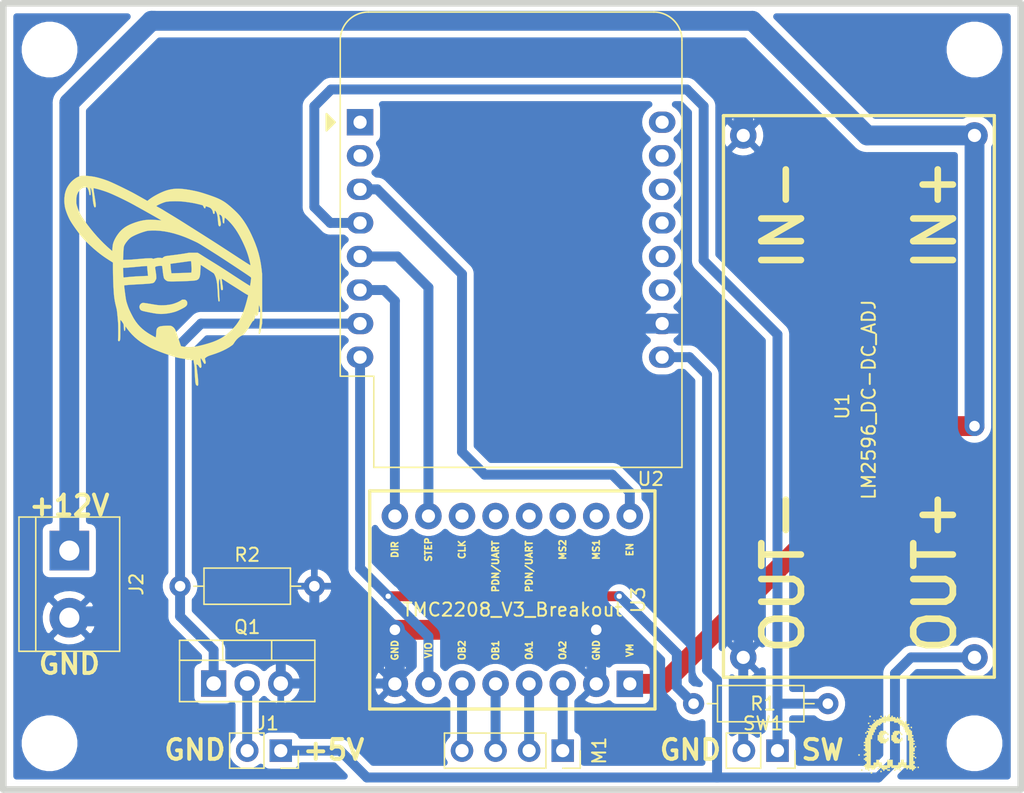
<source format=kicad_pcb>
(kicad_pcb (version 20171130) (host pcbnew "(5.1.9)-1")

  (general
    (thickness 1.6)
    (drawings 10)
    (tracks 117)
    (zones 0)
    (modules 16)
    (nets 28)
  )

  (page A4)
  (layers
    (0 F.Cu signal)
    (31 B.Cu signal)
    (32 B.Adhes user hide)
    (33 F.Adhes user hide)
    (34 B.Paste user hide)
    (35 F.Paste user hide)
    (36 B.SilkS user)
    (37 F.SilkS user)
    (38 B.Mask user)
    (39 F.Mask user)
    (40 Dwgs.User user hide)
    (41 Cmts.User user hide)
    (42 Eco1.User user hide)
    (43 Eco2.User user hide)
    (44 Edge.Cuts user)
    (45 Margin user hide)
    (46 B.CrtYd user hide)
    (47 F.CrtYd user hide)
    (48 B.Fab user hide)
    (49 F.Fab user hide)
  )

  (setup
    (last_trace_width 0.25)
    (user_trace_width 0.5)
    (user_trace_width 0.75)
    (user_trace_width 1)
    (user_trace_width 1.5)
    (trace_clearance 0.2)
    (zone_clearance 0.508)
    (zone_45_only no)
    (trace_min 0.2)
    (via_size 0.8)
    (via_drill 0.4)
    (via_min_size 0.4)
    (via_min_drill 0.3)
    (user_via 1.2 0.8)
    (user_via 1.5 0.8)
    (uvia_size 0.3)
    (uvia_drill 0.1)
    (uvias_allowed no)
    (uvia_min_size 0.2)
    (uvia_min_drill 0.1)
    (edge_width 0.5)
    (segment_width 0.2)
    (pcb_text_width 0.3)
    (pcb_text_size 1.5 1.5)
    (mod_edge_width 0.12)
    (mod_text_size 1 1)
    (mod_text_width 0.15)
    (pad_size 1.524 1.524)
    (pad_drill 0.762)
    (pad_to_mask_clearance 0)
    (aux_axis_origin 0 0)
    (visible_elements 7FFFFFFF)
    (pcbplotparams
      (layerselection 0x010f0_ffffffff)
      (usegerberextensions false)
      (usegerberattributes true)
      (usegerberadvancedattributes true)
      (creategerberjobfile true)
      (excludeedgelayer true)
      (linewidth 0.100000)
      (plotframeref true)
      (viasonmask false)
      (mode 1)
      (useauxorigin false)
      (hpglpennumber 1)
      (hpglpenspeed 20)
      (hpglpendiameter 15.000000)
      (psnegative false)
      (psa4output false)
      (plotreference true)
      (plotvalue true)
      (plotinvisibletext false)
      (padsonsilk false)
      (subtractmaskfromsilk false)
      (outputformat 1)
      (mirror false)
      (drillshape 0)
      (scaleselection 1)
      (outputdirectory "gerber"))
  )

  (net 0 "")
  (net 1 "Net-(J1-Pad2)")
  (net 2 +5V)
  (net 3 GND)
  (net 4 +12V)
  (net 5 "Net-(M1-Pad4)")
  (net 6 "Net-(M1-Pad3)")
  (net 7 "Net-(M1-Pad2)")
  (net 8 "Net-(M1-Pad1)")
  (net 9 "Net-(Q1-Pad1)")
  (net 10 "Net-(R1-Pad2)")
  (net 11 +3V3)
  (net 12 "Net-(U2-Pad16)")
  (net 13 "Net-(U2-Pad15)")
  (net 14 "Net-(U2-Pad14)")
  (net 15 "Net-(U2-Pad13)")
  (net 16 "Net-(U2-Pad12)")
  (net 17 "Net-(U2-Pad11)")
  (net 18 "Net-(U2-Pad6)")
  (net 19 "Net-(U2-Pad5)")
  (net 20 "Net-(U2-Pad3)")
  (net 21 "Net-(U2-Pad1)")
  (net 22 "Net-(U2-Pad2)")
  (net 23 "Net-(U3-Pad15)")
  (net 24 "Net-(U3-Pad14)")
  (net 25 "Net-(U3-Pad13)")
  (net 26 "Net-(U3-Pad12)")
  (net 27 "Net-(U3-Pad11)")

  (net_class Default "This is the default net class."
    (clearance 0.2)
    (trace_width 0.25)
    (via_dia 0.8)
    (via_drill 0.4)
    (uvia_dia 0.3)
    (uvia_drill 0.1)
    (add_net +12V)
    (add_net +3V3)
    (add_net +5V)
    (add_net GND)
    (add_net "Net-(J1-Pad2)")
    (add_net "Net-(M1-Pad1)")
    (add_net "Net-(M1-Pad2)")
    (add_net "Net-(M1-Pad3)")
    (add_net "Net-(M1-Pad4)")
    (add_net "Net-(Q1-Pad1)")
    (add_net "Net-(R1-Pad2)")
    (add_net "Net-(U2-Pad1)")
    (add_net "Net-(U2-Pad11)")
    (add_net "Net-(U2-Pad12)")
    (add_net "Net-(U2-Pad13)")
    (add_net "Net-(U2-Pad14)")
    (add_net "Net-(U2-Pad15)")
    (add_net "Net-(U2-Pad16)")
    (add_net "Net-(U2-Pad2)")
    (add_net "Net-(U2-Pad3)")
    (add_net "Net-(U2-Pad5)")
    (add_net "Net-(U2-Pad6)")
    (add_net "Net-(U3-Pad11)")
    (add_net "Net-(U3-Pad12)")
    (add_net "Net-(U3-Pad13)")
    (add_net "Net-(U3-Pad14)")
    (add_net "Net-(U3-Pad15)")
  )

  (module gravel:fritte_LOGO_5x5 (layer F.Cu) (tedit 0) (tstamp 603FE8C9)
    (at 93.5 82.5)
    (path /603D8172)
    (fp_text reference G2 (at 0 0) (layer F.SilkS) hide
      (effects (font (size 1.524 1.524) (thickness 0.3)))
    )
    (fp_text value fritte_LOGO (at 0.75 0) (layer F.SilkS) hide
      (effects (font (size 1.524 1.524) (thickness 0.3)))
    )
    (fp_poly (pts (xy 1.040984 -0.62459) (xy 0.936885 -0.62459) (xy 0.936885 -0.728688) (xy 1.040984 -0.728688)
      (xy 1.040984 -0.62459)) (layer F.SilkS) (width 0.01))
    (fp_poly (pts (xy 0.832787 -0.832787) (xy 0.936885 -0.832787) (xy 0.936885 -0.728688) (xy 0.728689 -0.728688)
      (xy 0.728689 -0.62459) (xy 0.62459 -0.62459) (xy 0.62459 -0.416393) (xy 0.728689 -0.416393)
      (xy 0.728689 -0.312295) (xy 0.936885 -0.312295) (xy 0.936885 -0.416393) (xy 1.040984 -0.416393)
      (xy 1.040984 -0.208197) (xy 0.936885 -0.208197) (xy 0.936885 -0.104098) (xy 0.832787 -0.104098)
      (xy 0.832787 0) (xy 0.416394 0) (xy 0.416394 -0.104098) (xy 0.312295 -0.104098)
      (xy 0.312295 -0.208197) (xy 0.208197 -0.208197) (xy 0.208197 -0.62459) (xy 0.312295 -0.62459)
      (xy 0.312295 -0.832787) (xy 0.416394 -0.832787) (xy 0.416394 -0.936885) (xy 0.832787 -0.936885)
      (xy 0.832787 -0.832787)) (layer F.SilkS) (width 0.01))
    (fp_poly (pts (xy 0 -0.62459) (xy -0.104098 -0.62459) (xy -0.104098 -0.728688) (xy 0 -0.728688)
      (xy 0 -0.62459)) (layer F.SilkS) (width 0.01))
    (fp_poly (pts (xy -0.208197 -0.832787) (xy -0.104098 -0.832787) (xy -0.104098 -0.728688) (xy -0.312295 -0.728688)
      (xy -0.312295 -0.62459) (xy -0.416393 -0.62459) (xy -0.416393 -0.416393) (xy -0.312295 -0.416393)
      (xy -0.312295 -0.312295) (xy -0.104098 -0.312295) (xy -0.104098 -0.416393) (xy 0 -0.416393)
      (xy 0 -0.208197) (xy -0.104098 -0.208197) (xy -0.104098 -0.104098) (xy -0.208197 -0.104098)
      (xy -0.208197 0) (xy -0.62459 0) (xy -0.62459 -0.104098) (xy -0.728688 -0.104098)
      (xy -0.728688 -0.208197) (xy -0.832787 -0.208197) (xy -0.832787 -0.62459) (xy -0.728688 -0.62459)
      (xy -0.728688 -0.832787) (xy -0.62459 -0.832787) (xy -0.62459 -0.936885) (xy -0.208197 -0.936885)
      (xy -0.208197 -0.832787)) (layer F.SilkS) (width 0.01))
    (fp_poly (pts (xy -1.353279 -1.977869) (xy -1.457377 -1.977869) (xy -1.457377 -2.081967) (xy -1.353279 -2.081967)
      (xy -1.353279 -1.977869)) (layer F.SilkS) (width 0.01))
    (fp_poly (pts (xy -1.457377 -1.457377) (xy -1.561475 -1.457377) (xy -1.561475 -1.561475) (xy -1.457377 -1.561475)
      (xy -1.457377 -1.457377)) (layer F.SilkS) (width 0.01))
    (fp_poly (pts (xy 1.769672 -1.145082) (xy 1.665574 -1.145082) (xy 1.665574 -1.24918) (xy 1.769672 -1.24918)
      (xy 1.769672 -1.145082)) (layer F.SilkS) (width 0.01))
    (fp_poly (pts (xy -2.186065 0.936885) (xy -2.290164 0.936885) (xy -2.290164 0.832787) (xy -2.186065 0.832787)
      (xy -2.186065 0.936885)) (layer F.SilkS) (width 0.01))
    (fp_poly (pts (xy 2.290164 1.873771) (xy 2.186066 1.873771) (xy 2.186066 1.769672) (xy 2.290164 1.769672)
      (xy 2.290164 1.873771)) (layer F.SilkS) (width 0.01))
    (fp_poly (pts (xy -1.665574 -0.936885) (xy -1.457377 -0.936885) (xy -1.457377 -1.040983) (xy -1.561475 -1.040983)
      (xy -1.561475 -1.145082) (xy -1.353279 -1.145082) (xy -1.353279 -1.24918) (xy -1.457377 -1.24918)
      (xy -1.457377 -1.353279) (xy -1.24918 -1.353279) (xy -1.24918 -1.457377) (xy -1.145082 -1.457377)
      (xy -1.145082 -1.561475) (xy -1.040983 -1.561475) (xy -1.040983 -1.665574) (xy -0.936885 -1.665574)
      (xy -0.936885 -1.769672) (xy -0.728688 -1.769672) (xy -0.728688 -1.87377) (xy -0.520492 -1.87377)
      (xy -0.520492 -1.977869) (xy -0.312295 -1.977869) (xy -0.312295 -2.081967) (xy -0.208197 -2.081967)
      (xy -0.208197 -1.977869) (xy -0.104098 -1.977869) (xy -0.104098 -2.081967) (xy 0 -2.081967)
      (xy 0 -2.186065) (xy 0.104099 -2.186065) (xy 0.104099 -1.977869) (xy 0.208197 -1.977869)
      (xy 0.208197 -2.081967) (xy 0.312295 -2.081967) (xy 0.312295 -1.977869) (xy 0.520492 -1.977869)
      (xy 0.520492 -1.87377) (xy 0.62459 -1.87377) (xy 0.62459 -1.977869) (xy 0.728689 -1.977869)
      (xy 0.728689 -1.87377) (xy 0.832787 -1.87377) (xy 0.832787 -1.769672) (xy 1.040984 -1.769672)
      (xy 1.040984 -1.665574) (xy 1.145082 -1.665574) (xy 1.145082 -1.561475) (xy 1.24918 -1.561475)
      (xy 1.24918 -1.665574) (xy 1.353279 -1.665574) (xy 1.353279 -1.457377) (xy 1.561476 -1.457377)
      (xy 1.561476 -1.353279) (xy 1.457377 -1.353279) (xy 1.457377 -1.24918) (xy 1.561476 -1.24918)
      (xy 1.561476 -1.040983) (xy 1.665574 -1.040983) (xy 1.665574 -0.936885) (xy 1.769672 -0.936885)
      (xy 1.769672 -0.62459) (xy 1.873771 -0.62459) (xy 1.873771 -0.520492) (xy 1.769672 -0.520492)
      (xy 1.769672 -0.416393) (xy 1.873771 -0.416393) (xy 1.873771 -0.208197) (xy 1.977869 -0.208197)
      (xy 1.977869 -0.104098) (xy 1.873771 -0.104098) (xy 1.873771 0) (xy 1.977869 0)
      (xy 1.977869 0.104099) (xy 1.873771 0.104099) (xy 1.873771 0.312295) (xy 1.977869 0.312295)
      (xy 1.977869 0.62459) (xy 1.873771 0.62459) (xy 1.873771 0.728689) (xy 1.977869 0.728689)
      (xy 1.977869 0.832787) (xy 1.873771 0.832787) (xy 1.873771 0.936885) (xy 1.977869 0.936885)
      (xy 1.977869 1.040984) (xy 1.873771 1.040984) (xy 1.873771 1.353279) (xy 1.977869 1.353279)
      (xy 1.977869 1.561476) (xy 1.873771 1.561476) (xy 1.873771 1.665574) (xy 1.977869 1.665574)
      (xy 1.977869 1.769672) (xy 2.081967 1.769672) (xy 2.081967 1.873771) (xy 1.977869 1.873771)
      (xy 1.977869 1.977869) (xy 1.873771 1.977869) (xy 1.873771 2.081967) (xy 1.769672 2.081967)
      (xy 1.769672 1.977869) (xy 1.561476 1.977869) (xy 1.561476 1.873771) (xy 1.457377 1.873771)
      (xy 1.457377 1.977869) (xy 1.353279 1.977869) (xy 1.353279 1.873771) (xy 1.145082 1.873771)
      (xy 1.145082 1.769672) (xy 0.936885 1.769672) (xy 0.936885 1.873771) (xy 0.832787 1.873771)
      (xy 0.832787 1.977869) (xy 0.520492 1.977869) (xy 0.520492 1.873771) (xy 0.208197 1.873771)
      (xy 0.208197 1.769672) (xy 0.104099 1.769672) (xy 0.104099 1.873771) (xy -0.104098 1.873771)
      (xy -0.104098 1.977869) (xy -0.312295 1.977869) (xy -0.312295 2.081967) (xy -0.416393 2.081967)
      (xy -0.416393 1.977869) (xy -0.520492 1.977869) (xy -0.520492 1.873771) (xy -0.728688 1.873771)
      (xy -0.728688 1.769672) (xy -0.936885 1.769672) (xy -0.936885 1.873771) (xy -1.040983 1.873771)
      (xy -1.040983 1.977869) (xy -1.353279 1.977869) (xy -1.353279 1.873771) (xy -1.457377 1.873771)
      (xy -1.457377 2.081967) (xy -1.561475 2.081967) (xy -1.561475 1.977869) (xy -1.769672 1.977869)
      (xy -1.769672 1.769672) (xy -1.87377 1.769672) (xy -1.87377 1.665574) (xy -1.769672 1.665574)
      (xy -1.769672 1.561476) (xy -1.665574 1.561476) (xy -1.665574 1.353279) (xy -1.769672 1.353279)
      (xy -1.769672 1.24918) (xy -1.87377 1.24918) (xy -1.87377 1.145082) (xy -1.769672 1.145082)
      (xy -1.769672 1.040984) (xy -1.665574 1.040984) (xy -1.665574 0.936885) (xy -1.87377 0.936885)
      (xy -1.87377 0.832787) (xy -1.769672 0.832787) (xy -1.769672 0.728689) (xy -1.665574 0.728689)
      (xy -1.665574 0.62459) (xy -1.769672 0.62459) (xy -1.769672 0.520492) (xy -1.87377 0.520492)
      (xy -1.87377 0.416394) (xy -1.769672 0.416394) (xy -1.769672 0.208197) (xy -1.87377 0.208197)
      (xy -1.87377 0.104099) (xy -1.769672 0.104099) (xy -1.769672 0) (xy -1.87377 0)
      (xy -1.87377 -0.104098) (xy -1.769672 -0.104098) (xy -1.769672 -0.312295) (xy -1.353279 -0.312295)
      (xy -1.353279 1.665574) (xy -1.145082 1.665574) (xy -1.145082 1.457377) (xy -0.936885 1.457377)
      (xy -0.936885 1.24918) (xy -0.728688 1.24918) (xy -0.728688 1.457377) (xy -0.520492 1.457377)
      (xy -0.520492 1.665574) (xy -0.104098 1.665574) (xy -0.104098 1.24918) (xy 0.312295 1.24918)
      (xy 0.312295 1.665574) (xy 0.728689 1.665574) (xy 0.728689 1.457377) (xy 0.936885 1.457377)
      (xy 0.936885 1.24918) (xy 1.145082 1.24918) (xy 1.145082 1.457377) (xy 1.353279 1.457377)
      (xy 1.353279 1.665574) (xy 1.561476 1.665574) (xy 1.561476 -0.208197) (xy 1.457377 -0.208197)
      (xy 1.457377 -0.62459) (xy 1.353279 -0.62459) (xy 1.353279 -0.832787) (xy 1.24918 -0.832787)
      (xy 1.24918 -1.040983) (xy 1.145082 -1.040983) (xy 1.145082 -1.24918) (xy 1.040984 -1.24918)
      (xy 1.040984 -1.353279) (xy 0.832787 -1.353279) (xy 0.832787 -1.457377) (xy 0.728689 -1.457377)
      (xy 0.728689 -1.561475) (xy 0.416394 -1.561475) (xy 0.416394 -1.665574) (xy -0.208197 -1.665574)
      (xy -0.208197 -1.561475) (xy -0.520492 -1.561475) (xy -0.520492 -1.457377) (xy -0.62459 -1.457377)
      (xy -0.62459 -1.353279) (xy -0.832787 -1.353279) (xy -0.832787 -1.24918) (xy -0.936885 -1.24918)
      (xy -0.936885 -1.040983) (xy -1.040983 -1.040983) (xy -1.040983 -0.832787) (xy -1.145082 -0.832787)
      (xy -1.145082 -0.62459) (xy -1.24918 -0.62459) (xy -1.24918 -0.312295) (xy -1.353279 -0.312295)
      (xy -1.769672 -0.312295) (xy -1.769672 -0.416393) (xy -1.665574 -0.416393) (xy -1.665574 -0.62459)
      (xy -1.561475 -0.62459) (xy -1.561475 -0.832787) (xy -1.665574 -0.832787) (xy -1.665574 -0.936885)) (layer F.SilkS) (width 0.01))
    (fp_poly (pts (xy -0.728688 1.977869) (xy -0.832787 1.977869) (xy -0.832787 1.873771) (xy -0.728688 1.873771)
      (xy -0.728688 1.977869)) (layer F.SilkS) (width 0.01))
    (fp_poly (pts (xy -0.520492 -1.977869) (xy -0.62459 -1.977869) (xy -0.62459 -2.081967) (xy -0.520492 -2.081967)
      (xy -0.520492 -1.977869)) (layer F.SilkS) (width 0.01))
    (fp_poly (pts (xy 0.936885 -1.87377) (xy 0.832787 -1.87377) (xy 0.832787 -1.977869) (xy 0.936885 -1.977869)
      (xy 0.936885 -1.87377)) (layer F.SilkS) (width 0.01))
    (fp_poly (pts (xy -1.040983 -1.665574) (xy -1.145082 -1.665574) (xy -1.145082 -1.769672) (xy -1.040983 -1.769672)
      (xy -1.040983 -1.665574)) (layer F.SilkS) (width 0.01))
    (fp_poly (pts (xy 2.081967 0.312295) (xy 1.977869 0.312295) (xy 1.977869 0.208197) (xy 2.081967 0.208197)
      (xy 2.081967 0.312295)) (layer F.SilkS) (width 0.01))
    (fp_poly (pts (xy 2.081967 1.145082) (xy 1.977869 1.145082) (xy 1.977869 1.040984) (xy 2.081967 1.040984)
      (xy 2.081967 1.145082)) (layer F.SilkS) (width 0.01))
    (fp_poly (pts (xy -1.665574 -0.728688) (xy -1.769672 -0.728688) (xy -1.769672 -0.832787) (xy -1.665574 -0.832787)
      (xy -1.665574 -0.728688)) (layer F.SilkS) (width 0.01))
    (fp_poly (pts (xy 0.520492 2.081967) (xy 0.416394 2.081967) (xy 0.416394 1.977869) (xy 0.520492 1.977869)
      (xy 0.520492 2.081967)) (layer F.SilkS) (width 0.01))
    (fp_poly (pts (xy 0.104099 2.081967) (xy -0.104098 2.081967) (xy -0.104098 1.977869) (xy 0.104099 1.977869)
      (xy 0.104099 2.081967)) (layer F.SilkS) (width 0.01))
    (fp_poly (pts (xy 0.936885 2.081967) (xy 0.832787 2.081967) (xy 0.832787 1.977869) (xy 0.936885 1.977869)
      (xy 0.936885 2.081967)) (layer F.SilkS) (width 0.01))
    (fp_poly (pts (xy -1.977869 2.081967) (xy -2.081967 2.081967) (xy -2.081967 1.977869) (xy -1.977869 1.977869)
      (xy -1.977869 2.081967)) (layer F.SilkS) (width 0.01))
    (fp_poly (pts (xy -0.520492 2.186066) (xy -0.62459 2.186066) (xy -0.62459 2.081967) (xy -0.520492 2.081967)
      (xy -0.520492 2.186066)) (layer F.SilkS) (width 0.01))
    (fp_poly (pts (xy -1.24918 2.290164) (xy -1.353279 2.290164) (xy -1.353279 2.186066) (xy -1.24918 2.186066)
      (xy -1.24918 2.290164)) (layer F.SilkS) (width 0.01))
  )

  (module gravel:figge_logo_15x15,9 (layer F.Cu) (tedit 604777F5) (tstamp 603FE8AE)
    (at 38.608 47.498)
    (path /6046E0B7)
    (fp_text reference G1 (at 0 0) (layer F.SilkS) hide
      (effects (font (size 1.524 1.524) (thickness 0.3)))
    )
    (fp_text value figge_LOGO (at 0.75 0) (layer F.SilkS) hide
      (effects (font (size 1.524 1.524) (thickness 0.3)))
    )
    (fp_poly (pts (xy 1.590358 1.424497) (xy 1.634531 1.430881) (xy 1.669797 1.444277) (xy 1.703395 1.466941)
      (xy 1.722118 1.482705) (xy 1.77188 1.536738) (xy 1.802 1.596497) (xy 1.814873 1.667525)
      (xy 1.815738 1.699213) (xy 1.812019 1.754416) (xy 1.800444 1.804599) (xy 1.77933 1.851312)
      (xy 1.746993 1.896103) (xy 1.701752 1.940523) (xy 1.641921 1.986119) (xy 1.565818 2.034441)
      (xy 1.471759 2.087038) (xy 1.358062 2.145458) (xy 1.299398 2.174375) (xy 1.202572 2.22103)
      (xy 1.121251 2.258643) (xy 1.050229 2.289323) (xy 0.984301 2.315176) (xy 0.918264 2.338308)
      (xy 0.846912 2.360827) (xy 0.815981 2.370056) (xy 0.577294 2.43029) (xy 0.324535 2.474781)
      (xy 0.0617 2.50284) (xy 0.035277 2.504698) (xy -0.037736 2.5094) (xy -0.094342 2.512354)
      (xy -0.14158 2.513641) (xy -0.186489 2.513343) (xy -0.23611 2.511541) (xy -0.293982 2.508513)
      (xy -0.375462 2.502828) (xy -0.460373 2.494505) (xy -0.551626 2.483089) (xy -0.65213 2.468126)
      (xy -0.764795 2.449165) (xy -0.892532 2.42575) (xy -1.038251 2.397429) (xy -1.146528 2.375658)
      (xy -1.274278 2.34945) (xy -1.381116 2.326718) (xy -1.469245 2.306594) (xy -1.540868 2.288212)
      (xy -1.598189 2.270706) (xy -1.643408 2.253209) (xy -1.67873 2.234854) (xy -1.706358 2.214774)
      (xy -1.728493 2.192103) (xy -1.747338 2.165975) (xy -1.765097 2.135522) (xy -1.767328 2.131409)
      (xy -1.798254 2.051548) (xy -1.807344 1.970586) (xy -1.795557 1.892037) (xy -1.763852 1.819415)
      (xy -1.713186 1.756234) (xy -1.652515 1.710549) (xy -1.631955 1.698931) (xy -1.612012 1.689385)
      (xy -1.590793 1.682066) (xy -1.566402 1.677132) (xy -1.536946 1.674739) (xy -1.500529 1.675045)
      (xy -1.455257 1.678207) (xy -1.399235 1.684381) (xy -1.330568 1.693725) (xy -1.247362 1.706395)
      (xy -1.147722 1.722549) (xy -1.029753 1.742343) (xy -0.891562 1.765934) (xy -0.80551 1.780711)
      (xy -0.712751 1.796114) (xy -0.617724 1.810927) (xy -0.525932 1.824363) (xy -0.442872 1.835633)
      (xy -0.374047 1.843949) (xy -0.341019 1.847269) (xy -0.167998 1.856158) (xy 0.018205 1.854246)
      (xy 0.210161 1.842052) (xy 0.400436 1.820093) (xy 0.581599 1.788888) (xy 0.62324 1.780004)
      (xy 0.751009 1.746496) (xy 0.886246 1.701916) (xy 1.022219 1.649005) (xy 1.152196 1.590498)
      (xy 1.269445 1.529136) (xy 1.33047 1.492352) (xy 1.438832 1.42287) (xy 1.530039 1.42287)
      (xy 1.590358 1.424497)) (layer F.SilkS) (width 0.01))
    (fp_poly (pts (xy -5.918367 -7.943395) (xy -5.787279 -7.937399) (xy -5.648735 -7.926635) (xy -5.505818 -7.911246)
      (xy -5.36161 -7.891376) (xy -5.219195 -7.867171) (xy -5.209352 -7.865314) (xy -5.072666 -7.836161)
      (xy -4.920569 -7.798149) (xy -4.758647 -7.753013) (xy -4.592486 -7.702491) (xy -4.427672 -7.648319)
      (xy -4.26979 -7.592233) (xy -4.124425 -7.535969) (xy -4.051065 -7.505245) (xy -3.925527 -7.449898)
      (xy -3.783539 -7.385474) (xy -3.628519 -7.31364) (xy -3.463886 -7.236062) (xy -3.293059 -7.154408)
      (xy -3.119456 -7.070345) (xy -2.946496 -6.985539) (xy -2.777597 -6.901658) (xy -2.616179 -6.820368)
      (xy -2.465661 -6.743337) (xy -2.32946 -6.672231) (xy -2.210996 -6.608718) (xy -2.198982 -6.602151)
      (xy -2.144935 -6.572357) (xy -2.075578 -6.533842) (xy -1.994099 -6.4884) (xy -1.903689 -6.437826)
      (xy -1.807535 -6.383913) (xy -1.708827 -6.328454) (xy -1.610755 -6.273245) (xy -1.516506 -6.220078)
      (xy -1.429271 -6.170748) (xy -1.352238 -6.127049) (xy -1.288596 -6.090775) (xy -1.241535 -6.063719)
      (xy -1.232966 -6.058741) (xy -1.216425 -6.050323) (xy -1.202126 -6.049232) (xy -1.184664 -6.057686)
      (xy -1.15863 -6.077902) (xy -1.133012 -6.099721) (xy -1.025439 -6.185323) (xy -0.898925 -6.274352)
      (xy -0.757398 -6.364741) (xy -0.604784 -6.454423) (xy -0.445011 -6.541328) (xy -0.282007 -6.62339)
      (xy -0.119697 -6.69854) (xy 0.037992 -6.76471) (xy 0.187131 -6.819833) (xy 0.303745 -6.856315)
      (xy 0.46679 -6.897772) (xy 0.629101 -6.929593) (xy 0.793209 -6.951765) (xy 0.961646 -6.964279)
      (xy 1.136944 -6.967123) (xy 1.321635 -6.960286) (xy 1.518251 -6.943759) (xy 1.729324 -6.917529)
      (xy 1.957385 -6.881586) (xy 2.140185 -6.848422) (xy 2.275037 -6.822166) (xy 2.398369 -6.796686)
      (xy 2.51405 -6.77094) (xy 2.625949 -6.743886) (xy 2.737934 -6.714479) (xy 2.853873 -6.681679)
      (xy 2.977634 -6.644442) (xy 3.113087 -6.601724) (xy 3.264099 -6.552485) (xy 3.375879 -6.515336)
      (xy 3.554988 -6.454658) (xy 3.714128 -6.398863) (xy 3.856052 -6.346769) (xy 3.983515 -6.297191)
      (xy 4.09927 -6.248947) (xy 4.20607 -6.200853) (xy 4.30667 -6.151725) (xy 4.403821 -6.10038)
      (xy 4.500279 -6.045635) (xy 4.580231 -5.997717) (xy 4.671395 -5.937802) (xy 4.774966 -5.862588)
      (xy 4.888065 -5.774645) (xy 5.007812 -5.676545) (xy 5.131327 -5.570862) (xy 5.25573 -5.460167)
      (xy 5.378142 -5.347032) (xy 5.495682 -5.234029) (xy 5.605471 -5.123731) (xy 5.704629 -5.018708)
      (xy 5.790276 -4.921534) (xy 5.805247 -4.903611) (xy 5.960598 -4.705985) (xy 6.110519 -4.495136)
      (xy 6.255811 -4.269625) (xy 6.397272 -4.028011) (xy 6.535702 -3.768854) (xy 6.6719 -3.490715)
      (xy 6.806666 -3.192153) (xy 6.940799 -2.871727) (xy 6.960701 -2.822222) (xy 7.094238 -2.459556)
      (xy 7.208412 -2.087345) (xy 7.303541 -1.704275) (xy 7.379941 -1.309032) (xy 7.437929 -0.900304)
      (xy 7.449187 -0.79963) (xy 7.478525 -0.523287) (xy 7.481646 1.346435) (xy 7.484768 3.216157)
      (xy 7.44022 3.451342) (xy 7.418089 3.567536) (xy 7.399547 3.663137) (xy 7.384007 3.740698)
      (xy 7.370884 3.802772) (xy 7.359591 3.851911) (xy 7.349542 3.890667) (xy 7.340152 3.921594)
      (xy 7.330834 3.947243) (xy 7.321202 3.96973) (xy 7.299377 4.010533) (xy 7.279768 4.029664)
      (xy 7.259649 4.028443) (xy 7.237944 4.010041) (xy 7.231607 4.001915) (xy 7.226791 3.991669)
      (xy 7.223618 3.977107) (xy 7.222208 3.95603) (xy 7.222685 3.926242) (xy 7.225169 3.885545)
      (xy 7.229781 3.831742) (xy 7.236644 3.762636) (xy 7.245879 3.676029) (xy 7.257608 3.569724)
      (xy 7.266895 3.48662) (xy 7.28628 3.304128) (xy 7.30146 3.138244) (xy 7.312821 2.982513)
      (xy 7.320753 2.830478) (xy 7.325642 2.675683) (xy 7.327879 2.51167) (xy 7.328067 2.468992)
      (xy 7.327449 2.341829) (xy 7.324589 2.235109) (xy 7.319144 2.145831) (xy 7.310769 2.070995)
      (xy 7.299123 2.007603) (xy 7.283861 1.952653) (xy 7.26464 1.903147) (xy 7.262824 1.89912)
      (xy 7.236039 1.840324) (xy 7.228292 2.051991) (xy 7.221614 2.187867) (xy 7.212063 2.302462)
      (xy 7.199195 2.397884) (xy 7.182568 2.476244) (xy 7.161739 2.539653) (xy 7.136264 2.59022)
      (xy 7.107307 2.62834) (xy 7.076341 2.651485) (xy 7.05244 2.655447) (xy 7.03694 2.649794)
      (xy 7.026504 2.634552) (xy 7.018279 2.604209) (xy 7.01402 2.581157) (xy 7.006717 2.546393)
      (xy 6.999647 2.525351) (xy 6.994779 2.522361) (xy 6.989608 2.537853) (xy 6.980729 2.571445)
      (xy 6.969372 2.618241) (xy 6.956768 2.673345) (xy 6.956349 2.675231) (xy 6.930384 2.786251)
      (xy 6.906566 2.875115) (xy 6.884427 2.94304) (xy 6.863496 2.991242) (xy 6.843307 3.020938)
      (xy 6.823389 3.033345) (xy 6.818159 3.033889) (xy 6.799163 3.038751) (xy 6.777549 3.054606)
      (xy 6.751869 3.083357) (xy 6.720678 3.126905) (xy 6.682528 3.187152) (xy 6.635973 3.266002)
      (xy 6.618582 3.296318) (xy 6.50544 3.486096) (xy 6.387538 3.667766) (xy 6.268541 3.835849)
      (xy 6.185663 3.943605) (xy 6.142526 3.997134) (xy 6.109654 4.035911) (xy 6.082797 4.063684)
      (xy 6.057705 4.084207) (xy 6.030129 4.10123) (xy 5.995817 4.118505) (xy 5.977953 4.126935)
      (xy 5.82952 4.209359) (xy 5.69009 4.313007) (xy 5.560557 4.437024) (xy 5.441816 4.580559)
      (xy 5.337539 4.738057) (xy 5.302488 4.791789) (xy 5.265856 4.834119) (xy 5.219173 4.874353)
      (xy 5.200885 4.888189) (xy 5.000222 5.025162) (xy 4.777087 5.155596) (xy 4.531618 5.279429)
      (xy 4.263955 5.396595) (xy 3.974234 5.50703) (xy 3.662594 5.610671) (xy 3.609924 5.626856)
      (xy 3.489343 5.666832) (xy 3.391615 5.706495) (xy 3.334262 5.735539) (xy 3.271008 5.774408)
      (xy 3.218272 5.812717) (xy 3.179001 5.847927) (xy 3.156144 5.8775) (xy 3.151481 5.892927)
      (xy 3.154414 5.912682) (xy 3.162284 5.948937) (xy 3.173702 5.995542) (xy 3.18085 6.022832)
      (xy 3.201003 6.109952) (xy 3.209461 6.178028) (xy 3.206258 6.228402) (xy 3.191425 6.262418)
      (xy 3.186759 6.267685) (xy 3.164944 6.28531) (xy 3.143932 6.291597) (xy 3.122072 6.28496)
      (xy 3.097713 6.263818) (xy 3.069201 6.226585) (xy 3.034886 6.171678) (xy 2.993116 6.097514)
      (xy 2.975655 6.065274) (xy 2.934325 5.990584) (xy 2.900926 5.935488) (xy 2.874013 5.898014)
      (xy 2.85214 5.876188) (xy 2.83386 5.868038) (xy 2.830991 5.86787) (xy 2.8253 5.878969)
      (xy 2.823723 5.910436) (xy 2.826022 5.959528) (xy 2.831961 6.023498) (xy 2.841302 6.099604)
      (xy 2.853808 6.185101) (xy 2.863481 6.244166) (xy 2.877204 6.327866) (xy 2.886238 6.392435)
      (xy 2.890743 6.441755) (xy 2.89088 6.479708) (xy 2.886811 6.510175) (xy 2.878697 6.53704)
      (xy 2.875913 6.543987) (xy 2.852002 6.578154) (xy 2.819379 6.594082) (xy 2.783452 6.589381)
      (xy 2.778607 6.587016) (xy 2.763154 6.572213) (xy 2.739704 6.542089) (xy 2.712013 6.501691)
      (xy 2.694786 6.474393) (xy 2.65478 6.414127) (xy 2.619247 6.373313) (xy 2.584918 6.349197)
      (xy 2.548523 6.339024) (xy 2.533201 6.338241) (xy 2.512977 6.340083) (xy 2.505652 6.350125)
      (xy 2.507435 6.375141) (xy 2.508521 6.382338) (xy 2.512268 6.409474) (xy 2.518298 6.456584)
      (xy 2.526206 6.520274) (xy 2.53559 6.597153) (xy 2.546047 6.68383) (xy 2.557172 6.776912)
      (xy 2.568562 6.873007) (xy 2.579815 6.968724) (xy 2.590526 7.060671) (xy 2.600293 7.145455)
      (xy 2.608712 7.219686) (xy 2.61538 7.27997) (xy 2.616542 7.290741) (xy 2.623514 7.363475)
      (xy 2.629814 7.44374) (xy 2.635275 7.527579) (xy 2.639728 7.611038) (xy 2.643005 7.69016)
      (xy 2.644938 7.760989) (xy 2.645359 7.819569) (xy 2.6441 7.861945) (xy 2.641667 7.881943)
      (xy 2.623442 7.923906) (xy 2.59631 7.944622) (xy 2.562066 7.943786) (xy 2.522506 7.921094)
      (xy 2.504927 7.905162) (xy 2.469319 7.859874) (xy 2.449349 7.806941) (xy 2.447767 7.799928)
      (xy 2.437112 7.738667) (xy 2.426571 7.655728) (xy 2.416274 7.552952) (xy 2.406352 7.432181)
      (xy 2.396935 7.295256) (xy 2.388154 7.144018) (xy 2.380138 6.980308) (xy 2.373019 6.805966)
      (xy 2.368847 6.685139) (xy 2.36594 6.609269) (xy 2.362333 6.537985) (xy 2.358331 6.475944)
      (xy 2.354236 6.427801) (xy 2.35035 6.398211) (xy 2.350111 6.397037) (xy 2.344197 6.36677)
      (xy 2.335412 6.318891) (xy 2.324757 6.258988) (xy 2.313234 6.192645) (xy 2.307976 6.161852)
      (xy 2.297216 6.099363) (xy 2.287662 6.04554) (xy 2.280053 6.004424) (xy 2.27513 5.980063)
      (xy 2.273782 5.97518) (xy 2.263773 5.979167) (xy 2.242634 5.994454) (xy 2.233853 6.001638)
      (xy 2.194001 6.025891) (xy 2.151979 6.031118) (xy 2.103969 6.017094) (xy 2.05787 5.991342)
      (xy 2.020344 5.967587) (xy 1.995786 5.95513) (xy 1.977301 5.952679) (xy 1.95799 5.958941)
      (xy 1.93817 5.968914) (xy 1.897991 5.981465) (xy 1.850016 5.979962) (xy 1.79037 5.963956)
      (xy 1.74625 5.946732) (xy 1.694391 5.929237) (xy 1.623566 5.912959) (xy 1.531847 5.897482)
      (xy 1.493426 5.892037) (xy 1.405216 5.879702) (xy 1.325412 5.867585) (xy 1.251157 5.854948)
      (xy 1.179597 5.841051) (xy 1.107874 5.825155) (xy 1.033134 5.806522) (xy 0.95252 5.784412)
      (xy 0.863179 5.758086) (xy 0.762253 5.726805) (xy 0.646887 5.689831) (xy 0.514225 5.646424)
      (xy 0.405694 5.61054) (xy 0.250677 5.557939) (xy 0.090757 5.501442) (xy -0.070848 5.442315)
      (xy -0.230916 5.381825) (xy -0.386231 5.321238) (xy -0.533571 5.261819) (xy -0.669718 5.204836)
      (xy -0.791452 5.151554) (xy -0.895554 5.10324) (xy -0.940741 5.080961) (xy -1.017124 5.041067)
      (xy -1.106244 4.992435) (xy -1.203929 4.937519) (xy -1.306005 4.878773) (xy -1.4083 4.81865)
      (xy -1.506641 4.759604) (xy -1.596854 4.704088) (xy -1.674768 4.654555) (xy -1.736208 4.61346)
      (xy -1.738082 4.612153) (xy -1.954779 4.44866) (xy -2.166146 4.265347) (xy -2.368582 4.065845)
      (xy -2.558486 3.853791) (xy -2.732256 3.632816) (xy -2.792824 3.547961) (xy -2.86338 3.446291)
      (xy -2.869837 3.584048) (xy -2.876832 3.671602) (xy -2.88855 3.736207) (xy -2.905019 3.777957)
      (xy -2.926269 3.79695) (xy -2.934529 3.798241) (xy -2.946129 3.794977) (xy -2.955503 3.783405)
      (xy -2.963179 3.760847) (xy -2.96968 3.72463) (xy -2.975532 3.672079) (xy -2.981262 3.600517)
      (xy -2.985362 3.539537) (xy -2.990429 3.468911) (xy -2.996125 3.403378) (xy -3.001948 3.347848)
      (xy -3.007397 3.30723) (xy -3.01092 3.289558) (xy -3.024836 3.256284) (xy -3.050045 3.210467)
      (xy -3.082849 3.157683) (xy -3.119551 3.10351) (xy -3.156451 3.053526) (xy -3.189853 3.013306)
      (xy -3.203415 2.999244) (xy -3.245556 2.95872) (xy -3.245556 3.652663) (xy -3.24565 3.809206)
      (xy -3.246001 3.944101) (xy -3.246709 4.059215) (xy -3.247877 4.156417) (xy -3.249606 4.237577)
      (xy -3.251998 4.304563) (xy -3.255154 4.359243) (xy -3.259175 4.403488) (xy -3.264165 4.439165)
      (xy -3.270223 4.468143) (xy -3.277452 4.492292) (xy -3.285952 4.51348) (xy -3.293163 4.528431)
      (xy -3.319334 4.566358) (xy -3.347729 4.580924) (xy -3.379144 4.572228) (xy -3.411987 4.543103)
      (xy -3.420057 4.531019) (xy -3.424828 4.51394) (xy -3.42656 4.48738) (xy -3.425512 4.446856)
      (xy -3.421945 4.387881) (xy -3.421427 4.380324) (xy -3.418329 4.320077) (xy -3.415813 4.240136)
      (xy -3.413878 4.144319) (xy -3.412525 4.036441) (xy -3.411753 3.920321) (xy -3.411562 3.799776)
      (xy -3.411952 3.678622) (xy -3.412922 3.560677) (xy -3.414472 3.449759) (xy -3.416603 3.349684)
      (xy -3.419313 3.264269) (xy -3.421506 3.216157) (xy -3.426027 3.143076) (xy -3.43239 3.056055)
      (xy -3.440255 2.958558) (xy -3.449286 2.854052) (xy -3.459144 2.746003) (xy -3.469492 2.637875)
      (xy -3.479992 2.533135) (xy -3.490306 2.435249) (xy -3.500097 2.347681) (xy -3.509026 2.273899)
      (xy -3.516756 2.217367) (xy -3.521785 2.187222) (xy -3.5315 2.141381) (xy -3.545523 2.08054)
      (xy -3.562029 2.012402) (xy -3.579191 1.944671) (xy -3.580334 1.940278) (xy -3.638657 1.695548)
      (xy -3.684436 1.454514) (xy -3.719064 1.208713) (xy -3.743931 0.949679) (xy -3.74465 0.940163)
      (xy -3.759778 0.716761) (xy -3.773239 0.474772) (xy -3.778176 0.366187) (xy -2.95603 0.366187)
      (xy -2.954567 0.400718) (xy -2.950351 0.453081) (xy -2.943728 0.520557) (xy -2.935045 0.60043)
      (xy -2.924647 0.689984) (xy -2.912881 0.786501) (xy -2.900093 0.887264) (xy -2.886629 0.989557)
      (xy -2.872836 1.090663) (xy -2.859059 1.187864) (xy -2.845644 1.278444) (xy -2.832939 1.359686)
      (xy -2.821288 1.428873) (xy -2.811039 1.483288) (xy -2.809078 1.492675) (xy -2.791117 1.565997)
      (xy -2.765582 1.655442) (xy -2.734299 1.755573) (xy -2.699096 1.860955) (xy -2.661797 1.966153)
      (xy -2.624231 2.06573) (xy -2.588224 2.154252) (xy -2.581618 2.169583) (xy -2.545745 2.248898)
      (xy -2.50178 2.341302) (xy -2.4523 2.441761) (xy -2.399886 2.545241) (xy -2.347115 2.646708)
      (xy -2.296568 2.741128) (xy -2.250823 2.823467) (xy -2.217143 2.881018) (xy -2.078761 3.092526)
      (xy -1.929693 3.287308) (xy -1.767713 3.467546) (xy -1.590598 3.635421) (xy -1.396124 3.793116)
      (xy -1.182068 3.942811) (xy -1.051061 4.02502) (xy -1.001589 4.054412) (xy -0.943713 4.087967)
      (xy -0.880702 4.12388) (xy -0.815828 4.160346) (xy -0.752361 4.195561) (xy -0.693571 4.227719)
      (xy -0.642728 4.255017) (xy -0.603104 4.275649) (xy -0.577968 4.28781) (xy -0.570483 4.290222)
      (xy -0.566752 4.276074) (xy -0.561751 4.242262) (xy -0.555866 4.192582) (xy -0.54948 4.130829)
      (xy -0.542977 4.060802) (xy -0.536743 3.986294) (xy -0.531161 3.911103) (xy -0.529328 3.883714)
      (xy -0.522567 3.797437) (xy -0.513897 3.730181) (xy -0.501838 3.677455) (xy -0.484915 3.634764)
      (xy -0.46165 3.597617) (xy -0.430566 3.56152) (xy -0.419781 3.55051) (xy -0.365242 3.504001)
      (xy -0.305761 3.47107) (xy -0.234195 3.448272) (xy -0.18896 3.439125) (xy -0.116918 3.428801)
      (xy -0.027865 3.419406) (xy 0.071699 3.411355) (xy 0.175271 3.405062) (xy 0.276352 3.40094)
      (xy 0.368439 3.399403) (xy 0.42409 3.400089) (xy 0.486719 3.402251) (xy 0.532054 3.405322)
      (xy 0.566315 3.410499) (xy 0.595724 3.418977) (xy 0.626503 3.431954) (xy 0.650896 3.443715)
      (xy 0.741349 3.500924) (xy 0.819917 3.576195) (xy 0.882582 3.665426) (xy 0.898974 3.696999)
      (xy 0.920343 3.745731) (xy 0.94781 3.814659) (xy 0.980565 3.901496) (xy 1.017794 4.003957)
      (xy 1.058687 4.119757) (xy 1.102431 4.246612) (xy 1.148215 4.382234) (xy 1.195228 4.52434)
      (xy 1.221558 4.605189) (xy 1.249192 4.689415) (xy 1.275178 4.766531) (xy 1.298485 4.833639)
      (xy 1.318084 4.887843) (xy 1.332942 4.926244) (xy 1.342031 4.945947) (xy 1.343421 4.947734)
      (xy 1.354483 4.952662) (xy 1.377484 4.958447) (xy 1.414375 4.965404) (xy 1.467103 4.973847)
      (xy 1.53762 4.984092) (xy 1.627874 4.996454) (xy 1.722731 5.009013) (xy 1.77545 5.013438)
      (xy 1.846197 5.015829) (xy 1.929581 5.016326) (xy 2.020212 5.015068) (xy 2.112698 5.012193)
      (xy 2.201651 5.007842) (xy 2.281679 5.002153) (xy 2.347393 4.995265) (xy 2.367397 4.992377)
      (xy 2.508276 4.967143) (xy 2.665973 4.934208) (xy 2.835585 4.894883) (xy 3.01221 4.850482)
      (xy 3.190942 4.802319) (xy 3.366878 4.751705) (xy 3.535116 4.699954) (xy 3.690751 4.648379)
      (xy 3.80412 4.607668) (xy 3.987988 4.533407) (xy 4.169903 4.449593) (xy 4.345496 4.35861)
      (xy 4.510398 4.262843) (xy 4.660237 4.164677) (xy 4.780139 4.075014) (xy 4.893604 3.979642)
      (xy 5.012058 3.872653) (xy 5.131482 3.758132) (xy 5.247857 3.640162) (xy 5.357164 3.522825)
      (xy 5.455384 3.410206) (xy 5.538498 3.306387) (xy 5.54449 3.298429) (xy 5.680482 3.102038)
      (xy 5.80685 2.888572) (xy 5.924095 2.656963) (xy 6.032719 2.406139) (xy 6.133225 2.135029)
      (xy 6.225115 1.845957) (xy 6.248199 1.766471) (xy 6.272672 1.680234) (xy 6.297711 1.590338)
      (xy 6.322493 1.499875) (xy 6.346195 1.411937) (xy 6.367996 1.329616) (xy 6.387072 1.256003)
      (xy 6.402601 1.194192) (xy 6.41376 1.147272) (xy 6.419726 1.118338) (xy 6.420505 1.111578)
      (xy 6.414224 1.095608) (xy 6.393377 1.077339) (xy 6.354858 1.054329) (xy 6.333292 1.042986)
      (xy 6.306625 1.028917) (xy 6.276723 1.0123) (xy 6.241768 0.992009) (xy 6.199946 0.966918)
      (xy 6.149439 0.9359) (xy 6.088431 0.897831) (xy 6.015107 0.851583) (xy 5.927649 0.79603)
      (xy 5.824242 0.730047) (xy 5.703068 0.652508) (xy 5.691481 0.645086) (xy 5.608825 0.592357)
      (xy 5.516777 0.534008) (xy 5.422609 0.474623) (xy 5.33359 0.418789) (xy 5.256991 0.371089)
      (xy 5.256389 0.370716) (xy 5.187966 0.32795) (xy 5.105439 0.275756) (xy 5.014331 0.217665)
      (xy 4.920164 0.157205) (xy 4.828461 0.097907) (xy 4.768379 0.058776) (xy 4.678215 -0.000088)
      (xy 4.605703 -0.047212) (xy 4.548857 -0.083794) (xy 4.505692 -0.111033) (xy 4.474223 -0.13013)
      (xy 4.452462 -0.142284) (xy 4.438425 -0.148694) (xy 4.430126 -0.150561) (xy 4.425579 -0.149084)
      (xy 4.425069 -0.148619) (xy 4.424775 -0.135683) (xy 4.42741 -0.103175) (xy 4.432501 -0.054792)
      (xy 4.439575 0.005768) (xy 4.448156 0.074806) (xy 4.457772 0.148623) (xy 4.467949 0.223522)
      (xy 4.478213 0.295805) (xy 4.48809 0.361774) (xy 4.497108 0.417729) (xy 4.499083 0.429213)
      (xy 4.50783 0.490269) (xy 4.513207 0.55099) (xy 4.515055 0.605874) (xy 4.513213 0.649421)
      (xy 4.507522 0.676131) (xy 4.506316 0.678361) (xy 4.489504 0.692451) (xy 4.464569 0.704821)
      (xy 4.424733 0.709877) (xy 4.392819 0.693263) (xy 4.373632 0.662261) (xy 4.369425 0.642264)
      (xy 4.363843 0.602524) (xy 4.357305 0.546747) (xy 4.350227 0.478642) (xy 4.343029 0.401916)
      (xy 4.33891 0.354295) (xy 4.326706 0.214451) (xy 4.315426 0.097484) (xy 4.305002 0.002775)
      (xy 4.295366 -0.070294) (xy 4.286447 -0.122345) (xy 4.285225 -0.128113) (xy 4.277118 -0.146689)
      (xy 4.266083 -0.142105) (xy 4.252232 -0.114523) (xy 4.235675 -0.064105) (xy 4.23205 -0.051301)
      (xy 4.222375 -0.010076) (xy 4.215797 0.035151) (xy 4.211846 0.089851) (xy 4.210052 0.15949)
      (xy 4.209814 0.207146) (xy 4.21065 0.29963) (xy 4.213049 0.411488) (xy 4.216851 0.538641)
      (xy 4.221898 0.677006) (xy 4.228029 0.822505) (xy 4.235083 0.971056) (xy 4.242902 1.118579)
      (xy 4.250781 1.252268) (xy 4.256085 1.340264) (xy 4.259662 1.407868) (xy 4.261505 1.458143)
      (xy 4.261608 1.494153) (xy 4.259965 1.518962) (xy 4.25657 1.535634) (xy 4.251416 1.54723)
      (xy 4.250188 1.54919) (xy 4.226863 1.571911) (xy 4.20295 1.572526) (xy 4.188767 1.561041)
      (xy 4.17909 1.541785) (xy 4.169854 1.507315) (xy 4.160953 1.456583) (xy 4.152285 1.388543)
      (xy 4.143744 1.302146) (xy 4.135226 1.196345) (xy 4.126627 1.070093) (xy 4.117841 0.922343)
      (xy 4.109456 0.765582) (xy 4.100415 0.602831) (xy 4.090823 0.460344) (xy 4.08025 0.334866)
      (xy 4.068266 0.223142) (xy 4.054441 0.121918) (xy 4.038344 0.027938) (xy 4.019544 -0.062051)
      (xy 3.997612 -0.151304) (xy 3.979467 -0.217547) (xy 3.960256 -0.276753) (xy 3.935406 -0.341261)
      (xy 3.907285 -0.406035) (xy 3.878262 -0.466039) (xy 3.850704 -0.516236) (xy 3.826981 -0.551591)
      (xy 3.817502 -0.561945) (xy 3.802174 -0.573221) (xy 3.769334 -0.595591) (xy 3.721314 -0.627524)
      (xy 3.660447 -0.66749) (xy 3.589064 -0.713959) (xy 3.509498 -0.765401) (xy 3.424081 -0.820286)
      (xy 3.410185 -0.829184) (xy 3.32099 -0.886342) (xy 3.234597 -0.941839) (xy 3.153826 -0.993856)
      (xy 3.0815 -1.040568) (xy 3.020439 -1.080154) (xy 2.973465 -1.110791) (xy 2.943399 -1.130657)
      (xy 2.942717 -1.131115) (xy 2.891939 -1.165244) (xy 2.857851 -1.185933) (xy 2.837134 -1.192106)
      (xy 2.826472 -1.182685) (xy 2.822545 -1.156593) (xy 2.822037 -1.112751) (xy 2.822051 -1.09193)
      (xy 2.820971 -1.025309) (xy 2.818138 -0.942732) (xy 2.813898 -0.850226) (xy 2.808596 -0.753822)
      (xy 2.802578 -0.659548) (xy 2.796191 -0.573435) (xy 2.78978 -0.501511) (xy 2.786392 -0.470371)
      (xy 2.767362 -0.355315) (xy 2.739475 -0.260488) (xy 2.701412 -0.183842) (xy 2.651857 -0.123329)
      (xy 2.589492 -0.076899) (xy 2.512998 -0.042505) (xy 2.510602 -0.041682) (xy 2.465076 -0.030393)
      (xy 2.396096 -0.019551) (xy 2.303719 -0.009158) (xy 2.188004 0.00078) (xy 2.049011 0.010261)
      (xy 1.886799 0.01928) (xy 1.701426 0.027834) (xy 1.492951 0.035919) (xy 1.261434 0.043532)
      (xy 1.087372 0.048531) (xy 0.933421 0.052404) (xy 0.800994 0.054957) (xy 0.688127 0.056091)
      (xy 0.592857 0.055704) (xy 0.513221 0.053695) (xy 0.447256 0.049962) (xy 0.392997 0.044406)
      (xy 0.348483 0.036925) (xy 0.311749 0.027418) (xy 0.280833 0.015784) (xy 0.261036 0.006014)
      (xy 0.198602 -0.033778) (xy 0.140564 -0.081333) (xy 0.092673 -0.131325) (xy 0.060678 -0.178427)
      (xy 0.059598 -0.180611) (xy 0.042116 -0.228041) (xy 0.024216 -0.29895) (xy 0.005905 -0.3933)
      (xy -0.012812 -0.511056) (xy -0.031928 -0.652182) (xy -0.051437 -0.81664) (xy -0.064184 -0.934668)
      (xy -0.071935 -1.003573) (xy -0.078975 -1.052565) (xy -0.086057 -1.085206) (xy -0.093939 -1.105055)
      (xy -0.102413 -1.114982) (xy -0.126259 -1.122928) (xy -0.168086 -1.127158) (xy -0.222696 -1.127948)
      (xy -0.284893 -1.125573) (xy -0.34948 -1.120309) (xy -0.41126 -1.112431) (xy -0.465037 -1.102215)
      (xy -0.493889 -1.094236) (xy -0.548082 -1.07565) (xy -0.58575 -1.058841) (xy -0.608921 -1.039524)
      (xy -0.61962 -1.013417) (xy -0.619873 -0.976235) (xy -0.611707 -0.923695) (xy -0.600642 -0.86854)
      (xy -0.58752 -0.797784) (xy -0.574064 -0.713223) (xy -0.560977 -0.620584) (xy -0.548967 -0.525593)
      (xy -0.538738 -0.433978) (xy -0.530996 -0.351466) (xy -0.526447 -0.283784) (xy -0.525628 -0.259661)
      (xy -0.525312 -0.211327) (xy -0.527809 -0.175774) (xy -0.535129 -0.144792) (xy -0.549279 -0.110173)
      (xy -0.572267 -0.063707) (xy -0.57477 -0.058797) (xy -0.61656 0.018849) (xy -0.65452 0.077533)
      (xy -0.692541 0.120509) (xy -0.734514 0.151032) (xy -0.784328 0.172356) (xy -0.845876 0.187733)
      (xy -0.876065 0.193186) (xy -0.919913 0.199885) (xy -0.971238 0.206473) (xy -1.03143 0.213044)
      (xy -1.10188 0.219697) (xy -1.183978 0.226528) (xy -1.279114 0.233633) (xy -1.388678 0.24111)
      (xy -1.514061 0.249056) (xy -1.656653 0.257566) (xy -1.817844 0.266738) (xy -1.999023 0.276669)
      (xy -2.201583 0.287456) (xy -2.316574 0.293474) (xy -2.399941 0.29828) (xy -2.487616 0.304156)
      (xy -2.576347 0.3108) (xy -2.662882 0.317914) (xy -2.743968 0.325199) (xy -2.816351 0.332354)
      (xy -2.87678 0.339081) (xy -2.922001 0.34508) (xy -2.948761 0.35005) (xy -2.954394 0.352204)
      (xy -2.95603 0.366187) (xy -3.778176 0.366187) (xy -3.784866 0.21908) (xy -3.794492 -0.045433)
      (xy -3.801948 -0.313883) (xy -3.807068 -0.581386) (xy -3.809683 -0.843059) (xy -3.81 -0.965743)
      (xy -3.81 -0.976019) (xy -3.04547 -0.976019) (xy -3.038642 -0.814329) (xy -3.033021 -0.682465)
      (xy -3.028196 -0.572267) (xy -3.024063 -0.481898) (xy -3.02052 -0.409522) (xy -3.017465 -0.353303)
      (xy -3.014794 -0.311405) (xy -3.012406 -0.281991) (xy -3.010198 -0.263226) (xy -3.008067 -0.253274)
      (xy -3.007199 -0.251325) (xy -2.991712 -0.247267) (xy -2.953776 -0.248327) (xy -2.893891 -0.254478)
      (xy -2.852957 -0.259858) (xy -2.777532 -0.269599) (xy -2.691133 -0.279628) (xy -2.606247 -0.288543)
      (xy -2.555407 -0.293284) (xy -2.151333 -0.3237) (xy -1.725837 -0.346852) (xy -1.534584 -0.354641)
      (xy -1.443031 -0.358078) (xy -1.359312 -0.361354) (xy -1.286241 -0.364349) (xy -1.226631 -0.366941)
      (xy -1.183299 -0.369011) (xy -1.159057 -0.370438) (xy -1.154861 -0.370916) (xy -1.155128 -0.382775)
      (xy -1.158057 -0.414015) (xy -1.163221 -0.460703) (xy -1.170193 -0.518904) (xy -1.175768 -0.563206)
      (xy -1.185532 -0.646724) (xy -1.194972 -0.740436) (xy -1.203112 -0.833822) (xy -1.208977 -0.916367)
      (xy -1.209722 -0.929367) (xy -1.213589 -0.991501) (xy -1.217828 -1.045123) (xy -1.222027 -1.085926)
      (xy -1.225775 -1.109604) (xy -1.22729 -1.113617) (xy -1.241833 -1.115354) (xy -1.27891 -1.114625)
      (xy -1.337676 -1.111494) (xy -1.417283 -1.106028) (xy -1.516884 -1.098292) (xy -1.635632 -1.088351)
      (xy -1.772681 -1.076272) (xy -1.927183 -1.06212) (xy -2.092232 -1.04654) (xy -2.184485 -1.037977)
      (xy -2.284903 -1.029108) (xy -2.390253 -1.020178) (xy -2.497305 -1.011433) (xy -2.602827 -1.00312)
      (xy -2.703588 -0.995484) (xy -2.796358 -0.988771) (xy -2.877903 -0.983227) (xy -2.944995 -0.979099)
      (xy -2.994401 -0.976632) (xy -3.018495 -0.976019) (xy -3.04547 -0.976019) (xy -3.81 -0.976019)
      (xy -3.81 -1.28092) (xy 0.54213 -1.28092) (xy 0.547941 -1.178446) (xy 0.552583 -1.109697)
      (xy 0.559018 -1.032863) (xy 0.566806 -0.95164) (xy 0.575506 -0.869722) (xy 0.584679 -0.790807)
      (xy 0.593886 -0.718589) (xy 0.602685 -0.656764) (xy 0.610638 -0.609027) (xy 0.617304 -0.579075)
      (xy 0.620163 -0.571678) (xy 0.633804 -0.5681) (xy 0.665883 -0.56635) (xy 0.711382 -0.56655)
      (xy 0.757206 -0.568362) (xy 0.798849 -0.5703) (xy 0.860468 -0.572726) (xy 0.938531 -0.575523)
      (xy 1.029503 -0.578571) (xy 1.12985 -0.581754) (xy 1.23604 -0.584952) (xy 1.344537 -0.588047)
      (xy 1.352314 -0.588262) (xy 1.462046 -0.591392) (xy 1.57076 -0.594684) (xy 1.674727 -0.598013)
      (xy 1.770217 -0.601251) (xy 1.853502 -0.604272) (xy 1.920851 -0.606949) (xy 1.968536 -0.609157)
      (xy 1.969676 -0.609217) (xy 2.122546 -0.617361) (xy 2.132026 -0.711435) (xy 2.135853 -0.767638)
      (xy 2.137681 -0.836918) (xy 2.137695 -0.915824) (xy 2.136082 -1.000907) (xy 2.133029 -1.088716)
      (xy 2.128721 -1.175802) (xy 2.123345 -1.258715) (xy 2.117087 -1.334004) (xy 2.110132 -1.398221)
      (xy 2.102668 -1.447914) (xy 2.094881 -1.479633) (xy 2.090073 -1.488662) (xy 2.077174 -1.488687)
      (xy 2.043404 -1.48564) (xy 1.991165 -1.479819) (xy 1.922862 -1.47152) (xy 1.840897 -1.461043)
      (xy 1.747676 -1.448684) (xy 1.6456 -1.434742) (xy 1.573281 -1.424638) (xy 1.456061 -1.408162)
      (xy 1.337206 -1.391536) (xy 1.220673 -1.37531) (xy 1.11042 -1.360032) (xy 1.010401 -1.346248)
      (xy 0.924573 -1.334507) (xy 0.856893 -1.325356) (xy 0.840787 -1.323207) (xy 0.7683 -1.313509)
      (xy 0.70153 -1.304452) (xy 0.644886 -1.296643) (xy 0.602781 -1.29069) (xy 0.579745 -1.287221)
      (xy 0.54213 -1.28092) (xy -3.81 -1.28092) (xy -3.81 -1.376126) (xy -3.871736 -1.414911)
      (xy -4.018367 -1.507436) (xy -4.121751 -1.573432) (xy -3.047078 -1.573432) (xy -3.002266 -1.579985)
      (xy -2.977805 -1.582166) (xy -2.933817 -1.584683) (xy -2.87429 -1.587367) (xy -2.803208 -1.590045)
      (xy -2.72456 -1.592549) (xy -2.681111 -1.593747) (xy -2.595755 -1.596325) (xy -2.511846 -1.599495)
      (xy -2.434396 -1.603022) (xy -2.36842 -1.606667) (xy -2.31893 -1.610195) (xy -2.304815 -1.611526)
      (xy -2.260308 -1.615922) (xy -2.198291 -1.621616) (xy -2.124701 -1.628086) (xy -2.045476 -1.634809)
      (xy -1.975556 -1.640539) (xy -1.886328 -1.647826) (xy -1.788038 -1.656039) (xy -1.689641 -1.664416)
      (xy -1.600091 -1.672199) (xy -1.552223 -1.676457) (xy -1.474716 -1.682607) (xy -1.382127 -1.688645)
      (xy -1.282888 -1.694098) (xy -1.185431 -1.698493) (xy -1.11713 -1.700852) (xy -1.035232 -1.703066)
      (xy -0.973075 -1.704218) (xy -0.926896 -1.704082) (xy -0.892933 -1.702432) (xy -0.867424 -1.699041)
      (xy -0.846606 -1.693684) (xy -0.826716 -1.686134) (xy -0.819333 -1.682956) (xy -0.762601 -1.658141)
      (xy -0.660583 -1.687119) (xy -0.528562 -1.719219) (xy -0.407415 -1.73649) (xy -0.290229 -1.739483)
      (xy -0.170087 -1.728752) (xy -0.159167 -1.727172) (xy -0.070429 -1.713974) (xy -0.017219 -1.763021)
      (xy 0.049565 -1.813329) (xy 0.126387 -1.84854) (xy 0.200966 -1.868213) (xy 0.225863 -1.872308)
      (xy 0.271377 -1.878894) (xy 0.334782 -1.887609) (xy 0.413349 -1.898091) (xy 0.504351 -1.90998)
      (xy 0.60506 -1.922915) (xy 0.71275 -1.936534) (xy 0.78787 -1.945915) (xy 0.911975 -1.961716)
      (xy 1.042079 -1.978974) (xy 1.173464 -1.997016) (xy 1.301413 -2.015172) (xy 1.421208 -2.032769)
      (xy 1.528132 -2.049135) (xy 1.617467 -2.063599) (xy 1.634537 -2.066501) (xy 1.957916 -2.122083)
      (xy 2.592916 -2.122547) (xy 2.657592 -2.088628) (xy 2.686475 -2.072298) (xy 2.731207 -2.045529)
      (xy 2.787923 -2.010703) (xy 2.852757 -1.970204) (xy 2.921842 -1.926417) (xy 2.951574 -1.907375)
      (xy 3.020191 -1.863588) (xy 3.104151 -1.810493) (xy 3.198731 -1.751047) (xy 3.299207 -1.68821)
      (xy 3.400858 -1.624939) (xy 3.498958 -1.564194) (xy 3.533657 -1.542798) (xy 3.76877 -1.397595)
      (xy 3.987364 -1.261679) (xy 4.193298 -1.132598) (xy 4.390431 -1.0079) (xy 4.582623 -0.885133)
      (xy 4.773735 -0.761846) (xy 4.967624 -0.635586) (xy 5.144676 -0.519371) (xy 5.260287 -0.443404)
      (xy 5.379852 -0.365168) (xy 5.501749 -0.2857) (xy 5.624355 -0.20604) (xy 5.746051 -0.127225)
      (xy 5.865215 -0.050294) (xy 5.980225 0.023714) (xy 6.08946 0.09376) (xy 6.191299 0.158807)
      (xy 6.28412 0.217815) (xy 6.366302 0.269747) (xy 6.436224 0.313563) (xy 6.492265 0.348225)
      (xy 6.532802 0.372694) (xy 6.556216 0.385932) (xy 6.561307 0.388055) (xy 6.565085 0.376967)
      (xy 6.571584 0.34592) (xy 6.580213 0.29824) (xy 6.590385 0.237251) (xy 6.601509 0.16628)
      (xy 6.606621 0.132291) (xy 6.617927 0.053253) (xy 6.627864 -0.021765) (xy 6.6359 -0.088299)
      (xy 6.641507 -0.141886) (xy 6.644154 -0.178062) (xy 6.644291 -0.184935) (xy 6.643189 -0.218483)
      (xy 6.637497 -0.241311) (xy 6.623009 -0.260903) (xy 6.595518 -0.284742) (xy 6.582245 -0.295316)
      (xy 6.556183 -0.314614) (xy 6.511886 -0.345782) (xy 6.450822 -0.387851) (xy 6.374458 -0.43985)
      (xy 6.284265 -0.500808) (xy 6.181708 -0.569754) (xy 6.068257 -0.645718) (xy 5.94538 -0.72773)
      (xy 5.814545 -0.814819) (xy 5.677219 -0.906014) (xy 5.534871 -1.000345) (xy 5.38897 -1.096842)
      (xy 5.240983 -1.194533) (xy 5.092378 -1.292448) (xy 4.944624 -1.389616) (xy 4.799188 -1.485068)
      (xy 4.65754 -1.577832) (xy 4.521146 -1.666938) (xy 4.391475 -1.751415) (xy 4.269995 -1.830293)
      (xy 4.158175 -1.902601) (xy 4.057482 -1.967368) (xy 3.969385 -2.023625) (xy 3.933472 -2.046392)
      (xy 3.746678 -2.164435) (xy 3.57853 -2.270592) (xy 3.427823 -2.365594) (xy 3.293355 -2.450174)
      (xy 3.173924 -2.525063) (xy 3.068327 -2.590992) (xy 2.975362 -2.648694) (xy 2.893826 -2.698899)
      (xy 2.822516 -2.742341) (xy 2.76023 -2.77975) (xy 2.705765 -2.811859) (xy 2.657919 -2.839399)
      (xy 2.615489 -2.863101) (xy 2.577272 -2.883698) (xy 2.542065 -2.901921) (xy 2.508667 -2.918502)
      (xy 2.475875 -2.934173) (xy 2.469444 -2.937187) (xy 2.293738 -3.018802) (xy 2.135835 -3.090957)
      (xy 1.992615 -3.154934) (xy 1.86096 -3.212017) (xy 1.737751 -3.263488) (xy 1.619869 -3.310631)
      (xy 1.504195 -3.354729) (xy 1.387611 -3.397064) (xy 1.266998 -3.438919) (xy 1.173754 -3.470192)
      (xy 0.813865 -3.579621) (xy 0.460459 -3.667412) (xy 0.113917 -3.733507) (xy -0.225379 -3.777846)
      (xy -0.55705 -3.80037) (xy -0.880713 -3.801021) (xy -0.940741 -3.798691) (xy -1.02753 -3.794315)
      (xy -1.096416 -3.789585) (xy -1.153012 -3.783796) (xy -1.202931 -3.776246) (xy -1.251786 -3.766232)
      (xy -1.305191 -3.75305) (xy -1.305278 -3.753027) (xy -1.432785 -3.71719) (xy -1.565799 -3.675048)
      (xy -1.701372 -3.627868) (xy -1.836556 -3.576915) (xy -1.968403 -3.523455) (xy -2.093965 -3.468753)
      (xy -2.210294 -3.414075) (xy -2.314443 -3.360687) (xy -2.403464 -3.309853) (xy -2.474408 -3.26284)
      (xy -2.506892 -3.237148) (xy -2.588655 -3.160719) (xy -2.670263 -3.07403) (xy -2.748552 -2.981227)
      (xy -2.82036 -2.886458) (xy -2.882525 -2.793873) (xy -2.931884 -2.707619) (xy -2.962421 -2.639695)
      (xy -2.974007 -2.604453) (xy -2.983863 -2.564037) (xy -2.992248 -2.51587) (xy -2.999423 -2.457375)
      (xy -3.005648 -2.385977) (xy -3.011183 -2.299099) (xy -3.01629 -2.194166) (xy -3.021228 -2.0686)
      (xy -3.021822 -2.051991) (xy -3.025199 -1.960882) (xy -3.028685 -1.874038) (xy -3.032108 -1.795221)
      (xy -3.035298 -1.728191) (xy -3.038082 -1.676707) (xy -3.04029 -1.644529) (xy -3.040502 -1.642202)
      (xy -3.047078 -1.573432) (xy -4.121751 -1.573432) (xy -4.147594 -1.589929) (xy -4.262268 -1.66432)
      (xy -4.365237 -1.732539) (xy -4.459347 -1.796513) (xy -4.547449 -1.858173) (xy -4.632389 -1.919447)
      (xy -4.717017 -1.982264) (xy -4.780376 -2.030311) (xy -4.943012 -2.158105) (xy -5.109851 -2.295755)
      (xy -5.277943 -2.440505) (xy -5.444343 -2.589603) (xy -5.6061 -2.740293) (xy -5.76027 -2.889821)
      (xy -5.903902 -3.035431) (xy -6.034051 -3.174371) (xy -6.147768 -3.303885) (xy -6.164119 -3.323401)
      (xy -6.27488 -3.459495) (xy -6.388798 -3.604917) (xy -6.50335 -3.756147) (xy -6.616016 -3.909663)
      (xy -6.724275 -4.061944) (xy -6.825605 -4.209467) (xy -6.917485 -4.348712) (xy -6.997395 -4.476157)
      (xy -7.03633 -4.541671) (xy -7.101202 -4.660737) (xy -7.166018 -4.793175) (xy -7.228867 -4.934125)
      (xy -7.287835 -5.078727) (xy -7.341012 -5.222122) (xy -7.386485 -5.35945) (xy -7.422342 -5.485851)
      (xy -7.442437 -5.573889) (xy -7.475968 -5.797228) (xy -7.487846 -5.986831) (xy -6.578558 -5.986831)
      (xy -6.577863 -5.924346) (xy -6.575913 -5.875268) (xy -6.572248 -5.834543) (xy -6.566405 -5.797115)
      (xy -6.557922 -5.757931) (xy -6.546337 -5.711935) (xy -6.545724 -5.709581) (xy -6.477842 -5.488962)
      (xy -6.389349 -5.266816) (xy -6.282338 -5.047759) (xy -6.158902 -4.836408) (xy -6.12939 -4.790859)
      (xy -5.929245 -4.498709) (xy -5.714359 -4.205575) (xy -5.487425 -3.914568) (xy -5.25114 -3.628795)
      (xy -5.008198 -3.351367) (xy -4.761293 -3.085393) (xy -4.513121 -2.833981) (xy -4.266377 -2.600241)
      (xy -4.109861 -2.460844) (xy -3.862917 -2.246616) (xy -3.854341 -2.390369) (xy -3.849635 -2.460558)
      (xy -3.843746 -2.535818) (xy -3.837539 -2.605566) (xy -3.833476 -2.645384) (xy -3.808542 -2.783073)
      (xy -3.763427 -2.930153) (xy -3.698774 -3.085079) (xy -3.615224 -3.246306) (xy -3.518034 -3.405271)
      (xy -3.407249 -3.563161) (xy -3.291379 -3.705501) (xy -3.168155 -3.833937) (xy -3.035306 -3.950114)
      (xy -2.890561 -4.055678) (xy -2.731649 -4.152274) (xy -2.556301 -4.241547) (xy -2.362244 -4.325143)
      (xy -2.147209 -4.404707) (xy -2.131267 -4.410184) (xy -1.919271 -4.478082) (xy -1.720038 -4.531727)
      (xy -1.528229 -4.571878) (xy -1.338504 -4.599299) (xy -1.145525 -4.614748) (xy -0.943952 -4.618989)
      (xy -0.728447 -4.612783) (xy -0.715144 -4.612104) (xy -0.627024 -4.606978) (xy -0.535826 -4.600738)
      (xy -0.447987 -4.593891) (xy -0.369947 -4.586943) (xy -0.308143 -4.580399) (xy -0.301735 -4.579616)
      (xy -0.244847 -4.57299) (xy -0.196863 -4.56827) (xy -0.162334 -4.56584) (xy -0.145814 -4.566085)
      (xy -0.145135 -4.566409) (xy -0.153836 -4.573314) (xy -0.181631 -4.590805) (xy -0.227055 -4.618052)
      (xy -0.288638 -4.654226) (xy -0.364914 -4.698497) (xy -0.454415 -4.750035) (xy -0.555674 -4.808011)
      (xy -0.667223 -4.871595) (xy -0.787595 -4.939958) (xy -0.915323 -5.012271) (xy -1.048939 -5.087703)
      (xy -1.186975 -5.165424) (xy -1.327964 -5.244607) (xy -1.470439 -5.32442) (xy -1.612933 -5.404035)
      (xy -1.753977 -5.482621) (xy -1.892105 -5.55935) (xy -2.025849 -5.633391) (xy -2.062638 -5.653678)
      (xy -0.532702 -5.653678) (xy -0.475078 -5.617774) (xy -0.441137 -5.5978) (xy -0.392961 -5.570966)
      (xy -0.337323 -5.540987) (xy -0.288102 -5.515229) (xy -0.225588 -5.481678) (xy -0.152796 -5.440524)
      (xy -0.079063 -5.397146) (xy -0.017639 -5.359403) (xy 0.026699 -5.331681) (xy 0.087632 -5.29402)
      (xy 0.161599 -5.2486) (xy 0.245038 -5.197598) (xy 0.334388 -5.143193) (xy 0.426087 -5.087564)
      (xy 0.488009 -5.050124) (xy 0.643741 -4.955988) (xy 0.782802 -4.87167) (xy 0.90874 -4.794977)
      (xy 1.025107 -4.723718) (xy 1.135452 -4.655702) (xy 1.243325 -4.588737) (xy 1.352276 -4.520632)
      (xy 1.465856 -4.449196) (xy 1.587614 -4.372237) (xy 1.640416 -4.338773) (xy 1.71814 -4.289523)
      (xy 1.812636 -4.229711) (xy 1.920775 -4.161315) (xy 2.039433 -4.086308) (xy 2.165481 -4.006668)
      (xy 2.295792 -3.92437) (xy 2.42724 -3.841389) (xy 2.556697 -3.759703) (xy 2.657592 -3.696068)
      (xy 3.062123 -3.44036) (xy 3.450491 -3.193558) (xy 3.826966 -2.952924) (xy 4.195817 -2.715717)
      (xy 4.561314 -2.479197) (xy 4.927726 -2.240626) (xy 5.027083 -2.175691) (xy 5.247966 -2.031304)
      (xy 5.449788 -1.899553) (xy 5.633098 -1.78009) (xy 5.798441 -1.672562) (xy 5.946366 -1.576619)
      (xy 6.077419 -1.491911) (xy 6.192147 -1.418088) (xy 6.291097 -1.354797) (xy 6.374817 -1.30169)
      (xy 6.443853 -1.258415) (xy 6.498752 -1.224622) (xy 6.540062 -1.199959) (xy 6.56833 -1.184078)
      (xy 6.584102 -1.176626) (xy 6.587126 -1.175926) (xy 6.596181 -1.185298) (xy 6.596944 -1.191176)
      (xy 6.594253 -1.2117) (xy 6.586758 -1.251098) (xy 6.575331 -1.305421) (xy 6.560842 -1.370718)
      (xy 6.54416 -1.44304) (xy 6.526158 -1.518438) (xy 6.513502 -1.569861) (xy 6.455204 -1.788177)
      (xy 6.389916 -2.002326) (xy 6.316222 -2.215994) (xy 6.232706 -2.43287) (xy 6.137951 -2.656642)
      (xy 6.030542 -2.890997) (xy 5.915825 -3.126129) (xy 5.765897 -3.41107) (xy 5.612397 -3.673757)
      (xy 5.454585 -3.915284) (xy 5.291719 -4.136746) (xy 5.12306 -4.339236) (xy 5.015324 -4.455662)
      (xy 4.958546 -4.51332) (xy 4.899901 -4.570723) (xy 4.842086 -4.625447) (xy 4.787798 -4.675064)
      (xy 4.739733 -4.717148) (xy 4.700589 -4.749273) (xy 4.673063 -4.769014) (xy 4.661161 -4.774259)
      (xy 4.654377 -4.770506) (xy 4.648438 -4.75753) (xy 4.642954 -4.732762) (xy 4.637535 -4.693629)
      (xy 4.631793 -4.637561) (xy 4.625338 -4.561986) (xy 4.621375 -4.511582) (xy 4.616503 -4.453943)
      (xy 4.611535 -4.404711) (xy 4.607014 -4.36869) (xy 4.603482 -4.350681) (xy 4.60311 -4.349892)
      (xy 4.584966 -4.339694) (xy 4.559017 -4.343806) (xy 4.535683 -4.359936) (xy 4.518312 -4.391076)
      (xy 4.504195 -4.442994) (xy 4.493125 -4.516631) (xy 4.486743 -4.586111) (xy 4.478007 -4.683623)
      (xy 4.46695 -4.761315) (xy 4.452154 -4.822868) (xy 4.432203 -4.871963) (xy 4.405679 -4.912283)
      (xy 4.371166 -4.947508) (xy 4.337359 -4.974124) (xy 4.300833 -4.995924) (xy 4.267924 -5.007581)
      (xy 4.243745 -5.008081) (xy 4.23341 -4.996409) (xy 4.233333 -4.994746) (xy 4.235623 -4.979387)
      (xy 4.242037 -4.944508) (xy 4.251893 -4.89361) (xy 4.264506 -4.830196) (xy 4.279195 -4.757765)
      (xy 4.286675 -4.721343) (xy 4.308679 -4.613998) (xy 4.326157 -4.526847) (xy 4.339526 -4.457092)
      (xy 4.349203 -4.401934) (xy 4.355607 -4.358574) (xy 4.359154 -4.324213) (xy 4.360262 -4.296052)
      (xy 4.359348 -4.271294) (xy 4.357105 -4.2493) (xy 4.34436 -4.196808) (xy 4.322526 -4.155344)
      (xy 4.294784 -4.127509) (xy 4.264315 -4.115906) (xy 4.234303 -4.123135) (xy 4.218935 -4.13632)
      (xy 4.202653 -4.15615) (xy 4.189387 -4.17656) (xy 4.178548 -4.200468) (xy 4.169549 -4.230792)
      (xy 4.161801 -4.270448) (xy 4.154716 -4.322356) (xy 4.147707 -4.389433) (xy 4.140184 -4.474596)
      (xy 4.13301 -4.562593) (xy 4.121901 -4.691287) (xy 4.110538 -4.799669) (xy 4.098291 -4.89094)
      (xy 4.084527 -4.968305) (xy 4.068616 -5.034966) (xy 4.049926 -5.094125) (xy 4.027826 -5.148986)
      (xy 4.010064 -5.186399) (xy 3.985244 -5.228889) (xy 3.95737 -5.26595) (xy 3.930846 -5.29248)
      (xy 3.910077 -5.30338) (xy 3.909011 -5.303426) (xy 3.892575 -5.293713) (xy 3.884609 -5.26399)
      (xy 3.884945 -5.21338) (xy 3.887151 -5.189077) (xy 3.888149 -5.128328) (xy 3.876576 -5.085471)
      (xy 3.852864 -5.061497) (xy 3.82919 -5.056482) (xy 3.801039 -5.06334) (xy 3.779814 -5.085691)
      (xy 3.763927 -5.126195) (xy 3.752042 -5.185834) (xy 3.730156 -5.280282) (xy 3.693383 -5.361044)
      (xy 3.63831 -5.434962) (xy 3.616044 -5.45851) (xy 3.583928 -5.489183) (xy 3.554008 -5.512455)
      (xy 3.519898 -5.532084) (xy 3.475211 -5.551827) (xy 3.423771 -5.571644) (xy 3.368493 -5.591604)
      (xy 3.317085 -5.608964) (xy 3.275978 -5.62162) (xy 3.254674 -5.626974) (xy 3.212691 -5.63485)
      (xy 3.19939 -5.572834) (xy 3.189548 -5.53486) (xy 3.178866 -5.505326) (xy 3.173225 -5.495316)
      (xy 3.148873 -5.479881) (xy 3.121361 -5.485814) (xy 3.09266 -5.511528) (xy 3.064741 -5.555441)
      (xy 3.046241 -5.597408) (xy 3.025339 -5.647567) (xy 3.006314 -5.68047) (xy 2.985409 -5.701696)
      (xy 2.969213 -5.711778) (xy 2.948746 -5.719213) (xy 2.908828 -5.730868) (xy 2.852969 -5.74588)
      (xy 2.784679 -5.763387) (xy 2.70747 -5.782524) (xy 2.624851 -5.802429) (xy 2.540335 -5.822239)
      (xy 2.457431 -5.841091) (xy 2.37965 -5.858121) (xy 2.340092 -5.866447) (xy 2.259101 -5.882079)
      (xy 2.160989 -5.899227) (xy 2.050977 -5.91713) (xy 1.934287 -5.935024) (xy 1.81614 -5.952146)
      (xy 1.701758 -5.967733) (xy 1.596362 -5.981021) (xy 1.505175 -5.991247) (xy 1.452268 -5.996203)
      (xy 1.318452 -6.005244) (xy 1.174371 -6.011408) (xy 1.024293 -6.014751) (xy 0.872486 -6.01533)
      (xy 0.723221 -6.013201) (xy 0.580766 -6.00842) (xy 0.449389 -6.001045) (xy 0.33336 -5.99113)
      (xy 0.246944 -5.98029) (xy 0.182296 -5.966431) (xy 0.10182 -5.942856) (xy 0.010152 -5.911443)
      (xy -0.088076 -5.87407) (xy -0.188227 -5.832617) (xy -0.28567 -5.788962) (xy -0.375768 -5.744984)
      (xy -0.453889 -5.702562) (xy -0.486067 -5.683117) (xy -0.532702 -5.653678) (xy -2.062638 -5.653678)
      (xy -2.153741 -5.703915) (xy -2.274314 -5.770093) (xy -2.275417 -5.770696) (xy -2.441129 -5.859952)
      (xy -2.618367 -5.952772) (xy -2.803831 -6.047567) (xy -2.99422 -6.142753) (xy -3.186235 -6.23674)
      (xy -3.376575 -6.327942) (xy -3.56194 -6.414773) (xy -3.73903 -6.495644) (xy -3.904545 -6.56897)
      (xy -4.055185 -6.633162) (xy -4.145139 -6.669868) (xy -4.255261 -6.712128) (xy -4.376777 -6.755761)
      (xy -4.505702 -6.799555) (xy -4.638051 -6.842295) (xy -4.76984 -6.882769) (xy -4.897084 -6.919764)
      (xy -5.015798 -6.952067) (xy -5.121997 -6.978465) (xy -5.211696 -6.997745) (xy -5.237619 -7.002444)
      (xy -5.283524 -7.010263) (xy -5.276397 -6.912377) (xy -5.272071 -6.869809) (xy -5.264274 -6.809608)
      (xy -5.253802 -6.737267) (xy -5.241454 -6.658282) (xy -5.228027 -6.578147) (xy -5.227205 -6.573426)
      (xy -5.207126 -6.45559) (xy -5.187473 -6.335063) (xy -5.168786 -6.215536) (xy -5.151603 -6.100698)
      (xy -5.136464 -5.994241) (xy -5.123907 -5.899853) (xy -5.114471 -5.821224) (xy -5.108696 -5.762046)
      (xy -5.108695 -5.762037) (xy -5.106176 -5.679922) (xy -5.112887 -5.617836) (xy -5.128698 -5.576352)
      (xy -5.153475 -5.556043) (xy -5.156189 -5.555261) (xy -5.182806 -5.552618) (xy -5.197008 -5.555889)
      (xy -5.215672 -5.578139) (xy -5.235411 -5.620712) (xy -5.255469 -5.680482) (xy -5.275091 -5.754325)
      (xy -5.293523 -5.839116) (xy -5.310008 -5.931729) (xy -5.323792 -6.029041) (xy -5.333496 -6.120695)
      (xy -5.347776 -6.278338) (xy -5.361084 -6.414027) (xy -5.3736 -6.529298) (xy -5.385501 -6.625686)
      (xy -5.396967 -6.704729) (xy -5.408175 -6.767961) (xy -5.409358 -6.773813) (xy -5.422708 -6.828496)
      (xy -5.440025 -6.884601) (xy -5.459435 -6.93753) (xy -5.479067 -6.982684) (xy -5.49705 -7.015465)
      (xy -5.51151 -7.031274) (xy -5.514475 -7.032037) (xy -5.526433 -7.029523) (xy -5.526852 -7.028651)
      (xy -5.525483 -7.016368) (xy -5.521754 -6.985394) (xy -5.516229 -6.940373) (xy -5.509476 -6.885951)
      (xy -5.509307 -6.8846) (xy -5.500939 -6.805638) (xy -5.495312 -6.727439) (xy -5.492489 -6.654266)
      (xy -5.492532 -6.590385) (xy -5.495502 -6.540061) (xy -5.501463 -6.507558) (xy -5.503747 -6.502098)
      (xy -5.524762 -6.483754) (xy -5.553083 -6.480569) (xy -5.578213 -6.492606) (xy -5.584978 -6.501618)
      (xy -5.591594 -6.522927) (xy -5.59913 -6.560917) (xy -5.60633 -6.60885) (xy -5.608987 -6.630632)
      (xy -5.625904 -6.729502) (xy -5.653325 -6.830546) (xy -5.688515 -6.925195) (xy -5.72812 -7.003854)
      (xy -5.767917 -7.07022) (xy -5.902905 -7.063175) (xy -5.981032 -7.056765) (xy -6.046132 -7.044896)
      (xy -6.1033 -7.025094) (xy -6.157632 -6.994882) (xy -6.214223 -6.951785) (xy -6.278168 -6.893327)
      (xy -6.303448 -6.868563) (xy -6.353271 -6.818027) (xy -6.390129 -6.777028) (xy -6.418595 -6.739435)
      (xy -6.443244 -6.699117) (xy -6.468649 -6.649945) (xy -6.472602 -6.641849) (xy -6.506493 -6.566501)
      (xy -6.532685 -6.493815) (xy -6.552041 -6.419105) (xy -6.565426 -6.337684) (xy -6.573704 -6.244865)
      (xy -6.577739 -6.135963) (xy -6.578462 -6.067778) (xy -6.578558 -5.986831) (xy -7.487846 -5.986831)
      (xy -7.490336 -6.026572) (xy -7.485536 -6.25629) (xy -7.461566 -6.480751) (xy -7.443054 -6.585946)
      (xy -7.391972 -6.781819) (xy -7.3191 -6.970114) (xy -7.22541 -7.149176) (xy -7.111873 -7.31735)
      (xy -6.979459 -7.472981) (xy -6.850129 -7.596482) (xy -6.724136 -7.69892) (xy -6.604333 -7.781747)
      (xy -6.487455 -7.846885) (xy -6.37024 -7.896256) (xy -6.306516 -7.916789) (xy -6.236075 -7.931318)
      (xy -6.145848 -7.940498) (xy -6.038918 -7.944476) (xy -5.918367 -7.943395)) (layer F.SilkS) (width 0.01))
  )

  (module Connector_PinSocket_2.54mm:PinSocket_1x02_P2.54mm_Vertical (layer F.Cu) (tedit 5A19A420) (tstamp 603FE8FF)
    (at 47.498 83.058 270)
    (descr "Through hole straight socket strip, 1x02, 2.54mm pitch, single row (from Kicad 4.0.7), script generated")
    (tags "Through hole socket strip THT 1x02 2.54mm single row")
    (path /603FD91E)
    (fp_text reference J1 (at -2.058 0.998 180) (layer F.SilkS)
      (effects (font (size 1 1) (thickness 0.15)))
    )
    (fp_text value Conn_01x02 (at 0 5.31 90) (layer F.Fab)
      (effects (font (size 1 1) (thickness 0.15)))
    )
    (fp_line (start -1.8 4.3) (end -1.8 -1.8) (layer F.CrtYd) (width 0.05))
    (fp_line (start 1.75 4.3) (end -1.8 4.3) (layer F.CrtYd) (width 0.05))
    (fp_line (start 1.75 -1.8) (end 1.75 4.3) (layer F.CrtYd) (width 0.05))
    (fp_line (start -1.8 -1.8) (end 1.75 -1.8) (layer F.CrtYd) (width 0.05))
    (fp_line (start 0 -1.33) (end 1.33 -1.33) (layer F.SilkS) (width 0.12))
    (fp_line (start 1.33 -1.33) (end 1.33 0) (layer F.SilkS) (width 0.12))
    (fp_line (start 1.33 1.27) (end 1.33 3.87) (layer F.SilkS) (width 0.12))
    (fp_line (start -1.33 3.87) (end 1.33 3.87) (layer F.SilkS) (width 0.12))
    (fp_line (start -1.33 1.27) (end -1.33 3.87) (layer F.SilkS) (width 0.12))
    (fp_line (start -1.33 1.27) (end 1.33 1.27) (layer F.SilkS) (width 0.12))
    (fp_line (start -1.27 3.81) (end -1.27 -1.27) (layer F.Fab) (width 0.1))
    (fp_line (start 1.27 3.81) (end -1.27 3.81) (layer F.Fab) (width 0.1))
    (fp_line (start 1.27 -0.635) (end 1.27 3.81) (layer F.Fab) (width 0.1))
    (fp_line (start 0.635 -1.27) (end 1.27 -0.635) (layer F.Fab) (width 0.1))
    (fp_line (start -1.27 -1.27) (end 0.635 -1.27) (layer F.Fab) (width 0.1))
    (fp_text user %R (at 0 1.27) (layer F.Fab)
      (effects (font (size 1 1) (thickness 0.15)))
    )
    (pad 2 thru_hole oval (at 0 2.54 270) (size 1.7 1.7) (drill 1) (layers *.Cu *.Mask)
      (net 1 "Net-(J1-Pad2)"))
    (pad 1 thru_hole rect (at 0 0 270) (size 1.7 1.7) (drill 1) (layers *.Cu *.Mask)
      (net 2 +5V))
    (model ${KISYS3DMOD}/Connector_PinSocket_2.54mm.3dshapes/PinSocket_1x02_P2.54mm_Vertical.wrl
      (at (xyz 0 0 0))
      (scale (xyz 1 1 1))
      (rotate (xyz 0 0 0))
    )
  )

  (module gravel:LM2596_DC-DC (layer F.Cu) (tedit 603D62F3) (tstamp 60406BDF)
    (at 82.5 36.5 270)
    (path /603DFC06)
    (fp_text reference U1 (at 20.5 -7.5 90) (layer F.SilkS)
      (effects (font (size 1 1) (thickness 0.15)))
    )
    (fp_text value LM2596_DC-DC_ADJ (at 20 -9.5 90) (layer F.SilkS)
      (effects (font (size 1 1) (thickness 0.15)))
    )
    (fp_line (start -1.5 1.5) (end 41 1.5) (layer F.SilkS) (width 0.25))
    (fp_line (start 41 1.5) (end 41 -19) (layer F.SilkS) (width 0.25))
    (fp_line (start 41 -19) (end -1.5 -19) (layer F.SilkS) (width 0.25))
    (fp_line (start -1.5 -19) (end -1.5 1.5) (layer F.SilkS) (width 0.25))
    (fp_text user OUT- (at 33 -3 90 unlocked) (layer F.SilkS)
      (effects (font (size 3 3) (thickness 0.5)))
    )
    (fp_text user OUT+ (at 33 -14.5 270) (layer F.SilkS)
      (effects (font (size 3 3) (thickness 0.5)))
    )
    (fp_text user IN- (at 6 -3 90) (layer F.SilkS)
      (effects (font (size 3 3) (thickness 0.5)))
    )
    (fp_text user IN+ (at 6 -14.5 270) (layer F.SilkS)
      (effects (font (size 3 3) (thickness 0.5)))
    )
    (pad 4 thru_hole circle (at 39.5 0 270) (size 2 2) (drill 1) (layers *.Cu *.Mask)
      (net 3 GND))
    (pad 3 thru_hole circle (at 39.5 -17.5 270) (size 2 2) (drill 1) (layers *.Cu *.Mask)
      (net 2 +5V))
    (pad 2 thru_hole circle (at 0 -17.5 270) (size 2 2) (drill 1) (layers *.Cu *.Mask)
      (net 4 +12V))
    (pad 1 thru_hole circle (at 0 0 270) (size 2 2) (drill 1) (layers *.Cu *.Mask)
      (net 3 GND))
  )

  (module gravel:TMC2208_V3_Breakout (layer F.Cu) (tedit 603D5951) (tstamp 603FEA05)
    (at 73.914 78.0034 90)
    (path /603DE937)
    (fp_text reference U3 (at 6.35 0.635 90) (layer F.SilkS)
      (effects (font (size 1 1) (thickness 0.15)))
    )
    (fp_text value TMC2208_V3_Breakout (at 5.6134 -8.89) (layer F.SilkS)
      (effects (font (size 1 1) (thickness 0.15)))
    )
    (fp_line (start 14.605 -19.685) (end -1.905 -19.685) (layer F.SilkS) (width 0.25))
    (fp_line (start -1.905 -19.685) (end -1.905 1.905) (layer F.SilkS) (width 0.25))
    (fp_line (start -1.905 1.905) (end 14.605 1.905) (layer F.SilkS) (width 0.25))
    (fp_line (start 14.605 1.905) (end 14.605 -19.685) (layer F.SilkS) (width 0.25))
    (fp_text user EN (at 10.16 0 90) (layer F.SilkS)
      (effects (font (size 0.5 0.5) (thickness 0.125)))
    )
    (fp_text user MS1 (at 10.16 -2.54 90) (layer F.SilkS)
      (effects (font (size 0.5 0.5) (thickness 0.125)))
    )
    (fp_text user MS2 (at 10.16 -5.08 90) (layer F.SilkS)
      (effects (font (size 0.5 0.5) (thickness 0.125)))
    )
    (fp_text user PDN/UART (at 8.89 -7.62 90) (layer F.SilkS)
      (effects (font (size 0.5 0.5) (thickness 0.125)))
    )
    (fp_text user PDN/UART (at 8.89 -10.16 90) (layer F.SilkS)
      (effects (font (size 0.5 0.5) (thickness 0.125)))
    )
    (fp_text user CLK (at 10.16 -12.7 90) (layer F.SilkS)
      (effects (font (size 0.5 0.5) (thickness 0.125)))
    )
    (fp_text user STEP (at 10.16 -15.24 90) (layer F.SilkS)
      (effects (font (size 0.5 0.5) (thickness 0.125)))
    )
    (fp_text user DIR (at 10.16 -17.78 90) (layer F.SilkS)
      (effects (font (size 0.5 0.5) (thickness 0.125)))
    )
    (fp_text user VM (at 2.54 0 90) (layer F.SilkS)
      (effects (font (size 0.5 0.5) (thickness 0.125)))
    )
    (fp_text user GND (at 2.54 -2.54 90) (layer F.SilkS)
      (effects (font (size 0.5 0.5) (thickness 0.125)))
    )
    (fp_text user OA2 (at 2.54 -5.08 90) (layer F.SilkS)
      (effects (font (size 0.5 0.5) (thickness 0.125)))
    )
    (fp_text user OA1 (at 2.54 -7.62 90) (layer F.SilkS)
      (effects (font (size 0.5 0.5) (thickness 0.125)))
    )
    (fp_text user OB1 (at 2.54 -10.16 90) (layer F.SilkS)
      (effects (font (size 0.5 0.5) (thickness 0.125)))
    )
    (fp_text user OB2 (at 2.54 -12.7 90) (layer F.SilkS)
      (effects (font (size 0.5 0.5) (thickness 0.125)))
    )
    (fp_text user VIO (at 2.54 -15.24 270) (layer F.SilkS)
      (effects (font (size 0.5 0.5) (thickness 0.125)))
    )
    (fp_text user GND (at 2.54 -17.78 90) (layer F.SilkS)
      (effects (font (size 0.5 0.5) (thickness 0.125)))
    )
    (pad 16 thru_hole circle (at 12.7 0 90) (size 2 2) (drill 1) (layers *.Cu *.Mask)
      (net 20 "Net-(U2-Pad3)"))
    (pad 15 thru_hole circle (at 12.7 -2.54 90) (size 2 2) (drill 1) (layers *.Cu *.Mask)
      (net 23 "Net-(U3-Pad15)"))
    (pad 14 thru_hole circle (at 12.7 -5.08 90) (size 2 2) (drill 1) (layers *.Cu *.Mask)
      (net 24 "Net-(U3-Pad14)"))
    (pad 13 thru_hole circle (at 12.7 -7.62 90) (size 2 2) (drill 1) (layers *.Cu *.Mask)
      (net 25 "Net-(U3-Pad13)"))
    (pad 12 thru_hole circle (at 12.7 -10.16 90) (size 2 2) (drill 1) (layers *.Cu *.Mask)
      (net 26 "Net-(U3-Pad12)"))
    (pad 11 thru_hole circle (at 12.7 -12.7 90) (size 2 2) (drill 1) (layers *.Cu *.Mask)
      (net 27 "Net-(U3-Pad11)"))
    (pad 10 thru_hole circle (at 12.7 -15.24 90) (size 2 2) (drill 1) (layers *.Cu *.Mask)
      (net 19 "Net-(U2-Pad5)"))
    (pad 9 thru_hole circle (at 12.7 -17.78 90) (size 2 2) (drill 1) (layers *.Cu *.Mask)
      (net 18 "Net-(U2-Pad6)"))
    (pad 8 thru_hole circle (at 0 -17.78 90) (size 2 2) (drill 1) (layers *.Cu *.Mask)
      (net 3 GND))
    (pad 7 thru_hole circle (at 0 -15.24 90) (size 2 2) (drill 1) (layers *.Cu *.Mask)
      (net 11 +3V3))
    (pad 6 thru_hole circle (at 0 -12.7 90) (size 2 2) (drill 1) (layers *.Cu *.Mask)
      (net 5 "Net-(M1-Pad4)"))
    (pad 5 thru_hole circle (at 0 -10.16 90) (size 2 2) (drill 1) (layers *.Cu *.Mask)
      (net 6 "Net-(M1-Pad3)"))
    (pad 4 thru_hole circle (at 0 -7.62 90) (size 2 2) (drill 1) (layers *.Cu *.Mask)
      (net 7 "Net-(M1-Pad2)"))
    (pad 3 thru_hole circle (at 0 -5.08 90) (size 2 2) (drill 1) (layers *.Cu *.Mask)
      (net 8 "Net-(M1-Pad1)"))
    (pad 2 thru_hole circle (at 0 -2.54 90) (size 2 2) (drill 1) (layers *.Cu *.Mask)
      (net 3 GND))
    (pad 1 thru_hole rect (at 0 0 90) (size 2 2) (drill 1) (layers *.Cu *.Mask)
      (net 4 +12V))
  )

  (module Module:WEMOS_D1_mini_light (layer F.Cu) (tedit 5BBFB1CE) (tstamp 603FE9DD)
    (at 53.5 35.5)
    (descr "16-pin module, column spacing 22.86 mm (900 mils), https://wiki.wemos.cc/products:d1:d1_mini, https://c1.staticflickr.com/1/734/31400410271_f278b087db_z.jpg")
    (tags "ESP8266 WiFi microcontroller")
    (path /603B6987)
    (fp_text reference U2 (at 22 27) (layer F.SilkS)
      (effects (font (size 1 1) (thickness 0.15)))
    )
    (fp_text value WeMos_D1_mini (at 11.7 0) (layer F.Fab)
      (effects (font (size 1 1) (thickness 0.15)))
    )
    (fp_line (start 1.04 19.22) (end 1.04 26.12) (layer F.SilkS) (width 0.12))
    (fp_line (start -1.5 19.22) (end 1.04 19.22) (layer F.SilkS) (width 0.12))
    (fp_line (start -0.37 0) (end -1.37 -1) (layer F.Fab) (width 0.1))
    (fp_line (start -1.37 1) (end -0.37 0) (layer F.Fab) (width 0.1))
    (fp_line (start -1.37 -6.21) (end -1.37 -1) (layer F.Fab) (width 0.1))
    (fp_line (start 1.17 19.09) (end 1.17 25.99) (layer F.Fab) (width 0.1))
    (fp_line (start -1.37 19.09) (end 1.17 19.09) (layer F.Fab) (width 0.1))
    (fp_line (start -1.35 -7.4) (end -0.55 -8.2) (layer Dwgs.User) (width 0.1))
    (fp_line (start -1.3 -5.45) (end 1.45 -8.2) (layer Dwgs.User) (width 0.1))
    (fp_line (start -1.35 -3.4) (end 3.45 -8.2) (layer Dwgs.User) (width 0.1))
    (fp_line (start 22.65 -1.4) (end 24.25 -3) (layer Dwgs.User) (width 0.1))
    (fp_line (start 20.65 -1.4) (end 24.25 -5) (layer Dwgs.User) (width 0.1))
    (fp_line (start 18.65 -1.4) (end 24.25 -7) (layer Dwgs.User) (width 0.1))
    (fp_line (start 16.65 -1.4) (end 23.45 -8.2) (layer Dwgs.User) (width 0.1))
    (fp_line (start 14.65 -1.4) (end 21.45 -8.2) (layer Dwgs.User) (width 0.1))
    (fp_line (start 12.65 -1.4) (end 19.45 -8.2) (layer Dwgs.User) (width 0.1))
    (fp_line (start 10.65 -1.4) (end 17.45 -8.2) (layer Dwgs.User) (width 0.1))
    (fp_line (start 8.65 -1.4) (end 15.45 -8.2) (layer Dwgs.User) (width 0.1))
    (fp_line (start 6.65 -1.4) (end 13.45 -8.2) (layer Dwgs.User) (width 0.1))
    (fp_line (start 4.65 -1.4) (end 11.45 -8.2) (layer Dwgs.User) (width 0.1))
    (fp_line (start 2.65 -1.4) (end 9.45 -8.2) (layer Dwgs.User) (width 0.1))
    (fp_line (start 0.65 -1.4) (end 7.45 -8.2) (layer Dwgs.User) (width 0.1))
    (fp_line (start -1.35 -1.4) (end 5.45 -8.2) (layer Dwgs.User) (width 0.1))
    (fp_line (start -1.35 -8.2) (end -1.35 -1.4) (layer Dwgs.User) (width 0.1))
    (fp_line (start 24.25 -8.2) (end -1.35 -8.2) (layer Dwgs.User) (width 0.1))
    (fp_line (start 24.25 -1.4) (end 24.25 -8.2) (layer Dwgs.User) (width 0.1))
    (fp_line (start -1.35 -1.4) (end 24.25 -1.4) (layer Dwgs.User) (width 0.1))
    (fp_poly (pts (xy -2.54 -0.635) (xy -2.54 0.635) (xy -1.905 0)) (layer F.SilkS) (width 0.15))
    (fp_line (start -1.62 26.24) (end -1.62 -8.46) (layer F.CrtYd) (width 0.05))
    (fp_line (start 24.48 26.24) (end -1.62 26.24) (layer F.CrtYd) (width 0.05))
    (fp_line (start 24.48 -8.41) (end 24.48 26.24) (layer F.CrtYd) (width 0.05))
    (fp_line (start -1.62 -8.46) (end 24.48 -8.46) (layer F.CrtYd) (width 0.05))
    (fp_line (start -1.37 1) (end -1.37 19.09) (layer F.Fab) (width 0.1))
    (fp_line (start 22.23 -8.21) (end 0.63 -8.21) (layer F.Fab) (width 0.1))
    (fp_line (start 24.23 25.99) (end 24.23 -6.21) (layer F.Fab) (width 0.1))
    (fp_line (start 1.17 25.99) (end 24.23 25.99) (layer F.Fab) (width 0.1))
    (fp_line (start 22.24 -8.34) (end 0.63 -8.34) (layer F.SilkS) (width 0.12))
    (fp_line (start 24.36 26.12) (end 24.36 -6.21) (layer F.SilkS) (width 0.12))
    (fp_line (start -1.5 19.22) (end -1.5 -6.21) (layer F.SilkS) (width 0.12))
    (fp_line (start 1.04 26.12) (end 24.36 26.12) (layer F.SilkS) (width 0.12))
    (fp_text user "No copper" (at 11.43 -3.81) (layer Cmts.User)
      (effects (font (size 1 1) (thickness 0.15)))
    )
    (fp_text user "KEEP OUT" (at 11.43 -6.35) (layer Cmts.User)
      (effects (font (size 1 1) (thickness 0.15)))
    )
    (fp_arc (start 22.23 -6.21) (end 24.36 -6.21) (angle -90) (layer F.SilkS) (width 0.12))
    (fp_arc (start 0.63 -6.21) (end 0.63 -8.34) (angle -90) (layer F.SilkS) (width 0.12))
    (fp_arc (start 22.23 -6.21) (end 24.23 -6.19) (angle -90) (layer F.Fab) (width 0.1))
    (fp_arc (start 0.63 -6.21) (end 0.63 -8.21) (angle -90) (layer F.Fab) (width 0.1))
    (fp_text user %R (at 11.43 10) (layer F.Fab)
      (effects (font (size 1 1) (thickness 0.15)))
    )
    (pad 16 thru_hole oval (at 22.86 0) (size 2 1.6) (drill 1) (layers *.Cu *.Mask)
      (net 12 "Net-(U2-Pad16)"))
    (pad 15 thru_hole oval (at 22.86 2.54) (size 2 1.6) (drill 1) (layers *.Cu *.Mask)
      (net 13 "Net-(U2-Pad15)"))
    (pad 14 thru_hole oval (at 22.86 5.08) (size 2 1.6) (drill 1) (layers *.Cu *.Mask)
      (net 14 "Net-(U2-Pad14)"))
    (pad 13 thru_hole oval (at 22.86 7.62) (size 2 1.6) (drill 1) (layers *.Cu *.Mask)
      (net 15 "Net-(U2-Pad13)"))
    (pad 12 thru_hole oval (at 22.86 10.16) (size 2 1.6) (drill 1) (layers *.Cu *.Mask)
      (net 16 "Net-(U2-Pad12)"))
    (pad 11 thru_hole oval (at 22.86 12.7) (size 2 1.6) (drill 1) (layers *.Cu *.Mask)
      (net 17 "Net-(U2-Pad11)"))
    (pad 10 thru_hole oval (at 22.86 15.24) (size 2 1.6) (drill 1) (layers *.Cu *.Mask)
      (net 3 GND))
    (pad 9 thru_hole oval (at 22.86 17.78) (size 2 1.6) (drill 1) (layers *.Cu *.Mask)
      (net 2 +5V))
    (pad 8 thru_hole oval (at 0 17.78) (size 2 1.6) (drill 1) (layers *.Cu *.Mask)
      (net 11 +3V3))
    (pad 7 thru_hole oval (at 0 15.24) (size 2 1.6) (drill 1) (layers *.Cu *.Mask)
      (net 9 "Net-(Q1-Pad1)"))
    (pad 6 thru_hole oval (at 0 12.7) (size 2 1.6) (drill 1) (layers *.Cu *.Mask)
      (net 18 "Net-(U2-Pad6)"))
    (pad 5 thru_hole oval (at 0 10.16) (size 2 1.6) (drill 1) (layers *.Cu *.Mask)
      (net 19 "Net-(U2-Pad5)"))
    (pad 4 thru_hole oval (at 0 7.62) (size 2 1.6) (drill 1) (layers *.Cu *.Mask)
      (net 10 "Net-(R1-Pad2)"))
    (pad 3 thru_hole oval (at 0 5.08) (size 2 1.6) (drill 1) (layers *.Cu *.Mask)
      (net 20 "Net-(U2-Pad3)"))
    (pad 1 thru_hole rect (at 0 0) (size 2 2) (drill 1) (layers *.Cu *.Mask)
      (net 21 "Net-(U2-Pad1)"))
    (pad 2 thru_hole oval (at 0 2.54) (size 2 1.6) (drill 1) (layers *.Cu *.Mask)
      (net 22 "Net-(U2-Pad2)"))
    (model ${KISYS3DMOD}/Module.3dshapes/WEMOS_D1_mini_light.wrl
      (at (xyz 0 0 0))
      (scale (xyz 1 1 1))
      (rotate (xyz 0 0 0))
    )
    (model ${KISYS3DMOD}/Connector_PinHeader_2.54mm.3dshapes/PinHeader_1x08_P2.54mm_Vertical.wrl
      (offset (xyz 0 0 9.5))
      (scale (xyz 1 1 1))
      (rotate (xyz 0 -180 0))
    )
    (model ${KISYS3DMOD}/Connector_PinHeader_2.54mm.3dshapes/PinHeader_1x08_P2.54mm_Vertical.wrl
      (offset (xyz 22.86 0 9.5))
      (scale (xyz 1 1 1))
      (rotate (xyz 0 -180 0))
    )
    (model ${KISYS3DMOD}/Connector_PinSocket_2.54mm.3dshapes/PinSocket_1x08_P2.54mm_Vertical.wrl
      (at (xyz 0 0 0))
      (scale (xyz 1 1 1))
      (rotate (xyz 0 0 0))
    )
    (model ${KISYS3DMOD}/Connector_PinSocket_2.54mm.3dshapes/PinSocket_1x08_P2.54mm_Vertical.wrl
      (offset (xyz 22.86 0 0))
      (scale (xyz 1 1 1))
      (rotate (xyz 0 0 0))
    )
  )

  (module Connector_PinSocket_2.54mm:PinSocket_1x02_P2.54mm_Vertical (layer F.Cu) (tedit 5A19A420) (tstamp 60400252)
    (at 85.09 83.058 270)
    (descr "Through hole straight socket strip, 1x02, 2.54mm pitch, single row (from Kicad 4.0.7), script generated")
    (tags "Through hole socket strip THT 1x02 2.54mm single row")
    (path /603D8DFF)
    (fp_text reference SW1 (at -2.058 1.09 180) (layer F.SilkS)
      (effects (font (size 1 1) (thickness 0.15)))
    )
    (fp_text value SW_Push (at 0 5.31 90) (layer F.Fab)
      (effects (font (size 1 1) (thickness 0.15)))
    )
    (fp_line (start -1.8 4.3) (end -1.8 -1.8) (layer F.CrtYd) (width 0.05))
    (fp_line (start 1.75 4.3) (end -1.8 4.3) (layer F.CrtYd) (width 0.05))
    (fp_line (start 1.75 -1.8) (end 1.75 4.3) (layer F.CrtYd) (width 0.05))
    (fp_line (start -1.8 -1.8) (end 1.75 -1.8) (layer F.CrtYd) (width 0.05))
    (fp_line (start 0 -1.33) (end 1.33 -1.33) (layer F.SilkS) (width 0.12))
    (fp_line (start 1.33 -1.33) (end 1.33 0) (layer F.SilkS) (width 0.12))
    (fp_line (start 1.33 1.27) (end 1.33 3.87) (layer F.SilkS) (width 0.12))
    (fp_line (start -1.33 3.87) (end 1.33 3.87) (layer F.SilkS) (width 0.12))
    (fp_line (start -1.33 1.27) (end -1.33 3.87) (layer F.SilkS) (width 0.12))
    (fp_line (start -1.33 1.27) (end 1.33 1.27) (layer F.SilkS) (width 0.12))
    (fp_line (start -1.27 3.81) (end -1.27 -1.27) (layer F.Fab) (width 0.1))
    (fp_line (start 1.27 3.81) (end -1.27 3.81) (layer F.Fab) (width 0.1))
    (fp_line (start 1.27 -0.635) (end 1.27 3.81) (layer F.Fab) (width 0.1))
    (fp_line (start 0.635 -1.27) (end 1.27 -0.635) (layer F.Fab) (width 0.1))
    (fp_line (start -1.27 -1.27) (end 0.635 -1.27) (layer F.Fab) (width 0.1))
    (fp_text user %R (at 0 1.27) (layer F.Fab)
      (effects (font (size 1 1) (thickness 0.15)))
    )
    (pad 2 thru_hole oval (at 0 2.54 270) (size 1.7 1.7) (drill 1) (layers *.Cu *.Mask)
      (net 3 GND))
    (pad 1 thru_hole rect (at 0 0 270) (size 1.7 1.7) (drill 1) (layers *.Cu *.Mask)
      (net 10 "Net-(R1-Pad2)"))
    (model ${KISYS3DMOD}/Connector_PinSocket_2.54mm.3dshapes/PinSocket_1x02_P2.54mm_Vertical.wrl
      (at (xyz 0 0 0))
      (scale (xyz 1 1 1))
      (rotate (xyz 0 0 0))
    )
  )

  (module Resistor_THT:R_Axial_DIN0207_L6.3mm_D2.5mm_P10.16mm_Horizontal (layer F.Cu) (tedit 5AE5139B) (tstamp 603FE974)
    (at 39.878 70.612)
    (descr "Resistor, Axial_DIN0207 series, Axial, Horizontal, pin pitch=10.16mm, 0.25W = 1/4W, length*diameter=6.3*2.5mm^2, http://cdn-reichelt.de/documents/datenblatt/B400/1_4W%23YAG.pdf")
    (tags "Resistor Axial_DIN0207 series Axial Horizontal pin pitch 10.16mm 0.25W = 1/4W length 6.3mm diameter 2.5mm")
    (path /604AAAE2)
    (fp_text reference R2 (at 5.08 -2.37) (layer F.SilkS)
      (effects (font (size 1 1) (thickness 0.15)))
    )
    (fp_text value 10k (at 5.08 2.37) (layer F.Fab)
      (effects (font (size 1 1) (thickness 0.15)))
    )
    (fp_line (start 11.21 -1.5) (end -1.05 -1.5) (layer F.CrtYd) (width 0.05))
    (fp_line (start 11.21 1.5) (end 11.21 -1.5) (layer F.CrtYd) (width 0.05))
    (fp_line (start -1.05 1.5) (end 11.21 1.5) (layer F.CrtYd) (width 0.05))
    (fp_line (start -1.05 -1.5) (end -1.05 1.5) (layer F.CrtYd) (width 0.05))
    (fp_line (start 9.12 0) (end 8.35 0) (layer F.SilkS) (width 0.12))
    (fp_line (start 1.04 0) (end 1.81 0) (layer F.SilkS) (width 0.12))
    (fp_line (start 8.35 -1.37) (end 1.81 -1.37) (layer F.SilkS) (width 0.12))
    (fp_line (start 8.35 1.37) (end 8.35 -1.37) (layer F.SilkS) (width 0.12))
    (fp_line (start 1.81 1.37) (end 8.35 1.37) (layer F.SilkS) (width 0.12))
    (fp_line (start 1.81 -1.37) (end 1.81 1.37) (layer F.SilkS) (width 0.12))
    (fp_line (start 10.16 0) (end 8.23 0) (layer F.Fab) (width 0.1))
    (fp_line (start 0 0) (end 1.93 0) (layer F.Fab) (width 0.1))
    (fp_line (start 8.23 -1.25) (end 1.93 -1.25) (layer F.Fab) (width 0.1))
    (fp_line (start 8.23 1.25) (end 8.23 -1.25) (layer F.Fab) (width 0.1))
    (fp_line (start 1.93 1.25) (end 8.23 1.25) (layer F.Fab) (width 0.1))
    (fp_line (start 1.93 -1.25) (end 1.93 1.25) (layer F.Fab) (width 0.1))
    (fp_text user %R (at 5.08 0) (layer F.Fab)
      (effects (font (size 1 1) (thickness 0.15)))
    )
    (pad 2 thru_hole oval (at 10.16 0) (size 1.6 1.6) (drill 0.8) (layers *.Cu *.Mask)
      (net 3 GND))
    (pad 1 thru_hole circle (at 0 0) (size 1.6 1.6) (drill 0.8) (layers *.Cu *.Mask)
      (net 9 "Net-(Q1-Pad1)"))
    (model ${KISYS3DMOD}/Resistor_THT.3dshapes/R_Axial_DIN0207_L6.3mm_D2.5mm_P10.16mm_Horizontal.wrl
      (at (xyz 0 0 0))
      (scale (xyz 1 1 1))
      (rotate (xyz 0 0 0))
    )
  )

  (module Resistor_THT:R_Axial_DIN0207_L6.3mm_D2.5mm_P10.16mm_Horizontal (layer F.Cu) (tedit 5AE5139B) (tstamp 603FE95D)
    (at 78.74 79.502)
    (descr "Resistor, Axial_DIN0207 series, Axial, Horizontal, pin pitch=10.16mm, 0.25W = 1/4W, length*diameter=6.3*2.5mm^2, http://cdn-reichelt.de/documents/datenblatt/B400/1_4W%23YAG.pdf")
    (tags "Resistor Axial_DIN0207 series Axial Horizontal pin pitch 10.16mm 0.25W = 1/4W length 6.3mm diameter 2.5mm")
    (path /603D91BA)
    (fp_text reference R1 (at 5.26 -0.002 180) (layer F.SilkS)
      (effects (font (size 1 1) (thickness 0.15)))
    )
    (fp_text value 10k (at 5.08 2.37) (layer F.Fab)
      (effects (font (size 1 1) (thickness 0.15)))
    )
    (fp_line (start 11.21 -1.5) (end -1.05 -1.5) (layer F.CrtYd) (width 0.05))
    (fp_line (start 11.21 1.5) (end 11.21 -1.5) (layer F.CrtYd) (width 0.05))
    (fp_line (start -1.05 1.5) (end 11.21 1.5) (layer F.CrtYd) (width 0.05))
    (fp_line (start -1.05 -1.5) (end -1.05 1.5) (layer F.CrtYd) (width 0.05))
    (fp_line (start 9.12 0) (end 8.35 0) (layer F.SilkS) (width 0.12))
    (fp_line (start 1.04 0) (end 1.81 0) (layer F.SilkS) (width 0.12))
    (fp_line (start 8.35 -1.37) (end 1.81 -1.37) (layer F.SilkS) (width 0.12))
    (fp_line (start 8.35 1.37) (end 8.35 -1.37) (layer F.SilkS) (width 0.12))
    (fp_line (start 1.81 1.37) (end 8.35 1.37) (layer F.SilkS) (width 0.12))
    (fp_line (start 1.81 -1.37) (end 1.81 1.37) (layer F.SilkS) (width 0.12))
    (fp_line (start 10.16 0) (end 8.23 0) (layer F.Fab) (width 0.1))
    (fp_line (start 0 0) (end 1.93 0) (layer F.Fab) (width 0.1))
    (fp_line (start 8.23 -1.25) (end 1.93 -1.25) (layer F.Fab) (width 0.1))
    (fp_line (start 8.23 1.25) (end 8.23 -1.25) (layer F.Fab) (width 0.1))
    (fp_line (start 1.93 1.25) (end 8.23 1.25) (layer F.Fab) (width 0.1))
    (fp_line (start 1.93 -1.25) (end 1.93 1.25) (layer F.Fab) (width 0.1))
    (fp_text user %R (at 5.08 0) (layer F.Fab)
      (effects (font (size 1 1) (thickness 0.15)))
    )
    (pad 2 thru_hole oval (at 10.16 0) (size 1.6 1.6) (drill 0.8) (layers *.Cu *.Mask)
      (net 10 "Net-(R1-Pad2)"))
    (pad 1 thru_hole circle (at 0 0) (size 1.6 1.6) (drill 0.8) (layers *.Cu *.Mask)
      (net 11 +3V3))
    (model ${KISYS3DMOD}/Resistor_THT.3dshapes/R_Axial_DIN0207_L6.3mm_D2.5mm_P10.16mm_Horizontal.wrl
      (at (xyz 0 0 0))
      (scale (xyz 1 1 1))
      (rotate (xyz 0 0 0))
    )
  )

  (module Package_TO_SOT_THT:TO-220-3_Vertical (layer F.Cu) (tedit 5AC8BA0D) (tstamp 603FE946)
    (at 42.418 77.978)
    (descr "TO-220-3, Vertical, RM 2.54mm, see https://www.vishay.com/docs/66542/to-220-1.pdf")
    (tags "TO-220-3 Vertical RM 2.54mm")
    (path /603F131C)
    (fp_text reference Q1 (at 2.54 -4.27) (layer F.SilkS)
      (effects (font (size 1 1) (thickness 0.15)))
    )
    (fp_text value IRLZ44N (at 2.54 2.5) (layer F.Fab)
      (effects (font (size 1 1) (thickness 0.15)))
    )
    (fp_line (start 7.79 -3.4) (end -2.71 -3.4) (layer F.CrtYd) (width 0.05))
    (fp_line (start 7.79 1.51) (end 7.79 -3.4) (layer F.CrtYd) (width 0.05))
    (fp_line (start -2.71 1.51) (end 7.79 1.51) (layer F.CrtYd) (width 0.05))
    (fp_line (start -2.71 -3.4) (end -2.71 1.51) (layer F.CrtYd) (width 0.05))
    (fp_line (start 4.391 -3.27) (end 4.391 -1.76) (layer F.SilkS) (width 0.12))
    (fp_line (start 0.69 -3.27) (end 0.69 -1.76) (layer F.SilkS) (width 0.12))
    (fp_line (start -2.58 -1.76) (end 7.66 -1.76) (layer F.SilkS) (width 0.12))
    (fp_line (start 7.66 -3.27) (end 7.66 1.371) (layer F.SilkS) (width 0.12))
    (fp_line (start -2.58 -3.27) (end -2.58 1.371) (layer F.SilkS) (width 0.12))
    (fp_line (start -2.58 1.371) (end 7.66 1.371) (layer F.SilkS) (width 0.12))
    (fp_line (start -2.58 -3.27) (end 7.66 -3.27) (layer F.SilkS) (width 0.12))
    (fp_line (start 4.39 -3.15) (end 4.39 -1.88) (layer F.Fab) (width 0.1))
    (fp_line (start 0.69 -3.15) (end 0.69 -1.88) (layer F.Fab) (width 0.1))
    (fp_line (start -2.46 -1.88) (end 7.54 -1.88) (layer F.Fab) (width 0.1))
    (fp_line (start 7.54 -3.15) (end -2.46 -3.15) (layer F.Fab) (width 0.1))
    (fp_line (start 7.54 1.25) (end 7.54 -3.15) (layer F.Fab) (width 0.1))
    (fp_line (start -2.46 1.25) (end 7.54 1.25) (layer F.Fab) (width 0.1))
    (fp_line (start -2.46 -3.15) (end -2.46 1.25) (layer F.Fab) (width 0.1))
    (fp_text user %R (at 2.54 -4.27) (layer F.Fab)
      (effects (font (size 1 1) (thickness 0.15)))
    )
    (pad 3 thru_hole oval (at 5.08 0) (size 1.905 2) (drill 1.1) (layers *.Cu *.Mask)
      (net 3 GND))
    (pad 2 thru_hole oval (at 2.54 0) (size 1.905 2) (drill 1.1) (layers *.Cu *.Mask)
      (net 1 "Net-(J1-Pad2)"))
    (pad 1 thru_hole rect (at 0 0) (size 1.905 2) (drill 1.1) (layers *.Cu *.Mask)
      (net 9 "Net-(Q1-Pad1)"))
    (model ${KISYS3DMOD}/Package_TO_SOT_THT.3dshapes/TO-220-3_Vertical.wrl
      (at (xyz 0 0 0))
      (scale (xyz 1 1 1))
      (rotate (xyz 0 0 0))
    )
  )

  (module Connector_PinSocket_2.54mm:PinSocket_1x04_P2.54mm_Vertical (layer F.Cu) (tedit 5A19A429) (tstamp 603FE92C)
    (at 68.834 83.058 270)
    (descr "Through hole straight socket strip, 1x04, 2.54mm pitch, single row (from Kicad 4.0.7), script generated")
    (tags "Through hole socket strip THT 1x04 2.54mm single row")
    (path /603BE9C3)
    (fp_text reference M1 (at 0 -2.77 90) (layer F.SilkS)
      (effects (font (size 1 1) (thickness 0.15)))
    )
    (fp_text value Stepper_Motor_bipolar (at 0 10.39 90) (layer F.Fab)
      (effects (font (size 1 1) (thickness 0.15)))
    )
    (fp_line (start -1.8 9.4) (end -1.8 -1.8) (layer F.CrtYd) (width 0.05))
    (fp_line (start 1.75 9.4) (end -1.8 9.4) (layer F.CrtYd) (width 0.05))
    (fp_line (start 1.75 -1.8) (end 1.75 9.4) (layer F.CrtYd) (width 0.05))
    (fp_line (start -1.8 -1.8) (end 1.75 -1.8) (layer F.CrtYd) (width 0.05))
    (fp_line (start 0 -1.33) (end 1.33 -1.33) (layer F.SilkS) (width 0.12))
    (fp_line (start 1.33 -1.33) (end 1.33 0) (layer F.SilkS) (width 0.12))
    (fp_line (start 1.33 1.27) (end 1.33 8.95) (layer F.SilkS) (width 0.12))
    (fp_line (start -1.33 8.95) (end 1.33 8.95) (layer F.SilkS) (width 0.12))
    (fp_line (start -1.33 1.27) (end -1.33 8.95) (layer F.SilkS) (width 0.12))
    (fp_line (start -1.33 1.27) (end 1.33 1.27) (layer F.SilkS) (width 0.12))
    (fp_line (start -1.27 8.89) (end -1.27 -1.27) (layer F.Fab) (width 0.1))
    (fp_line (start 1.27 8.89) (end -1.27 8.89) (layer F.Fab) (width 0.1))
    (fp_line (start 1.27 -0.635) (end 1.27 8.89) (layer F.Fab) (width 0.1))
    (fp_line (start 0.635 -1.27) (end 1.27 -0.635) (layer F.Fab) (width 0.1))
    (fp_line (start -1.27 -1.27) (end 0.635 -1.27) (layer F.Fab) (width 0.1))
    (fp_text user %R (at 0 3.81) (layer F.Fab)
      (effects (font (size 1 1) (thickness 0.15)))
    )
    (pad 4 thru_hole oval (at 0 7.62 270) (size 1.7 1.7) (drill 1) (layers *.Cu *.Mask)
      (net 5 "Net-(M1-Pad4)"))
    (pad 3 thru_hole oval (at 0 5.08 270) (size 1.7 1.7) (drill 1) (layers *.Cu *.Mask)
      (net 6 "Net-(M1-Pad3)"))
    (pad 2 thru_hole oval (at 0 2.54 270) (size 1.7 1.7) (drill 1) (layers *.Cu *.Mask)
      (net 7 "Net-(M1-Pad2)"))
    (pad 1 thru_hole rect (at 0 0 270) (size 1.7 1.7) (drill 1) (layers *.Cu *.Mask)
      (net 8 "Net-(M1-Pad1)"))
    (model ${KISYS3DMOD}/Connector_PinSocket_2.54mm.3dshapes/PinSocket_1x04_P2.54mm_Vertical.wrl
      (at (xyz 0 0 0))
      (scale (xyz 1 1 1))
      (rotate (xyz 0 0 0))
    )
  )

  (module TerminalBlock:TerminalBlock_bornier-2_P5.08mm (layer F.Cu) (tedit 59FF03AB) (tstamp 603FE914)
    (at 31.496 67.92 270)
    (descr "simple 2-pin terminal block, pitch 5.08mm, revamped version of bornier2")
    (tags "terminal block bornier2")
    (path /603FDAF0)
    (fp_text reference J2 (at 2.54 -5.08 90) (layer F.SilkS)
      (effects (font (size 1 1) (thickness 0.15)))
    )
    (fp_text value Screw_Terminal_01x02 (at 2.54 5.08 90) (layer F.Fab)
      (effects (font (size 1 1) (thickness 0.15)))
    )
    (fp_line (start 7.79 4) (end -2.71 4) (layer F.CrtYd) (width 0.05))
    (fp_line (start 7.79 4) (end 7.79 -4) (layer F.CrtYd) (width 0.05))
    (fp_line (start -2.71 -4) (end -2.71 4) (layer F.CrtYd) (width 0.05))
    (fp_line (start -2.71 -4) (end 7.79 -4) (layer F.CrtYd) (width 0.05))
    (fp_line (start -2.54 3.81) (end 7.62 3.81) (layer F.SilkS) (width 0.12))
    (fp_line (start -2.54 -3.81) (end -2.54 3.81) (layer F.SilkS) (width 0.12))
    (fp_line (start 7.62 -3.81) (end -2.54 -3.81) (layer F.SilkS) (width 0.12))
    (fp_line (start 7.62 3.81) (end 7.62 -3.81) (layer F.SilkS) (width 0.12))
    (fp_line (start 7.62 2.54) (end -2.54 2.54) (layer F.SilkS) (width 0.12))
    (fp_line (start 7.54 -3.75) (end -2.46 -3.75) (layer F.Fab) (width 0.1))
    (fp_line (start 7.54 3.75) (end 7.54 -3.75) (layer F.Fab) (width 0.1))
    (fp_line (start -2.46 3.75) (end 7.54 3.75) (layer F.Fab) (width 0.1))
    (fp_line (start -2.46 -3.75) (end -2.46 3.75) (layer F.Fab) (width 0.1))
    (fp_line (start -2.41 2.55) (end 7.49 2.55) (layer F.Fab) (width 0.1))
    (fp_text user %R (at 2.54 0 90) (layer F.Fab)
      (effects (font (size 1 1) (thickness 0.15)))
    )
    (pad 2 thru_hole circle (at 5.08 0 270) (size 3 3) (drill 1.52) (layers *.Cu *.Mask)
      (net 3 GND))
    (pad 1 thru_hole rect (at 0 0 270) (size 3 3) (drill 1.52) (layers *.Cu *.Mask)
      (net 4 +12V))
    (model ${KISYS3DMOD}/TerminalBlock.3dshapes/TerminalBlock_bornier-2_P5.08mm.wrl
      (offset (xyz 2.539999961853027 0 0))
      (scale (xyz 1 1 1))
      (rotate (xyz 0 0 0))
    )
  )

  (module MountingHole:MountingHole_3.2mm_M3 (layer F.Cu) (tedit 56D1B4CB) (tstamp 603FE8E9)
    (at 100 30)
    (descr "Mounting Hole 3.2mm, no annular, M3")
    (tags "mounting hole 3.2mm no annular m3")
    (path /6041F364)
    (attr virtual)
    (fp_text reference H4 (at 0 -4.2) (layer F.SilkS) hide
      (effects (font (size 1 1) (thickness 0.15)))
    )
    (fp_text value MountingHole (at 0 4.2) (layer F.Fab)
      (effects (font (size 1 1) (thickness 0.15)))
    )
    (fp_circle (center 0 0) (end 3.45 0) (layer F.CrtYd) (width 0.05))
    (fp_circle (center 0 0) (end 3.2 0) (layer Cmts.User) (width 0.15))
    (fp_text user %R (at 0.3 0) (layer F.Fab)
      (effects (font (size 1 1) (thickness 0.15)))
    )
    (pad 1 np_thru_hole circle (at 0 0) (size 3.2 3.2) (drill 3.2) (layers *.Cu *.Mask))
  )

  (module MountingHole:MountingHole_3.2mm_M3 (layer F.Cu) (tedit 56D1B4CB) (tstamp 603FE8E1)
    (at 100 82.5)
    (descr "Mounting Hole 3.2mm, no annular, M3")
    (tags "mounting hole 3.2mm no annular m3")
    (path /6041E7BC)
    (attr virtual)
    (fp_text reference H3 (at 0 -4.2) (layer F.SilkS) hide
      (effects (font (size 1 1) (thickness 0.15)))
    )
    (fp_text value MountingHole (at 0 4.2) (layer F.Fab)
      (effects (font (size 1 1) (thickness 0.15)))
    )
    (fp_circle (center 0 0) (end 3.45 0) (layer F.CrtYd) (width 0.05))
    (fp_circle (center 0 0) (end 3.2 0) (layer Cmts.User) (width 0.15))
    (fp_text user %R (at 0.3 0) (layer F.Fab)
      (effects (font (size 1 1) (thickness 0.15)))
    )
    (pad 1 np_thru_hole circle (at 0 0) (size 3.2 3.2) (drill 3.2) (layers *.Cu *.Mask))
  )

  (module MountingHole:MountingHole_3.2mm_M3 (layer F.Cu) (tedit 56D1B4CB) (tstamp 603FE8D9)
    (at 30 82.5)
    (descr "Mounting Hole 3.2mm, no annular, M3")
    (tags "mounting hole 3.2mm no annular m3")
    (path /6041DA61)
    (attr virtual)
    (fp_text reference H2 (at 0 -4.2) (layer F.SilkS) hide
      (effects (font (size 1 1) (thickness 0.15)))
    )
    (fp_text value MountingHole (at 0 4.2) (layer F.Fab)
      (effects (font (size 1 1) (thickness 0.15)))
    )
    (fp_circle (center 0 0) (end 3.45 0) (layer F.CrtYd) (width 0.05))
    (fp_circle (center 0 0) (end 3.2 0) (layer Cmts.User) (width 0.15))
    (fp_text user %R (at 0.3 0) (layer F.Fab)
      (effects (font (size 1 1) (thickness 0.15)))
    )
    (pad 1 np_thru_hole circle (at 0 0) (size 3.2 3.2) (drill 3.2) (layers *.Cu *.Mask))
  )

  (module MountingHole:MountingHole_3.2mm_M3 (layer F.Cu) (tedit 56D1B4CB) (tstamp 603FE8D1)
    (at 30 30)
    (descr "Mounting Hole 3.2mm, no annular, M3")
    (tags "mounting hole 3.2mm no annular m3")
    (path /6041C6AF)
    (attr virtual)
    (fp_text reference H1 (at 0 -4.2) (layer F.SilkS) hide
      (effects (font (size 1 1) (thickness 0.15)))
    )
    (fp_text value MountingHole (at 0 4.2) (layer F.Fab)
      (effects (font (size 1 1) (thickness 0.15)))
    )
    (fp_circle (center 0 0) (end 3.45 0) (layer F.CrtYd) (width 0.05))
    (fp_circle (center 0 0) (end 3.2 0) (layer Cmts.User) (width 0.15))
    (fp_text user %R (at 0.3 0) (layer F.Fab)
      (effects (font (size 1 1) (thickness 0.15)))
    )
    (pad 1 np_thru_hole circle (at 0 0) (size 3.2 3.2) (drill 3.2) (layers *.Cu *.Mask))
  )

  (gr_text SW (at 88.5 83) (layer F.SilkS) (tstamp 60409D85)
    (effects (font (size 1.5 1.5) (thickness 0.3)))
  )
  (gr_text "GND\n" (at 78.5 83) (layer F.SilkS) (tstamp 60409D85)
    (effects (font (size 1.5 1.5) (thickness 0.3)))
  )
  (gr_text "+12V\n" (at 31.5 64.5) (layer F.SilkS) (tstamp 60409D85)
    (effects (font (size 1.5 1.5) (thickness 0.3)))
  )
  (gr_text "GND\n" (at 31.5 76.5) (layer F.SilkS) (tstamp 60409D85)
    (effects (font (size 1.5 1.5) (thickness 0.3)))
  )
  (gr_text "GND\n" (at 41 83) (layer F.SilkS) (tstamp 60409D80)
    (effects (font (size 1.5 1.5) (thickness 0.3)))
  )
  (gr_text +5V (at 51.5 83) (layer F.SilkS)
    (effects (font (size 1.5 1.5) (thickness 0.3)))
  )
  (gr_line (start 26.5 86) (end 26.5 26.5) (layer Edge.Cuts) (width 0.5) (tstamp 603FEEA9))
  (gr_line (start 103.5 86) (end 26.5 86) (layer Edge.Cuts) (width 0.5))
  (gr_line (start 103.5 26.5) (end 103.5 86) (layer Edge.Cuts) (width 0.5))
  (gr_line (start 26.5 26.5) (end 103.5 26.5) (layer Edge.Cuts) (width 0.5))

  (segment (start 44.958 83.058) (end 44.958 77.978) (width 0.75) (layer B.Cu) (net 1))
  (segment (start 80.518 77.724) (end 80.518 83.82) (width 0.75) (layer B.Cu) (net 2))
  (segment (start 79.756 76.962) (end 80.518 77.724) (width 0.75) (layer B.Cu) (net 2))
  (segment (start 79.756 54.61) (end 79.756 76.962) (width 0.75) (layer B.Cu) (net 2))
  (segment (start 78.426 53.28) (end 79.756 54.61) (width 0.75) (layer B.Cu) (net 2))
  (segment (start 76.36 53.28) (end 78.426 53.28) (width 0.75) (layer B.Cu) (net 2))
  (segment (start 95.196 76) (end 100 76) (width 0.75) (layer B.Cu) (net 2))
  (segment (start 93.98 83.82) (end 93.98 77.216) (width 0.75) (layer B.Cu) (net 2))
  (segment (start 92.71 85.09) (end 93.98 83.82) (width 0.75) (layer B.Cu) (net 2))
  (segment (start 51.98501 83.058) (end 54.01701 85.09) (width 0.75) (layer B.Cu) (net 2))
  (segment (start 93.98 77.216) (end 95.196 76) (width 0.75) (layer B.Cu) (net 2))
  (segment (start 47.498 83.058) (end 51.98501 83.058) (width 0.75) (layer B.Cu) (net 2))
  (segment (start 80.518 83.82) (end 80.518 85.09) (width 0.75) (layer B.Cu) (net 2))
  (segment (start 80.518 85.09) (end 92.71 85.09) (width 0.75) (layer B.Cu) (net 2))
  (segment (start 54.01701 85.09) (end 80.518 85.09) (width 0.75) (layer B.Cu) (net 2))
  (segment (start 82.55 76.05) (end 82.5 76) (width 0.75) (layer B.Cu) (net 3))
  (segment (start 82.5 83.008) (end 82.55 83.058) (width 0.75) (layer B.Cu) (net 3))
  (segment (start 82.5 76) (end 82.5 83.008) (width 0.75) (layer B.Cu) (net 3))
  (segment (start 56.1086 77.978) (end 56.134 78.0034) (width 0.75) (layer B.Cu) (net 3))
  (segment (start 47.498 77.978) (end 56.1086 77.978) (width 0.75) (layer B.Cu) (net 3))
  (segment (start 50.038 72.898) (end 50.038 70.612) (width 0.75) (layer B.Cu) (net 3))
  (segment (start 47.498 75.438) (end 50.038 72.898) (width 0.75) (layer B.Cu) (net 3))
  (segment (start 47.498 77.978) (end 47.498 75.438) (width 0.75) (layer B.Cu) (net 3))
  (segment (start 82.5 53.29) (end 82.5 53.29) (width 0.75) (layer B.Cu) (net 3))
  (segment (start 82.423 53.213) (end 82.423 53.213) (width 0.75) (layer B.Cu) (net 3) (tstamp 60407EB5))
  (segment (start 82.5 53.29) (end 82.5 53.29) (width 0.75) (layer B.Cu) (net 3) (tstamp 60407EDB))
  (segment (start 49.936 73) (end 50.038 72.898) (width 0.75) (layer B.Cu) (net 3))
  (segment (start 71.374 74.422) (end 71.374 74.422) (width 0.75) (layer B.Cu) (net 3) (tstamp 604088C3))
  (segment (start 76.394 50.74) (end 74.736 50.74) (width 0.75) (layer B.Cu) (net 3))
  (segment (start 56.134 78.0034) (end 56.134 73.914) (width 1.5) (layer B.Cu) (net 3))
  (segment (start 56.134 73.914) (end 56.134 73.914) (width 1.5) (layer F.Cu) (net 3))
  (segment (start 71.374 78.0034) (end 71.374 77.978) (width 1.5) (layer F.Cu) (net 3))
  (segment (start 71.374 78.0034) (end 71.374 73.914) (width 1.5) (layer B.Cu) (net 3))
  (segment (start 71.374 68.6308) (end 72.3646 67.6402) (width 1.5) (layer B.Cu) (net 3))
  (segment (start 71.374 73.914) (end 71.374 68.6308) (width 1.5) (layer B.Cu) (net 3))
  (segment (start 72.3646 67.6402) (end 75.8952 67.6402) (width 1.5) (layer B.Cu) (net 3))
  (segment (start 75.8952 67.6402) (end 77.216 66.3194) (width 1.5) (layer B.Cu) (net 3))
  (segment (start 77.216 66.3194) (end 77.216 62.738) (width 1.5) (layer B.Cu) (net 3))
  (segment (start 77.216 62.738) (end 73.66 59.182) (width 1.5) (layer B.Cu) (net 3))
  (segment (start 73.66 51.816) (end 74.736 50.74) (width 1.5) (layer B.Cu) (net 3))
  (segment (start 73.66 59.182) (end 73.66 51.816) (width 1.5) (layer B.Cu) (net 3))
  (segment (start 74.736 50.74) (end 76.36 50.74) (width 1.5) (layer B.Cu) (net 3))
  (segment (start 76.36 50.74) (end 79.95 50.74) (width 1.5) (layer B.Cu) (net 3))
  (segment (start 79.95 50.74) (end 82.5 53.29) (width 1.5) (layer B.Cu) (net 3))
  (segment (start 82.5 53.29) (end 82.5 76) (width 1.5) (layer B.Cu) (net 3))
  (segment (start 82.5 36.5) (end 82.5 32.208) (width 1.5) (layer B.Cu) (net 3))
  (segment (start 82.5 32.208) (end 80.772 30.48) (width 1.5) (layer B.Cu) (net 3))
  (segment (start 80.772 30.48) (end 40.132 30.48) (width 1.5) (layer B.Cu) (net 3))
  (segment (start 40.132 30.48) (end 34.798 35.814) (width 1.5) (layer B.Cu) (net 3))
  (segment (start 34.798 35.814) (end 34.798 71.628) (width 1.5) (layer B.Cu) (net 3))
  (segment (start 34.798 71.628) (end 33.528 72.898) (width 1.5) (layer B.Cu) (net 3))
  (segment (start 31.598 72.898) (end 31.496 73) (width 1.5) (layer B.Cu) (net 3))
  (segment (start 33.528 72.898) (end 31.598 72.898) (width 1.5) (layer B.Cu) (net 3))
  (segment (start 56.134 73.914) (end 71.374 73.914) (width 1.5) (layer F.Cu) (net 3) (tstamp 604776B4))
  (via (at 56.134 73.914) (size 1.5) (drill 0.8) (layers F.Cu B.Cu) (net 3))
  (segment (start 71.374 73.914) (end 71.374 73.914) (width 1.5) (layer F.Cu) (net 3) (tstamp 604776BB))
  (via (at 71.374 73.914) (size 1.5) (drill 0.8) (layers F.Cu B.Cu) (net 3))
  (segment (start 37.961001 27.824999) (end 83.196999 27.824999) (width 0.75) (layer B.Cu) (net 4))
  (segment (start 37.707001 27.824999) (end 37.961001 27.824999) (width 1.5) (layer B.Cu) (net 4))
  (segment (start 31.496 34.036) (end 37.707001 27.824999) (width 1.5) (layer B.Cu) (net 4))
  (segment (start 31.496 67.92) (end 31.496 34.036) (width 1.5) (layer B.Cu) (net 4))
  (segment (start 37.707001 27.824999) (end 83.196999 27.824999) (width 1.5) (layer B.Cu) (net 4))
  (segment (start 83.196999 27.824999) (end 91.872 36.5) (width 1.5) (layer B.Cu) (net 4))
  (segment (start 91.872 36.5) (end 100 36.5) (width 1.5) (layer B.Cu) (net 4))
  (segment (start 100 36.5) (end 100 58.496) (width 1.5) (layer B.Cu) (net 4))
  (segment (start 95.936 58.496) (end 100 58.496) (width 1.5) (layer F.Cu) (net 4))
  (segment (start 76.4286 78.0034) (end 95.936 58.496) (width 1.5) (layer F.Cu) (net 4))
  (segment (start 73.914 78.0034) (end 76.4286 78.0034) (width 1.5) (layer F.Cu) (net 4))
  (segment (start 100 58.496) (end 100 58.496) (width 1.5) (layer F.Cu) (net 4) (tstamp 6047768F))
  (segment (start 100 58.496) (end 100 58.496) (width 1.5) (layer F.Cu) (net 4) (tstamp 604776B2))
  (via (at 100 58.496) (size 1.5) (drill 0.8) (layers F.Cu B.Cu) (net 4))
  (segment (start 61.214 78.0034) (end 61.214 83.058) (width 0.75) (layer B.Cu) (net 5))
  (segment (start 63.754 83.058) (end 63.754 78.0034) (width 0.75) (layer B.Cu) (net 6))
  (segment (start 66.294 78.0034) (end 66.294 83.058) (width 0.75) (layer B.Cu) (net 7))
  (segment (start 68.834 83.058) (end 68.834 78.0034) (width 0.75) (layer B.Cu) (net 8))
  (segment (start 39.878 72.898) (end 39.878 70.612) (width 0.75) (layer B.Cu) (net 9))
  (segment (start 42.418 75.438) (end 39.878 72.898) (width 0.75) (layer B.Cu) (net 9))
  (segment (start 42.418 77.978) (end 42.418 75.438) (width 0.75) (layer B.Cu) (net 9))
  (segment (start 53.5 50.74) (end 41.462 50.74) (width 0.75) (layer B.Cu) (net 9))
  (segment (start 39.878 52.324) (end 39.878 70.612) (width 0.75) (layer B.Cu) (net 9))
  (segment (start 41.462 50.74) (end 39.878 52.324) (width 0.75) (layer B.Cu) (net 9))
  (segment (start 78.232 33.02) (end 79.502 34.29) (width 0.75) (layer B.Cu) (net 10) (tstamp 60407E3F))
  (segment (start 85.09 79.502) (end 88.9 79.502) (width 0.75) (layer B.Cu) (net 10))
  (segment (start 85.09 83.058) (end 85.09 79.502) (width 0.75) (layer B.Cu) (net 10))
  (segment (start 85.09 79.502) (end 85.09 51.562) (width 0.75) (layer B.Cu) (net 10))
  (segment (start 53.5 43.12) (end 51.248 43.12) (width 0.75) (layer B.Cu) (net 10))
  (segment (start 51.248 43.12) (end 50.038 41.91) (width 0.75) (layer B.Cu) (net 10))
  (segment (start 50.038 41.91) (end 50.038 34.29) (width 0.75) (layer B.Cu) (net 10))
  (segment (start 50.038 34.29) (end 51.308 33.02) (width 0.75) (layer B.Cu) (net 10))
  (segment (start 51.308 33.02) (end 78.232 33.02) (width 0.75) (layer B.Cu) (net 10))
  (segment (start 79.502 45.974) (end 85.09 51.562) (width 0.75) (layer B.Cu) (net 10))
  (segment (start 79.502 34.29) (end 79.502 45.974) (width 0.75) (layer B.Cu) (net 10))
  (segment (start 53.5 69.248) (end 53.5 53.28) (width 0.75) (layer B.Cu) (net 11))
  (segment (start 58.674 74.422) (end 56.007 71.755) (width 0.75) (layer B.Cu) (net 11))
  (segment (start 58.674 78.0034) (end 58.674 74.422) (width 0.75) (layer B.Cu) (net 11))
  (via (at 73.112095 71.374) (size 0.8) (drill 0.4) (layers F.Cu B.Cu) (net 11))
  (segment (start 73.112095 71.374) (end 55.626 71.374) (width 0.75) (layer F.Cu) (net 11))
  (segment (start 55.626 71.374) (end 53.5 69.248) (width 0.75) (layer B.Cu) (net 11))
  (via (at 55.626 71.374) (size 0.8) (drill 0.4) (layers F.Cu B.Cu) (net 11))
  (segment (start 56.007 71.755) (end 55.626 71.374) (width 0.75) (layer B.Cu) (net 11))
  (segment (start 73.152 71.374) (end 73.112095 71.374) (width 0.75) (layer B.Cu) (net 11))
  (segment (start 77.47 75.692) (end 73.152 71.374) (width 0.75) (layer B.Cu) (net 11))
  (segment (start 77.47 78.232) (end 77.47 75.692) (width 0.75) (layer B.Cu) (net 11))
  (segment (start 78.74 79.502) (end 77.47 78.232) (width 0.75) (layer B.Cu) (net 11))
  (segment (start 55.312 48.2) (end 53.5 48.2) (width 0.75) (layer B.Cu) (net 18))
  (segment (start 56.134 49.022) (end 55.312 48.2) (width 0.75) (layer B.Cu) (net 18))
  (segment (start 56.134 65.3034) (end 56.134 49.022) (width 0.75) (layer B.Cu) (net 18))
  (segment (start 58.674 48.006) (end 58.674 65.3034) (width 0.75) (layer B.Cu) (net 19))
  (segment (start 56.328 45.66) (end 58.674 48.006) (width 0.75) (layer B.Cu) (net 19))
  (segment (start 53.5 45.66) (end 56.328 45.66) (width 0.75) (layer B.Cu) (net 19))
  (segment (start 61.214 46.99) (end 54.804 40.58) (width 0.75) (layer B.Cu) (net 20))
  (segment (start 61.214 60.452) (end 61.214 46.99) (width 0.75) (layer B.Cu) (net 20))
  (segment (start 62.932 62.17) (end 61.214 60.452) (width 0.75) (layer B.Cu) (net 20))
  (segment (start 72.584 62.17) (end 62.932 62.17) (width 0.75) (layer B.Cu) (net 20))
  (segment (start 73.914 63.5) (end 72.584 62.17) (width 0.75) (layer B.Cu) (net 20))
  (segment (start 54.804 40.58) (end 53.5 40.58) (width 0.75) (layer B.Cu) (net 20))
  (segment (start 73.914 65.3034) (end 73.914 63.5) (width 0.75) (layer B.Cu) (net 20))

  (zone (net 3) (net_name GND) (layer B.Cu) (tstamp 60478F2A) (hatch edge 0.508)
    (connect_pads (clearance 0.508))
    (min_thickness 0.5)
    (fill yes (arc_segments 32) (thermal_gap 0.508) (thermal_bridge_width 0.508))
    (polygon
      (pts
        (xy 103.5 86) (xy 26.5 86) (xy 26.5 26.5) (xy 103.5 26.5)
      )
    )
    (filled_polygon
      (pts
        (xy 30.482064 32.917302) (xy 30.424525 32.964524) (xy 30.377303 33.022064) (xy 30.377302 33.022065) (xy 30.236078 33.194147)
        (xy 30.096049 33.456122) (xy 30.00982 33.74038) (xy 29.980705 34.036) (xy 29.988001 34.11008) (xy 29.988 65.659121)
        (xy 29.847406 65.672968) (xy 29.704523 65.716311) (xy 29.57284 65.786697) (xy 29.45742 65.88142) (xy 29.362697 65.99684)
        (xy 29.292311 66.128523) (xy 29.248968 66.271406) (xy 29.234333 66.42) (xy 29.234333 69.42) (xy 29.248968 69.568594)
        (xy 29.292311 69.711477) (xy 29.362697 69.84316) (xy 29.45742 69.95858) (xy 29.57284 70.053303) (xy 29.704523 70.123689)
        (xy 29.847406 70.167032) (xy 29.996 70.181667) (xy 32.996 70.181667) (xy 33.144594 70.167032) (xy 33.287477 70.123689)
        (xy 33.41916 70.053303) (xy 33.53458 69.95858) (xy 33.629303 69.84316) (xy 33.699689 69.711477) (xy 33.743032 69.568594)
        (xy 33.757667 69.42) (xy 33.757667 66.42) (xy 33.743032 66.271406) (xy 33.699689 66.128523) (xy 33.629303 65.99684)
        (xy 33.53458 65.88142) (xy 33.41916 65.786697) (xy 33.287477 65.716311) (xy 33.144594 65.672968) (xy 33.004 65.659121)
        (xy 33.004 34.660633) (xy 38.331635 29.332999) (xy 82.572366 29.332999) (xy 90.753307 37.513942) (xy 90.800524 37.571476)
        (xy 90.858058 37.618693) (xy 90.858063 37.618698) (xy 90.999265 37.734579) (xy 91.030147 37.759923) (xy 91.22772 37.865528)
        (xy 91.292121 37.899951) (xy 91.576379 37.98618) (xy 91.604055 37.988906) (xy 91.797922 38.008) (xy 91.797929 38.008)
        (xy 91.871999 38.015295) (xy 91.946069 38.008) (xy 98.492 38.008) (xy 98.492001 58.34747) (xy 98.492 58.347475)
        (xy 98.492 58.644525) (xy 98.506526 58.717553) (xy 98.513821 58.79162) (xy 98.535424 58.862837) (xy 98.549951 58.935868)
        (xy 98.578447 59.004663) (xy 98.60005 59.075879) (xy 98.635132 59.141512) (xy 98.663627 59.210306) (xy 98.704995 59.272217)
        (xy 98.740078 59.337853) (xy 98.787294 59.395386) (xy 98.82866 59.457294) (xy 98.881308 59.509942) (xy 98.928525 59.567476)
        (xy 98.986059 59.614693) (xy 99.038706 59.66734) (xy 99.100613 59.708705) (xy 99.158148 59.755923) (xy 99.223786 59.791007)
        (xy 99.285694 59.832373) (xy 99.354484 59.860867) (xy 99.420122 59.895951) (xy 99.491343 59.917556) (xy 99.560132 59.946049)
        (xy 99.633157 59.960574) (xy 99.704381 59.98218) (xy 99.778456 59.989476) (xy 99.851475 60.004) (xy 99.925923 60.004)
        (xy 100 60.011296) (xy 100.074078 60.004) (xy 100.148525 60.004) (xy 100.221544 59.989476) (xy 100.29562 59.98218)
        (xy 100.366846 59.960574) (xy 100.439868 59.946049) (xy 100.508654 59.917557) (xy 100.579879 59.895951) (xy 100.64552 59.860865)
        (xy 100.714306 59.832373) (xy 100.77621 59.79101) (xy 100.841853 59.755923) (xy 100.899392 59.708701) (xy 100.961294 59.66734)
        (xy 101.013936 59.614698) (xy 101.071476 59.567476) (xy 101.118698 59.509936) (xy 101.17134 59.457294) (xy 101.212701 59.395392)
        (xy 101.259923 59.337853) (xy 101.29501 59.27221) (xy 101.336373 59.210306) (xy 101.364865 59.14152) (xy 101.399951 59.075879)
        (xy 101.421557 59.004654) (xy 101.450049 58.935868) (xy 101.464574 58.862846) (xy 101.48618 58.79162) (xy 101.493476 58.717543)
        (xy 101.508 58.644525) (xy 101.508 37.407434) (xy 101.557919 37.332725) (xy 101.690441 37.01279) (xy 101.758 36.673148)
        (xy 101.758 36.326852) (xy 101.690441 35.98721) (xy 101.557919 35.667275) (xy 101.365528 35.37934) (xy 101.12066 35.134472)
        (xy 100.832725 34.942081) (xy 100.51279 34.809559) (xy 100.173148 34.742) (xy 99.826852 34.742) (xy 99.48721 34.809559)
        (xy 99.167275 34.942081) (xy 99.092566 34.992) (xy 92.496635 34.992) (xy 87.272391 29.767757) (xy 97.642 29.767757)
        (xy 97.642 30.232243) (xy 97.732617 30.687803) (xy 97.910368 31.116932) (xy 98.168422 31.503137) (xy 98.496863 31.831578)
        (xy 98.883068 32.089632) (xy 99.312197 32.267383) (xy 99.767757 32.358) (xy 100.232243 32.358) (xy 100.687803 32.267383)
        (xy 101.116932 32.089632) (xy 101.503137 31.831578) (xy 101.831578 31.503137) (xy 102.089632 31.116932) (xy 102.267383 30.687803)
        (xy 102.358 30.232243) (xy 102.358 29.767757) (xy 102.267383 29.312197) (xy 102.089632 28.883068) (xy 101.831578 28.496863)
        (xy 101.503137 28.168422) (xy 101.116932 27.910368) (xy 100.687803 27.732617) (xy 100.232243 27.642) (xy 99.767757 27.642)
        (xy 99.312197 27.732617) (xy 98.883068 27.910368) (xy 98.496863 28.168422) (xy 98.168422 28.496863) (xy 97.910368 28.883068)
        (xy 97.732617 29.312197) (xy 97.642 29.767757) (xy 87.272391 29.767757) (xy 85.012633 27.508) (xy 102.492 27.508)
        (xy 102.492001 84.992) (xy 94.410304 84.992) (xy 94.741797 84.660507) (xy 94.785028 84.625028) (xy 94.926613 84.452507)
        (xy 95.03182 84.255678) (xy 95.096606 84.042107) (xy 95.113 83.875659) (xy 95.113 83.875652) (xy 95.118481 83.820001)
        (xy 95.113 83.76435) (xy 95.113 82.267757) (xy 97.642 82.267757) (xy 97.642 82.732243) (xy 97.732617 83.187803)
        (xy 97.910368 83.616932) (xy 98.168422 84.003137) (xy 98.496863 84.331578) (xy 98.883068 84.589632) (xy 99.312197 84.767383)
        (xy 99.767757 84.858) (xy 100.232243 84.858) (xy 100.687803 84.767383) (xy 101.116932 84.589632) (xy 101.503137 84.331578)
        (xy 101.831578 84.003137) (xy 102.089632 83.616932) (xy 102.267383 83.187803) (xy 102.358 82.732243) (xy 102.358 82.267757)
        (xy 102.267383 81.812197) (xy 102.089632 81.383068) (xy 101.831578 80.996863) (xy 101.503137 80.668422) (xy 101.116932 80.410368)
        (xy 100.687803 80.232617) (xy 100.232243 80.142) (xy 99.767757 80.142) (xy 99.312197 80.232617) (xy 98.883068 80.410368)
        (xy 98.496863 80.668422) (xy 98.168422 80.996863) (xy 97.910368 81.383068) (xy 97.732617 81.812197) (xy 97.642 82.267757)
        (xy 95.113 82.267757) (xy 95.113 77.685303) (xy 95.665304 77.133) (xy 98.646812 77.133) (xy 98.87934 77.365528)
        (xy 99.167275 77.557919) (xy 99.48721 77.690441) (xy 99.826852 77.758) (xy 100.173148 77.758) (xy 100.51279 77.690441)
        (xy 100.832725 77.557919) (xy 101.12066 77.365528) (xy 101.365528 77.12066) (xy 101.557919 76.832725) (xy 101.690441 76.51279)
        (xy 101.758 76.173148) (xy 101.758 75.826852) (xy 101.690441 75.48721) (xy 101.557919 75.167275) (xy 101.365528 74.87934)
        (xy 101.12066 74.634472) (xy 100.832725 74.442081) (xy 100.51279 74.309559) (xy 100.173148 74.242) (xy 99.826852 74.242)
        (xy 99.48721 74.309559) (xy 99.167275 74.442081) (xy 98.87934 74.634472) (xy 98.646812 74.867) (xy 95.251651 74.867)
        (xy 95.196 74.861519) (xy 95.140349 74.867) (xy 95.140341 74.867) (xy 94.987407 74.882063) (xy 94.973893 74.883394)
        (xy 94.760322 74.94818) (xy 94.563493 75.053387) (xy 94.434205 75.159491) (xy 94.434203 75.159493) (xy 94.390972 75.194972)
        (xy 94.355493 75.238203) (xy 93.218203 76.375494) (xy 93.174973 76.410972) (xy 93.139494 76.454203) (xy 93.139492 76.454205)
        (xy 93.033387 76.583494) (xy 92.928181 76.780322) (xy 92.863394 76.993894) (xy 92.841519 77.216) (xy 92.847001 77.271661)
        (xy 92.847 83.350696) (xy 92.240697 83.957) (xy 86.696841 83.957) (xy 86.701667 83.908) (xy 86.701667 82.208)
        (xy 86.687032 82.059406) (xy 86.643689 81.916523) (xy 86.573303 81.78484) (xy 86.47858 81.66942) (xy 86.36316 81.574697)
        (xy 86.231477 81.504311) (xy 86.223 81.50174) (xy 86.223 80.635) (xy 87.829656 80.635) (xy 87.906833 80.712177)
        (xy 88.16201 80.882681) (xy 88.445548 81.000126) (xy 88.74655 81.06) (xy 89.05345 81.06) (xy 89.354452 81.000126)
        (xy 89.63799 80.882681) (xy 89.893167 80.712177) (xy 90.110177 80.495167) (xy 90.280681 80.23999) (xy 90.398126 79.956452)
        (xy 90.458 79.65545) (xy 90.458 79.34855) (xy 90.398126 79.047548) (xy 90.280681 78.76401) (xy 90.110177 78.508833)
        (xy 89.893167 78.291823) (xy 89.63799 78.121319) (xy 89.354452 78.003874) (xy 89.05345 77.944) (xy 88.74655 77.944)
        (xy 88.445548 78.003874) (xy 88.16201 78.121319) (xy 87.906833 78.291823) (xy 87.829656 78.369) (xy 86.223 78.369)
        (xy 86.223 51.61765) (xy 86.228481 51.561999) (xy 86.223 51.506348) (xy 86.223 51.506341) (xy 86.206606 51.339893)
        (xy 86.14182 51.126322) (xy 86.036613 50.929493) (xy 85.895028 50.756972) (xy 85.851797 50.721493) (xy 80.635 45.504697)
        (xy 80.635 37.617937) (xy 81.38772 37.617937) (xy 81.464912 37.93148) (xy 81.764069 38.105911) (xy 82.091508 38.218627)
        (xy 82.434645 38.265296) (xy 82.780293 38.244127) (xy 83.115169 38.155932) (xy 83.426405 38.0041) (xy 83.535088 37.93148)
        (xy 83.61228 37.617937) (xy 82.5 36.505657) (xy 81.38772 37.617937) (xy 80.635 37.617937) (xy 80.635 36.434645)
        (xy 80.734704 36.434645) (xy 80.755873 36.780293) (xy 80.844068 37.115169) (xy 80.9959 37.426405) (xy 81.06852 37.535088)
        (xy 81.382063 37.61228) (xy 82.494343 36.5) (xy 82.505657 36.5) (xy 83.617937 37.61228) (xy 83.93148 37.535088)
        (xy 84.105911 37.235931) (xy 84.218627 36.908492) (xy 84.265296 36.565355) (xy 84.244127 36.219707) (xy 84.155932 35.884831)
        (xy 84.0041 35.573595) (xy 83.93148 35.464912) (xy 83.617937 35.38772) (xy 82.505657 36.5) (xy 82.494343 36.5)
        (xy 81.382063 35.38772) (xy 81.06852 35.464912) (xy 80.894089 35.764069) (xy 80.781373 36.091508) (xy 80.734704 36.434645)
        (xy 80.635 36.434645) (xy 80.635 35.382063) (xy 81.38772 35.382063) (xy 82.5 36.494343) (xy 83.61228 35.382063)
        (xy 83.535088 35.06852) (xy 83.235931 34.894089) (xy 82.908492 34.781373) (xy 82.565355 34.734704) (xy 82.219707 34.755873)
        (xy 81.884831 34.844068) (xy 81.573595 34.9959) (xy 81.464912 35.06852) (xy 81.38772 35.382063) (xy 80.635 35.382063)
        (xy 80.635 34.34565) (xy 80.640481 34.289999) (xy 80.635 34.234348) (xy 80.635 34.234341) (xy 80.618606 34.067893)
        (xy 80.55382 33.854322) (xy 80.448613 33.657493) (xy 80.307028 33.484972) (xy 80.263797 33.449493) (xy 79.072511 32.258208)
        (xy 79.037028 32.214972) (xy 78.864507 32.073387) (xy 78.667678 31.96818) (xy 78.454107 31.903394) (xy 78.287659 31.887)
        (xy 78.287651 31.887) (xy 78.232 31.881519) (xy 78.176349 31.887) (xy 51.36365 31.887) (xy 51.307999 31.881519)
        (xy 51.252348 31.887) (xy 51.252341 31.887) (xy 51.085893 31.903394) (xy 50.872322 31.96818) (xy 50.675493 32.073387)
        (xy 50.502972 32.214972) (xy 50.467493 32.258203) (xy 49.276203 33.449494) (xy 49.232973 33.484972) (xy 49.197494 33.528203)
        (xy 49.197492 33.528205) (xy 49.091387 33.657494) (xy 48.986181 33.854322) (xy 48.921394 34.067894) (xy 48.899519 34.29)
        (xy 48.905001 34.345661) (xy 48.905 41.854349) (xy 48.899519 41.91) (xy 48.905 41.965651) (xy 48.905 41.965658)
        (xy 48.921394 42.132106) (xy 48.98618 42.345677) (xy 49.091387 42.542507) (xy 49.232972 42.715028) (xy 49.276208 42.750511)
        (xy 50.407493 43.881797) (xy 50.442972 43.925028) (xy 50.615493 44.066613) (xy 50.812322 44.17182) (xy 51.025893 44.236606)
        (xy 51.192341 44.253) (xy 51.192348 44.253) (xy 51.247999 44.258481) (xy 51.30365 44.253) (xy 52.224675 44.253)
        (xy 52.391611 44.39) (xy 52.192997 44.552997) (xy 51.998303 44.790234) (xy 51.853631 45.060895) (xy 51.764543 45.354579)
        (xy 51.734462 45.66) (xy 51.764543 45.965421) (xy 51.853631 46.259105) (xy 51.998303 46.529766) (xy 52.192997 46.767003)
        (xy 52.391611 46.93) (xy 52.192997 47.092997) (xy 51.998303 47.330234) (xy 51.853631 47.600895) (xy 51.764543 47.894579)
        (xy 51.734462 48.2) (xy 51.764543 48.505421) (xy 51.853631 48.799105) (xy 51.998303 49.069766) (xy 52.192997 49.307003)
        (xy 52.391611 49.47) (xy 52.224675 49.607) (xy 41.51765 49.607) (xy 41.461999 49.601519) (xy 41.406348 49.607)
        (xy 41.406341 49.607) (xy 41.239893 49.623394) (xy 41.026322 49.68818) (xy 40.829493 49.793387) (xy 40.656972 49.934972)
        (xy 40.621493 49.978203) (xy 39.116208 51.483489) (xy 39.072972 51.518972) (xy 38.931387 51.691493) (xy 38.82618 51.888323)
        (xy 38.761394 52.101894) (xy 38.745 52.268342) (xy 38.745 52.268349) (xy 38.739519 52.324) (xy 38.745 52.379651)
        (xy 38.745001 69.541655) (xy 38.667823 69.618833) (xy 38.497319 69.87401) (xy 38.379874 70.157548) (xy 38.32 70.45855)
        (xy 38.32 70.76545) (xy 38.379874 71.066452) (xy 38.497319 71.34999) (xy 38.667823 71.605167) (xy 38.745001 71.682345)
        (xy 38.745 72.842349) (xy 38.739519 72.898) (xy 38.745 72.953651) (xy 38.745 72.953658) (xy 38.761394 73.120106)
        (xy 38.82618 73.333677) (xy 38.931387 73.530507) (xy 39.072972 73.703028) (xy 39.116208 73.738511) (xy 41.285001 75.907305)
        (xy 41.285001 76.240646) (xy 41.174023 76.274311) (xy 41.04234 76.344697) (xy 40.92692 76.43942) (xy 40.832197 76.55484)
        (xy 40.761811 76.686523) (xy 40.718468 76.829406) (xy 40.703833 76.978) (xy 40.703833 78.978) (xy 40.718468 79.126594)
        (xy 40.761811 79.269477) (xy 40.832197 79.40116) (xy 40.92692 79.51658) (xy 41.04234 79.611303) (xy 41.174023 79.681689)
        (xy 41.316906 79.725032) (xy 41.4655 79.739667) (xy 43.3705 79.739667) (xy 43.519094 79.725032) (xy 43.661977 79.681689)
        (xy 43.79366 79.611303) (xy 43.825001 79.585582) (xy 43.825 81.916945) (xy 43.708985 82.03296) (xy 43.533009 82.296327)
        (xy 43.411795 82.588964) (xy 43.35 82.899626) (xy 43.35 83.216374) (xy 43.411795 83.527036) (xy 43.533009 83.819673)
        (xy 43.708985 84.08304) (xy 43.93296 84.307015) (xy 44.196327 84.482991) (xy 44.488964 84.604205) (xy 44.799626 84.666)
        (xy 45.116374 84.666) (xy 45.427036 84.604205) (xy 45.719673 84.482991) (xy 45.98304 84.307015) (xy 45.99526 84.294795)
        (xy 46.014697 84.33116) (xy 46.10942 84.44658) (xy 46.22484 84.541303) (xy 46.356523 84.611689) (xy 46.499406 84.655032)
        (xy 46.648 84.669667) (xy 48.348 84.669667) (xy 48.496594 84.655032) (xy 48.639477 84.611689) (xy 48.77116 84.541303)
        (xy 48.88658 84.44658) (xy 48.981303 84.33116) (xy 49.051689 84.199477) (xy 49.05426 84.191) (xy 51.515707 84.191)
        (xy 52.316706 84.992) (xy 27.508 84.992) (xy 27.508 82.267757) (xy 27.642 82.267757) (xy 27.642 82.732243)
        (xy 27.732617 83.187803) (xy 27.910368 83.616932) (xy 28.168422 84.003137) (xy 28.496863 84.331578) (xy 28.883068 84.589632)
        (xy 29.312197 84.767383) (xy 29.767757 84.858) (xy 30.232243 84.858) (xy 30.687803 84.767383) (xy 31.116932 84.589632)
        (xy 31.503137 84.331578) (xy 31.831578 84.003137) (xy 32.089632 83.616932) (xy 32.267383 83.187803) (xy 32.358 82.732243)
        (xy 32.358 82.267757) (xy 32.267383 81.812197) (xy 32.089632 81.383068) (xy 31.831578 80.996863) (xy 31.503137 80.668422)
        (xy 31.116932 80.410368) (xy 30.687803 80.232617) (xy 30.232243 80.142) (xy 29.767757 80.142) (xy 29.312197 80.232617)
        (xy 28.883068 80.410368) (xy 28.496863 80.668422) (xy 28.168422 80.996863) (xy 27.910368 81.383068) (xy 27.732617 81.812197)
        (xy 27.642 82.267757) (xy 27.508 82.267757) (xy 27.508 74.473201) (xy 30.028456 74.473201) (xy 30.165598 74.837947)
        (xy 30.549726 75.06218) (xy 30.97022 75.207165) (xy 31.410919 75.267329) (xy 31.854888 75.240362) (xy 32.285065 75.127298)
        (xy 32.684919 74.932484) (xy 32.826402 74.837947) (xy 32.963544 74.473201) (xy 31.496 73.005657) (xy 30.028456 74.473201)
        (xy 27.508 74.473201) (xy 27.508 72.914919) (xy 29.228671 72.914919) (xy 29.255638 73.358888) (xy 29.368702 73.789065)
        (xy 29.563516 74.188919) (xy 29.658053 74.330402) (xy 30.022799 74.467544) (xy 31.490343 73) (xy 31.501657 73)
        (xy 32.969201 74.467544) (xy 33.333947 74.330402) (xy 33.55818 73.946274) (xy 33.703165 73.52578) (xy 33.763329 73.085081)
        (xy 33.736362 72.641112) (xy 33.623298 72.210935) (xy 33.428484 71.811081) (xy 33.333947 71.669598) (xy 32.969201 71.532456)
        (xy 31.501657 73) (xy 31.490343 73) (xy 30.022799 71.532456) (xy 29.658053 71.669598) (xy 29.43382 72.053726)
        (xy 29.288835 72.47422) (xy 29.228671 72.914919) (xy 27.508 72.914919) (xy 27.508 71.526799) (xy 30.028456 71.526799)
        (xy 31.496 72.994343) (xy 32.963544 71.526799) (xy 32.826402 71.162053) (xy 32.442274 70.93782) (xy 32.02178 70.792835)
        (xy 31.581081 70.732671) (xy 31.137112 70.759638) (xy 30.706935 70.872702) (xy 30.307081 71.067516) (xy 30.165598 71.162053)
        (xy 30.028456 71.526799) (xy 27.508 71.526799) (xy 27.508 29.767757) (xy 27.642 29.767757) (xy 27.642 30.232243)
        (xy 27.732617 30.687803) (xy 27.910368 31.116932) (xy 28.168422 31.503137) (xy 28.496863 31.831578) (xy 28.883068 32.089632)
        (xy 29.312197 32.267383) (xy 29.767757 32.358) (xy 30.232243 32.358) (xy 30.687803 32.267383) (xy 31.116932 32.089632)
        (xy 31.503137 31.831578) (xy 31.831578 31.503137) (xy 32.089632 31.116932) (xy 32.267383 30.687803) (xy 32.358 30.232243)
        (xy 32.358 29.767757) (xy 32.267383 29.312197) (xy 32.089632 28.883068) (xy 31.831578 28.496863) (xy 31.503137 28.168422)
        (xy 31.116932 27.910368) (xy 30.687803 27.732617) (xy 30.232243 27.642) (xy 29.767757 27.642) (xy 29.312197 27.732617)
        (xy 28.883068 27.910368) (xy 28.496863 28.168422) (xy 28.168422 28.496863) (xy 27.910368 28.883068) (xy 27.732617 29.312197)
        (xy 27.642 29.767757) (xy 27.508 29.767757) (xy 27.508 27.508) (xy 35.891366 27.508)
      )
    )
    (filled_polygon
      (pts
        (xy 52.391611 52.01) (xy 52.192997 52.172997) (xy 51.998303 52.410234) (xy 51.853631 52.680895) (xy 51.764543 52.974579)
        (xy 51.734462 53.28) (xy 51.764543 53.585421) (xy 51.853631 53.879105) (xy 51.998303 54.149766) (xy 52.192997 54.387003)
        (xy 52.367001 54.529803) (xy 52.367 69.192349) (xy 52.361519 69.248) (xy 52.367 69.303651) (xy 52.367 69.303658)
        (xy 52.383394 69.470106) (xy 52.44818 69.683677) (xy 52.553387 69.880507) (xy 52.694972 70.053028) (xy 52.738208 70.088511)
        (xy 54.655329 72.005633) (xy 54.726523 72.112182) (xy 54.887818 72.273477) (xy 54.99437 72.344673) (xy 55.166492 72.516795)
        (xy 57.541001 74.891305) (xy 57.541 76.650212) (xy 57.308472 76.88274) (xy 57.295677 76.901889) (xy 57.251937 76.89112)
        (xy 56.139657 78.0034) (xy 57.251937 79.11568) (xy 57.295677 79.104911) (xy 57.308472 79.12406) (xy 57.55334 79.368928)
        (xy 57.841275 79.561319) (xy 58.16121 79.693841) (xy 58.500852 79.7614) (xy 58.847148 79.7614) (xy 59.18679 79.693841)
        (xy 59.506725 79.561319) (xy 59.79466 79.368928) (xy 59.944 79.219588) (xy 60.081 79.356588) (xy 60.081001 81.916944)
        (xy 59.964985 82.03296) (xy 59.789009 82.296327) (xy 59.667795 82.588964) (xy 59.606 82.899626) (xy 59.606 83.216374)
        (xy 59.667795 83.527036) (xy 59.789009 83.819673) (xy 59.880768 83.957) (xy 54.486314 83.957) (xy 52.825521 82.296208)
        (xy 52.790038 82.252972) (xy 52.617517 82.111387) (xy 52.420688 82.00618) (xy 52.207117 81.941394) (xy 52.040669 81.925)
        (xy 52.040661 81.925) (xy 51.98501 81.919519) (xy 51.929359 81.925) (xy 49.05426 81.925) (xy 49.051689 81.916523)
        (xy 48.981303 81.78484) (xy 48.88658 81.66942) (xy 48.77116 81.574697) (xy 48.639477 81.504311) (xy 48.496594 81.460968)
        (xy 48.348 81.446333) (xy 46.648 81.446333) (xy 46.499406 81.460968) (xy 46.356523 81.504311) (xy 46.22484 81.574697)
        (xy 46.10942 81.66942) (xy 46.091 81.691865) (xy 46.091 79.308448) (xy 46.173358 79.240858) (xy 46.233444 79.167643)
        (xy 46.291323 79.237834) (xy 46.551024 79.44995) (xy 46.847116 79.607325) (xy 47.168221 79.703912) (xy 47.226469 79.71431)
        (xy 47.494 79.546495) (xy 47.494 77.982) (xy 47.502 77.982) (xy 47.502 79.546495) (xy 47.769531 79.71431)
        (xy 47.827779 79.703912) (xy 48.148884 79.607325) (xy 48.444976 79.44995) (xy 48.704677 79.237834) (xy 48.80074 79.121337)
        (xy 55.02172 79.121337) (xy 55.098912 79.43488) (xy 55.398069 79.609311) (xy 55.725508 79.722027) (xy 56.068645 79.768696)
        (xy 56.414293 79.747527) (xy 56.749169 79.659332) (xy 57.060405 79.5075) (xy 57.169088 79.43488) (xy 57.24628 79.121337)
        (xy 56.134 78.009057) (xy 55.02172 79.121337) (xy 48.80074 79.121337) (xy 48.918006 78.979128) (xy 49.076765 78.683775)
        (xy 49.174853 78.363125) (xy 49.2085 78.0295) (xy 49.2085 77.982) (xy 47.502 77.982) (xy 47.494 77.982)
        (xy 47.474 77.982) (xy 47.474 77.974) (xy 47.494 77.974) (xy 47.494 76.409505) (xy 47.502 76.409505)
        (xy 47.502 77.974) (xy 49.2085 77.974) (xy 49.2085 77.938045) (xy 54.368704 77.938045) (xy 54.389873 78.283693)
        (xy 54.478068 78.618569) (xy 54.6299 78.929805) (xy 54.70252 79.038488) (xy 55.016063 79.11568) (xy 56.128343 78.0034)
        (xy 55.016063 76.89112) (xy 54.70252 76.968312) (xy 54.528089 77.267469) (xy 54.415373 77.594908) (xy 54.368704 77.938045)
        (xy 49.2085 77.938045) (xy 49.2085 77.9265) (xy 49.174853 77.592875) (xy 49.076765 77.272225) (xy 48.918006 76.976872)
        (xy 48.842631 76.885463) (xy 55.02172 76.885463) (xy 56.134 77.997743) (xy 57.24628 76.885463) (xy 57.169088 76.57192)
        (xy 56.869931 76.397489) (xy 56.542492 76.284773) (xy 56.199355 76.238104) (xy 55.853707 76.259273) (xy 55.518831 76.347468)
        (xy 55.207595 76.4993) (xy 55.098912 76.57192) (xy 55.02172 76.885463) (xy 48.842631 76.885463) (xy 48.704677 76.718166)
        (xy 48.444976 76.50605) (xy 48.148884 76.348675) (xy 47.827779 76.252088) (xy 47.769531 76.24169) (xy 47.502 76.409505)
        (xy 47.494 76.409505) (xy 47.226469 76.24169) (xy 47.168221 76.252088) (xy 46.847116 76.348675) (xy 46.551024 76.50605)
        (xy 46.291323 76.718166) (xy 46.233444 76.788357) (xy 46.173358 76.715142) (xy 45.9129 76.50139) (xy 45.615746 76.342558)
        (xy 45.293316 76.24475) (xy 44.958 76.211724) (xy 44.622683 76.24475) (xy 44.300253 76.342558) (xy 44.003099 76.50139)
        (xy 43.977308 76.522556) (xy 43.90908 76.43942) (xy 43.79366 76.344697) (xy 43.661977 76.274311) (xy 43.551 76.240647)
        (xy 43.551 75.49365) (xy 43.556481 75.437999) (xy 43.551 75.382348) (xy 43.551 75.382341) (xy 43.534606 75.215893)
        (xy 43.46982 75.002322) (xy 43.364613 74.805493) (xy 43.223028 74.632972) (xy 43.179797 74.597493) (xy 41.011 72.428697)
        (xy 41.011 71.682344) (xy 41.088177 71.605167) (xy 41.258681 71.34999) (xy 41.376126 71.066452) (xy 41.417257 70.859675)
        (xy 48.499812 70.859675) (xy 48.522118 70.971817) (xy 48.621442 71.260637) (xy 48.775204 71.52453) (xy 48.977494 71.753355)
        (xy 49.220539 71.938319) (xy 49.494998 72.072313) (xy 49.790325 72.150188) (xy 50.034 71.980495) (xy 50.034 70.616)
        (xy 50.042 70.616) (xy 50.042 71.980495) (xy 50.285675 72.150188) (xy 50.581002 72.072313) (xy 50.855461 71.938319)
        (xy 51.098506 71.753355) (xy 51.300796 71.52453) (xy 51.454558 71.260637) (xy 51.553882 70.971817) (xy 51.576188 70.859675)
        (xy 51.406494 70.616) (xy 50.042 70.616) (xy 50.034 70.616) (xy 48.669506 70.616) (xy 48.499812 70.859675)
        (xy 41.417257 70.859675) (xy 41.436 70.76545) (xy 41.436 70.45855) (xy 41.417258 70.364325) (xy 48.499812 70.364325)
        (xy 48.669506 70.608) (xy 50.034 70.608) (xy 50.034 69.243505) (xy 50.042 69.243505) (xy 50.042 70.608)
        (xy 51.406494 70.608) (xy 51.576188 70.364325) (xy 51.553882 70.252183) (xy 51.454558 69.963363) (xy 51.300796 69.69947)
        (xy 51.098506 69.470645) (xy 50.855461 69.285681) (xy 50.581002 69.151687) (xy 50.285675 69.073812) (xy 50.042 69.243505)
        (xy 50.034 69.243505) (xy 49.790325 69.073812) (xy 49.494998 69.151687) (xy 49.220539 69.285681) (xy 48.977494 69.470645)
        (xy 48.775204 69.69947) (xy 48.621442 69.963363) (xy 48.522118 70.252183) (xy 48.499812 70.364325) (xy 41.417258 70.364325)
        (xy 41.376126 70.157548) (xy 41.258681 69.87401) (xy 41.088177 69.618833) (xy 41.011 69.541656) (xy 41.011 52.793303)
        (xy 41.931304 51.873) (xy 52.224675 51.873)
      )
    )
    (filled_polygon
      (pts
        (xy 75.290234 34.198303) (xy 75.052997 34.392997) (xy 74.858303 34.630234) (xy 74.713631 34.900895) (xy 74.624543 35.194579)
        (xy 74.594462 35.5) (xy 74.624543 35.805421) (xy 74.713631 36.099105) (xy 74.858303 36.369766) (xy 75.052997 36.607003)
        (xy 75.251611 36.77) (xy 75.052997 36.932997) (xy 74.858303 37.170234) (xy 74.713631 37.440895) (xy 74.624543 37.734579)
        (xy 74.594462 38.04) (xy 74.624543 38.345421) (xy 74.713631 38.639105) (xy 74.858303 38.909766) (xy 75.052997 39.147003)
        (xy 75.251611 39.31) (xy 75.052997 39.472997) (xy 74.858303 39.710234) (xy 74.713631 39.980895) (xy 74.624543 40.274579)
        (xy 74.594462 40.58) (xy 74.624543 40.885421) (xy 74.713631 41.179105) (xy 74.858303 41.449766) (xy 75.052997 41.687003)
        (xy 75.251611 41.85) (xy 75.052997 42.012997) (xy 74.858303 42.250234) (xy 74.713631 42.520895) (xy 74.624543 42.814579)
        (xy 74.594462 43.12) (xy 74.624543 43.425421) (xy 74.713631 43.719105) (xy 74.858303 43.989766) (xy 75.052997 44.227003)
        (xy 75.251611 44.39) (xy 75.052997 44.552997) (xy 74.858303 44.790234) (xy 74.713631 45.060895) (xy 74.624543 45.354579)
        (xy 74.594462 45.66) (xy 74.624543 45.965421) (xy 74.713631 46.259105) (xy 74.858303 46.529766) (xy 75.052997 46.767003)
        (xy 75.251611 46.93) (xy 75.052997 47.092997) (xy 74.858303 47.330234) (xy 74.713631 47.600895) (xy 74.624543 47.894579)
        (xy 74.594462 48.2) (xy 74.624543 48.505421) (xy 74.713631 48.799105) (xy 74.858303 49.069766) (xy 75.052997 49.307003)
        (xy 75.257303 49.474672) (xy 75.0555 49.641156) (xy 74.862349 49.877747) (xy 74.719066 50.147474) (xy 74.631157 50.439971)
        (xy 74.621812 50.492325) (xy 74.791506 50.736) (xy 76.356 50.736) (xy 76.356 50.716) (xy 76.364 50.716)
        (xy 76.364 50.736) (xy 77.928494 50.736) (xy 78.098188 50.492325) (xy 78.088843 50.439971) (xy 78.000934 50.147474)
        (xy 77.857651 49.877747) (xy 77.6645 49.641156) (xy 77.462697 49.474672) (xy 77.667003 49.307003) (xy 77.861697 49.069766)
        (xy 78.006369 48.799105) (xy 78.095457 48.505421) (xy 78.125538 48.2) (xy 78.095457 47.894579) (xy 78.006369 47.600895)
        (xy 77.861697 47.330234) (xy 77.667003 47.092997) (xy 77.468389 46.93) (xy 77.667003 46.767003) (xy 77.861697 46.529766)
        (xy 78.006369 46.259105) (xy 78.095457 45.965421) (xy 78.125538 45.66) (xy 78.095457 45.354579) (xy 78.006369 45.060895)
        (xy 77.861697 44.790234) (xy 77.667003 44.552997) (xy 77.468389 44.39) (xy 77.667003 44.227003) (xy 77.861697 43.989766)
        (xy 78.006369 43.719105) (xy 78.095457 43.425421) (xy 78.125538 43.12) (xy 78.095457 42.814579) (xy 78.006369 42.520895)
        (xy 77.861697 42.250234) (xy 77.667003 42.012997) (xy 77.468389 41.85) (xy 77.667003 41.687003) (xy 77.861697 41.449766)
        (xy 78.006369 41.179105) (xy 78.095457 40.885421) (xy 78.125538 40.58) (xy 78.095457 40.274579) (xy 78.006369 39.980895)
        (xy 77.861697 39.710234) (xy 77.667003 39.472997) (xy 77.468389 39.31) (xy 77.667003 39.147003) (xy 77.861697 38.909766)
        (xy 78.006369 38.639105) (xy 78.095457 38.345421) (xy 78.125538 38.04) (xy 78.095457 37.734579) (xy 78.006369 37.440895)
        (xy 77.861697 37.170234) (xy 77.667003 36.932997) (xy 77.468389 36.77) (xy 77.667003 36.607003) (xy 77.861697 36.369766)
        (xy 78.006369 36.099105) (xy 78.095457 35.805421) (xy 78.125538 35.5) (xy 78.095457 35.194579) (xy 78.006369 34.900895)
        (xy 77.861697 34.630234) (xy 77.667003 34.392997) (xy 77.429766 34.198303) (xy 77.34501 34.153) (xy 77.762697 34.153)
        (xy 78.369 34.759304) (xy 78.369001 45.918339) (xy 78.363519 45.974) (xy 78.385394 46.196106) (xy 78.450181 46.409678)
        (xy 78.555387 46.606506) (xy 78.641817 46.71182) (xy 78.696973 46.779028) (xy 78.740204 46.814507) (xy 83.957001 52.031305)
        (xy 83.957 75.003105) (xy 83.93148 74.964912) (xy 83.617937 74.88772) (xy 82.505657 76) (xy 83.617937 77.11228)
        (xy 83.93148 77.035088) (xy 83.957 76.99132) (xy 83.957 79.446341) (xy 83.951518 79.502) (xy 83.957001 79.557669)
        (xy 83.957 81.501739) (xy 83.948523 81.504311) (xy 83.81684 81.574697) (xy 83.70142 81.66942) (xy 83.606697 81.78484)
        (xy 83.580782 81.833324) (xy 83.491919 81.754753) (xy 83.219569 81.596035) (xy 82.921488 81.4935) (xy 82.805497 81.470428)
        (xy 82.554 81.639506) (xy 82.554 83.054) (xy 82.574 83.054) (xy 82.574 83.062) (xy 82.554 83.062)
        (xy 82.554 83.082) (xy 82.546 83.082) (xy 82.546 83.062) (xy 82.526 83.062) (xy 82.526 83.054)
        (xy 82.546 83.054) (xy 82.546 81.639506) (xy 82.294503 81.470428) (xy 82.178512 81.4935) (xy 81.880431 81.596035)
        (xy 81.651 81.729741) (xy 81.651 77.779651) (xy 81.656481 77.724) (xy 81.651 77.668349) (xy 81.651 77.668341)
        (xy 81.637587 77.532163) (xy 81.764069 77.605911) (xy 82.091508 77.718627) (xy 82.434645 77.765296) (xy 82.780293 77.744127)
        (xy 83.115169 77.655932) (xy 83.426405 77.5041) (xy 83.535088 77.43148) (xy 83.61228 77.117937) (xy 82.5 76.005657)
        (xy 82.485858 76.019799) (xy 82.480201 76.014142) (xy 82.494343 76) (xy 81.382063 74.88772) (xy 81.06852 74.964912)
        (xy 80.894089 75.264069) (xy 80.889 75.278853) (xy 80.889 74.882063) (xy 81.38772 74.882063) (xy 82.5 75.994343)
        (xy 83.61228 74.882063) (xy 83.535088 74.56852) (xy 83.235931 74.394089) (xy 82.908492 74.281373) (xy 82.565355 74.234704)
        (xy 82.219707 74.255873) (xy 81.884831 74.344068) (xy 81.573595 74.4959) (xy 81.464912 74.56852) (xy 81.38772 74.882063)
        (xy 80.889 74.882063) (xy 80.889 54.66565) (xy 80.894481 54.609999) (xy 80.889 54.554348) (xy 80.889 54.554341)
        (xy 80.872606 54.387893) (xy 80.80782 54.174322) (xy 80.702613 53.977493) (xy 80.561028 53.804972) (xy 80.517797 53.769493)
        (xy 79.266511 52.518208) (xy 79.231028 52.474972) (xy 79.058507 52.333387) (xy 78.861678 52.22818) (xy 78.648107 52.163394)
        (xy 78.481659 52.147) (xy 78.481651 52.147) (xy 78.426 52.141519) (xy 78.370349 52.147) (xy 77.635325 52.147)
        (xy 77.462697 52.005328) (xy 77.6645 51.838844) (xy 77.857651 51.602253) (xy 78.000934 51.332526) (xy 78.088843 51.040029)
        (xy 78.098188 50.987675) (xy 77.928494 50.744) (xy 76.364 50.744) (xy 76.364 50.764) (xy 76.356 50.764)
        (xy 76.356 50.744) (xy 74.791506 50.744) (xy 74.621812 50.987675) (xy 74.631157 51.040029) (xy 74.719066 51.332526)
        (xy 74.862349 51.602253) (xy 75.0555 51.838844) (xy 75.257303 52.005328) (xy 75.052997 52.172997) (xy 74.858303 52.410234)
        (xy 74.713631 52.680895) (xy 74.624543 52.974579) (xy 74.594462 53.28) (xy 74.624543 53.585421) (xy 74.713631 53.879105)
        (xy 74.858303 54.149766) (xy 75.052997 54.387003) (xy 75.290234 54.581697) (xy 75.560895 54.726369) (xy 75.854579 54.815457)
        (xy 76.083465 54.838) (xy 76.636535 54.838) (xy 76.865421 54.815457) (xy 77.159105 54.726369) (xy 77.429766 54.581697)
        (xy 77.635325 54.413) (xy 77.956697 54.413) (xy 78.623 55.079304) (xy 78.623001 76.906339) (xy 78.617519 76.962)
        (xy 78.639394 77.184106) (xy 78.704181 77.397678) (xy 78.809387 77.594506) (xy 78.914928 77.723107) (xy 78.950973 77.767028)
        (xy 78.994203 77.802506) (xy 79.196362 78.004665) (xy 79.194452 78.003874) (xy 78.89345 77.944) (xy 78.784303 77.944)
        (xy 78.603 77.762697) (xy 78.603 75.74765) (xy 78.608481 75.691999) (xy 78.603 75.636348) (xy 78.603 75.636341)
        (xy 78.586606 75.469893) (xy 78.52182 75.256322) (xy 78.416613 75.059493) (xy 78.275028 74.886972) (xy 78.231797 74.851493)
        (xy 73.992511 70.612208) (xy 73.957028 70.568972) (xy 73.888423 70.512669) (xy 73.850277 70.474523) (xy 73.805423 70.444553)
        (xy 73.784507 70.427387) (xy 73.760644 70.414632) (xy 73.660614 70.347794) (xy 73.449871 70.260501) (xy 73.226148 70.216)
        (xy 72.998042 70.216) (xy 72.774319 70.260501) (xy 72.563576 70.347794) (xy 72.373913 70.474523) (xy 72.212618 70.635818)
        (xy 72.085889 70.825481) (xy 71.998596 71.036224) (xy 71.954095 71.259947) (xy 71.954095 71.488053) (xy 71.998596 71.711776)
        (xy 72.085889 71.922519) (xy 72.212618 72.112182) (xy 72.373913 72.273477) (xy 72.563576 72.400206) (xy 72.584619 72.408923)
        (xy 76.337001 76.161305) (xy 76.337 78.176349) (xy 76.331519 78.232) (xy 76.337 78.287651) (xy 76.337 78.287658)
        (xy 76.353394 78.454106) (xy 76.41818 78.667677) (xy 76.523387 78.864507) (xy 76.664972 79.037028) (xy 76.708208 79.072511)
        (xy 77.182 79.546303) (xy 77.182 79.65545) (xy 77.241874 79.956452) (xy 77.359319 80.23999) (xy 77.529823 80.495167)
        (xy 77.746833 80.712177) (xy 78.00201 80.882681) (xy 78.285548 81.000126) (xy 78.58655 81.06) (xy 78.89345 81.06)
        (xy 79.194452 81.000126) (xy 79.385001 80.921198) (xy 79.385001 83.764332) (xy 79.385 83.764342) (xy 79.385 83.957)
        (xy 70.440841 83.957) (xy 70.445667 83.908) (xy 70.445667 82.208) (xy 70.431032 82.059406) (xy 70.387689 81.916523)
        (xy 70.317303 81.78484) (xy 70.22258 81.66942) (xy 70.10716 81.574697) (xy 69.975477 81.504311) (xy 69.967 81.50174)
        (xy 69.967 79.356588) (xy 70.199528 79.12406) (xy 70.212323 79.104911) (xy 70.256063 79.11568) (xy 71.368343 78.0034)
        (xy 70.256063 76.89112) (xy 70.212323 76.901889) (xy 70.201348 76.885463) (xy 70.26172 76.885463) (xy 71.374 77.997743)
        (xy 71.388142 77.983601) (xy 71.393799 77.989258) (xy 71.379657 78.0034) (xy 71.393799 78.017542) (xy 71.388142 78.023199)
        (xy 71.374 78.009057) (xy 70.26172 79.121337) (xy 70.338912 79.43488) (xy 70.638069 79.609311) (xy 70.965508 79.722027)
        (xy 71.308645 79.768696) (xy 71.654293 79.747527) (xy 71.989169 79.659332) (xy 72.300405 79.5075) (xy 72.330577 79.487339)
        (xy 72.37542 79.54198) (xy 72.49084 79.636703) (xy 72.622523 79.707089) (xy 72.765406 79.750432) (xy 72.914 79.765067)
        (xy 74.914 79.765067) (xy 75.062594 79.750432) (xy 75.205477 79.707089) (xy 75.33716 79.636703) (xy 75.45258 79.54198)
        (xy 75.547303 79.42656) (xy 75.617689 79.294877) (xy 75.661032 79.151994) (xy 75.675667 79.0034) (xy 75.675667 77.0034)
        (xy 75.661032 76.854806) (xy 75.617689 76.711923) (xy 75.547303 76.58024) (xy 75.45258 76.46482) (xy 75.33716 76.370097)
        (xy 75.205477 76.299711) (xy 75.062594 76.256368) (xy 74.914 76.241733) (xy 72.914 76.241733) (xy 72.765406 76.256368)
        (xy 72.622523 76.299711) (xy 72.49084 76.370097) (xy 72.37542 76.46482) (xy 72.326869 76.52398) (xy 72.109931 76.397489)
        (xy 71.782492 76.284773) (xy 71.439355 76.238104) (xy 71.093707 76.259273) (xy 70.758831 76.347468) (xy 70.447595 76.4993)
        (xy 70.338912 76.57192) (xy 70.26172 76.885463) (xy 70.201348 76.885463) (xy 70.199528 76.88274) (xy 69.95466 76.637872)
        (xy 69.666725 76.445481) (xy 69.34679 76.312959) (xy 69.007148 76.2454) (xy 68.660852 76.2454) (xy 68.32121 76.312959)
        (xy 68.001275 76.445481) (xy 67.71334 76.637872) (xy 67.564 76.787212) (xy 67.41466 76.637872) (xy 67.126725 76.445481)
        (xy 66.80679 76.312959) (xy 66.467148 76.2454) (xy 66.120852 76.2454) (xy 65.78121 76.312959) (xy 65.461275 76.445481)
        (xy 65.17334 76.637872) (xy 65.024 76.787212) (xy 64.87466 76.637872) (xy 64.586725 76.445481) (xy 64.26679 76.312959)
        (xy 63.927148 76.2454) (xy 63.580852 76.2454) (xy 63.24121 76.312959) (xy 62.921275 76.445481) (xy 62.63334 76.637872)
        (xy 62.484 76.787212) (xy 62.33466 76.637872) (xy 62.046725 76.445481) (xy 61.72679 76.312959) (xy 61.387148 76.2454)
        (xy 61.040852 76.2454) (xy 60.70121 76.312959) (xy 60.381275 76.445481) (xy 60.09334 76.637872) (xy 59.944 76.787212)
        (xy 59.807 76.650212) (xy 59.807 74.477651) (xy 59.812481 74.422) (xy 59.807 74.366349) (xy 59.807 74.366341)
        (xy 59.790606 74.199893) (xy 59.72582 73.986322) (xy 59.620613 73.789493) (xy 59.479028 73.616972) (xy 59.435797 73.581493)
        (xy 56.768795 70.914492) (xy 56.596673 70.74237) (xy 56.525477 70.635818) (xy 56.364182 70.474523) (xy 56.257633 70.403329)
        (xy 54.633 68.778697) (xy 54.633 66.221311) (xy 54.768472 66.42406) (xy 55.01334 66.668928) (xy 55.301275 66.861319)
        (xy 55.62121 66.993841) (xy 55.960852 67.0614) (xy 56.307148 67.0614) (xy 56.64679 66.993841) (xy 56.966725 66.861319)
        (xy 57.25466 66.668928) (xy 57.404 66.519588) (xy 57.55334 66.668928) (xy 57.841275 66.861319) (xy 58.16121 66.993841)
        (xy 58.500852 67.0614) (xy 58.847148 67.0614) (xy 59.18679 66.993841) (xy 59.506725 66.861319) (xy 59.79466 66.668928)
        (xy 59.944 66.519588) (xy 60.09334 66.668928) (xy 60.381275 66.861319) (xy 60.70121 66.993841) (xy 61.040852 67.0614)
        (xy 61.387148 67.0614) (xy 61.72679 66.993841) (xy 62.046725 66.861319) (xy 62.33466 66.668928) (xy 62.484 66.519588)
        (xy 62.63334 66.668928) (xy 62.921275 66.861319) (xy 63.24121 66.993841) (xy 63.580852 67.0614) (xy 63.927148 67.0614)
        (xy 64.26679 66.993841) (xy 64.586725 66.861319) (xy 64.87466 66.668928) (xy 65.024 66.519588) (xy 65.17334 66.668928)
        (xy 65.461275 66.861319) (xy 65.78121 66.993841) (xy 66.120852 67.0614) (xy 66.467148 67.0614) (xy 66.80679 66.993841)
        (xy 67.126725 66.861319) (xy 67.41466 66.668928) (xy 67.564 66.519588) (xy 67.71334 66.668928) (xy 68.001275 66.861319)
        (xy 68.32121 66.993841) (xy 68.660852 67.0614) (xy 69.007148 67.0614) (xy 69.34679 66.993841) (xy 69.666725 66.861319)
        (xy 69.95466 66.668928) (xy 70.104 66.519588) (xy 70.25334 66.668928) (xy 70.541275 66.861319) (xy 70.86121 66.993841)
        (xy 71.200852 67.0614) (xy 71.547148 67.0614) (xy 71.88679 66.993841) (xy 72.206725 66.861319) (xy 72.49466 66.668928)
        (xy 72.644 66.519588) (xy 72.79334 66.668928) (xy 73.081275 66.861319) (xy 73.40121 66.993841) (xy 73.740852 67.0614)
        (xy 74.087148 67.0614) (xy 74.42679 66.993841) (xy 74.746725 66.861319) (xy 75.03466 66.668928) (xy 75.279528 66.42406)
        (xy 75.471919 66.136125) (xy 75.604441 65.81619) (xy 75.672 65.476548) (xy 75.672 65.130252) (xy 75.604441 64.79061)
        (xy 75.471919 64.470675) (xy 75.279528 64.18274) (xy 75.047 63.950212) (xy 75.047 63.55565) (xy 75.052481 63.499999)
        (xy 75.047 63.444348) (xy 75.047 63.444341) (xy 75.030606 63.277893) (xy 74.96582 63.064322) (xy 74.860613 62.867493)
        (xy 74.719028 62.694972) (xy 74.675797 62.659493) (xy 73.424511 61.408208) (xy 73.389028 61.364972) (xy 73.216507 61.223387)
        (xy 73.019678 61.11818) (xy 72.806107 61.053394) (xy 72.639659 61.037) (xy 72.639651 61.037) (xy 72.584 61.031519)
        (xy 72.528349 61.037) (xy 63.401304 61.037) (xy 62.347 59.982697) (xy 62.347 47.045651) (xy 62.352481 46.99)
        (xy 62.347 46.934349) (xy 62.347 46.934341) (xy 62.330606 46.767893) (xy 62.26582 46.554322) (xy 62.160613 46.357493)
        (xy 62.019028 46.184972) (xy 61.975797 46.149493) (xy 55.644511 39.818208) (xy 55.609028 39.774972) (xy 55.436507 39.633387)
        (xy 55.239678 39.52818) (xy 55.026107 39.463394) (xy 54.859659 39.447) (xy 54.859651 39.447) (xy 54.804 39.441519)
        (xy 54.772435 39.444628) (xy 54.608389 39.31) (xy 54.807003 39.147003) (xy 55.001697 38.909766) (xy 55.146369 38.639105)
        (xy 55.235457 38.345421) (xy 55.265538 38.04) (xy 55.235457 37.734579) (xy 55.146369 37.440895) (xy 55.001697 37.170234)
        (xy 54.951979 37.109652) (xy 55.03858 37.03858) (xy 55.133303 36.92316) (xy 55.203689 36.791477) (xy 55.247032 36.648594)
        (xy 55.261667 36.5) (xy 55.261667 34.5) (xy 55.247032 34.351406) (xy 55.203689 34.208523) (xy 55.174011 34.153)
        (xy 75.37499 34.153)
      )
    )
  )
)

</source>
